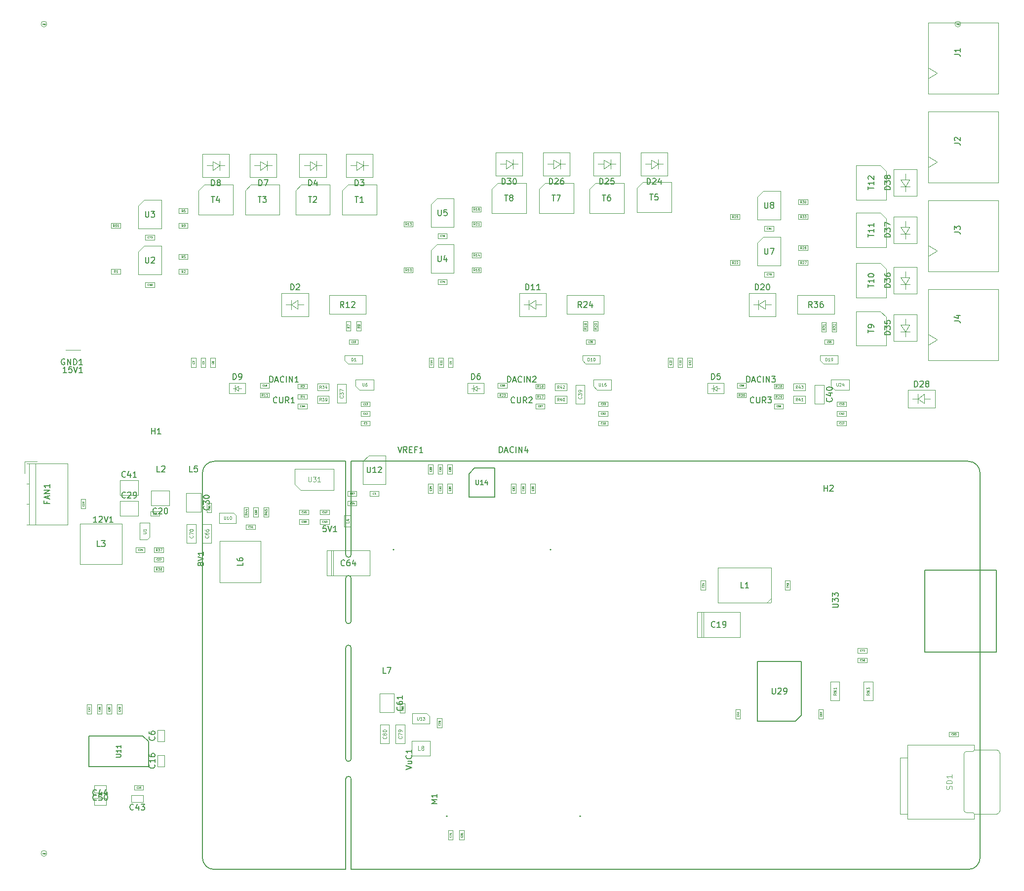
<source format=gbr>
%TF.GenerationSoftware,KiCad,Pcbnew,(5.1.12)-1*%
%TF.CreationDate,2023-01-04T10:21:47+01:00*%
%TF.ProjectId,current3Av2,63757272-656e-4743-9341-76322e6b6963,1.0*%
%TF.SameCoordinates,Original*%
%TF.FileFunction,AssemblyDrawing,Top*%
%FSLAX46Y46*%
G04 Gerber Fmt 4.6, Leading zero omitted, Abs format (unit mm)*
G04 Created by KiCad (PCBNEW (5.1.12)-1) date 2023-01-04 10:21:47*
%MOMM*%
%LPD*%
G01*
G04 APERTURE LIST*
%ADD10C,0.100000*%
%ADD11C,0.127000*%
%ADD12C,0.200000*%
%ADD13C,0.150000*%
%ADD14C,0.120000*%
%ADD15C,0.075000*%
%ADD16C,0.090000*%
%ADD17C,0.105000*%
%ADD18C,0.040000*%
G04 APERTURE END LIST*
D10*
X148244000Y-37166000D02*
X147244000Y-36166000D01*
X148244000Y-42066000D02*
X143094000Y-42066000D01*
X143094000Y-42066000D02*
X143094000Y-36166000D01*
X143094000Y-36166000D02*
X147244000Y-36166000D01*
X148244000Y-37166000D02*
X148244000Y-42066000D01*
X153511000Y-53580000D02*
X153511000Y-58180000D01*
X153511000Y-58180000D02*
X149511000Y-58180000D01*
X149511000Y-53580000D02*
X153511000Y-53580000D01*
X149511000Y-53580000D02*
X149511000Y-58180000D01*
X151512020Y-56529440D02*
X151512020Y-57431140D01*
X151512020Y-55378820D02*
X151512020Y-54380600D01*
X150711920Y-56529440D02*
X152312120Y-56529440D01*
X152261320Y-55378820D02*
X150711920Y-55378820D01*
X151512020Y-56529440D02*
X152261320Y-55378820D01*
X151512020Y-56529440D02*
X150711920Y-55378820D01*
X153511000Y-45452000D02*
X153511000Y-50052000D01*
X153511000Y-50052000D02*
X149511000Y-50052000D01*
X149511000Y-45452000D02*
X153511000Y-45452000D01*
X149511000Y-45452000D02*
X149511000Y-50052000D01*
X151512020Y-48401440D02*
X151512020Y-49303140D01*
X151512020Y-47250820D02*
X151512020Y-46252600D01*
X150711920Y-48401440D02*
X152312120Y-48401440D01*
X152261320Y-47250820D02*
X150711920Y-47250820D01*
X151512020Y-48401440D02*
X152261320Y-47250820D01*
X151512020Y-48401440D02*
X150711920Y-47250820D01*
X153511000Y-28688000D02*
X153511000Y-33288000D01*
X153511000Y-33288000D02*
X149511000Y-33288000D01*
X149511000Y-28688000D02*
X153511000Y-28688000D01*
X149511000Y-28688000D02*
X149511000Y-33288000D01*
X151512020Y-31637440D02*
X151512020Y-32539140D01*
X151512020Y-30486820D02*
X151512020Y-29488600D01*
X150711920Y-31637440D02*
X152312120Y-31637440D01*
X152261320Y-30486820D02*
X150711920Y-30486820D01*
X151512020Y-31637440D02*
X152261320Y-30486820D01*
X151512020Y-31637440D02*
X150711920Y-30486820D01*
X139230000Y-58693000D02*
X137630000Y-58693000D01*
X137630000Y-58693000D02*
X137630000Y-57893000D01*
X137630000Y-57893000D02*
X139230000Y-57893000D01*
X139230000Y-57893000D02*
X139230000Y-58693000D01*
X139950000Y-62041000D02*
X139950000Y-60641000D01*
X136910000Y-60641000D02*
X139950000Y-60641000D01*
X137480000Y-62041000D02*
X136910000Y-61491000D01*
X136910000Y-61491000D02*
X136910000Y-60641000D01*
X137480000Y-62041000D02*
X139930000Y-62041000D01*
X130594000Y-65513000D02*
X130594000Y-66313000D01*
X128994000Y-65513000D02*
X130594000Y-65513000D01*
X128994000Y-66313000D02*
X128994000Y-65513000D01*
X130594000Y-66313000D02*
X128994000Y-66313000D01*
X137579000Y-65710000D02*
X137579000Y-68910000D01*
X137579000Y-68910000D02*
X135979000Y-68910000D01*
X135979000Y-68910000D02*
X135979000Y-65710000D01*
X135979000Y-65710000D02*
X137579000Y-65710000D01*
X148244000Y-45802000D02*
X147244000Y-44802000D01*
X148244000Y-50702000D02*
X143094000Y-50702000D01*
X143094000Y-50702000D02*
X143094000Y-44802000D01*
X143094000Y-44802000D02*
X147244000Y-44802000D01*
X148244000Y-45802000D02*
X148244000Y-50702000D01*
X138785000Y-64759000D02*
X141885000Y-64759000D01*
X141885000Y-64759000D02*
X141885000Y-66559000D01*
X139435000Y-66559000D02*
X141885000Y-66559000D01*
X138785000Y-64759000D02*
X138785000Y-65909000D01*
X139435000Y-66559000D02*
X138785000Y-65909000D01*
X128943000Y-47136000D02*
X127343000Y-47136000D01*
X127343000Y-47136000D02*
X127343000Y-46336000D01*
X127343000Y-46336000D02*
X128943000Y-46336000D01*
X128943000Y-46336000D02*
X128943000Y-47136000D01*
X128943000Y-39262000D02*
X127343000Y-39262000D01*
X127343000Y-39262000D02*
X127343000Y-38462000D01*
X127343000Y-38462000D02*
X128943000Y-38462000D01*
X128943000Y-38462000D02*
X128943000Y-39262000D01*
X134785000Y-33890000D02*
X134785000Y-34690000D01*
X133185000Y-33890000D02*
X134785000Y-33890000D01*
X133185000Y-34690000D02*
X133185000Y-33890000D01*
X134785000Y-34690000D02*
X133185000Y-34690000D01*
X134785000Y-36430000D02*
X134785000Y-37230000D01*
X133185000Y-36430000D02*
X134785000Y-36430000D01*
X133185000Y-37230000D02*
X133185000Y-36430000D01*
X134785000Y-37230000D02*
X133185000Y-37230000D01*
X126193000Y-33475000D02*
X127193000Y-32475000D01*
X126193000Y-37375000D02*
X126193000Y-33475000D01*
X130093000Y-37375000D02*
X126193000Y-37375000D01*
X130093000Y-32475000D02*
X130093000Y-37375000D01*
X127193000Y-32475000D02*
X130093000Y-32475000D01*
X32366000Y-62649000D02*
X32366000Y-61049000D01*
X32366000Y-61049000D02*
X33166000Y-61049000D01*
X33166000Y-61049000D02*
X33166000Y-62649000D01*
X33166000Y-62649000D02*
X32366000Y-62649000D01*
X23256000Y-126857000D02*
X23256000Y-124857000D01*
X23256000Y-124857000D02*
X24496000Y-124857000D01*
X24496000Y-124857000D02*
X24496000Y-126857000D01*
X24496000Y-126857000D02*
X23256000Y-126857000D01*
X59728000Y-71012000D02*
X58128000Y-71012000D01*
X58128000Y-71012000D02*
X58128000Y-70212000D01*
X58128000Y-70212000D02*
X59728000Y-70212000D01*
X59728000Y-70212000D02*
X59728000Y-71012000D01*
X57696000Y-57893000D02*
X57696000Y-58693000D01*
X56096000Y-57893000D02*
X57696000Y-57893000D01*
X56096000Y-58693000D02*
X56096000Y-57893000D01*
X57696000Y-58693000D02*
X56096000Y-58693000D01*
X24496000Y-131175000D02*
X23256000Y-131175000D01*
X24496000Y-129175000D02*
X24496000Y-131175000D01*
X23256000Y-129175000D02*
X24496000Y-129175000D01*
X23256000Y-131175000D02*
X23256000Y-129175000D01*
X23660000Y-87357000D02*
X23660000Y-88157000D01*
X22060000Y-87357000D02*
X23660000Y-87357000D01*
X22060000Y-88157000D02*
X22060000Y-87357000D01*
X23660000Y-88157000D02*
X22060000Y-88157000D01*
X100495000Y-70212000D02*
X100495000Y-71012000D01*
X98895000Y-70212000D02*
X100495000Y-70212000D01*
X98895000Y-71012000D02*
X98895000Y-70212000D01*
X100495000Y-71012000D02*
X98895000Y-71012000D01*
X100495000Y-69361000D02*
X98895000Y-69361000D01*
X98895000Y-69361000D02*
X98895000Y-68561000D01*
X98895000Y-68561000D02*
X100495000Y-68561000D01*
X100495000Y-68561000D02*
X100495000Y-69361000D01*
X55664000Y-65583000D02*
X55664000Y-68783000D01*
X55664000Y-68783000D02*
X54064000Y-68783000D01*
X54064000Y-68783000D02*
X54064000Y-65583000D01*
X54064000Y-65583000D02*
X55664000Y-65583000D01*
X16815000Y-82062000D02*
X20015000Y-82062000D01*
X20015000Y-82062000D02*
X20015000Y-84562000D01*
X20015000Y-84562000D02*
X16815000Y-84562000D01*
X16815000Y-84562000D02*
X16815000Y-82062000D01*
X12462000Y-136540000D02*
X14462000Y-136540000D01*
X14462000Y-136540000D02*
X14462000Y-137780000D01*
X14462000Y-137780000D02*
X12462000Y-137780000D01*
X12462000Y-137780000D02*
X12462000Y-136540000D01*
X38443000Y-90443000D02*
X38443000Y-89643000D01*
X40043000Y-90443000D02*
X38443000Y-90443000D01*
X40043000Y-89643000D02*
X40043000Y-90443000D01*
X38443000Y-89643000D02*
X40043000Y-89643000D01*
X141389000Y-71012000D02*
X139789000Y-71012000D01*
X139789000Y-71012000D02*
X139789000Y-70212000D01*
X139789000Y-70212000D02*
X141389000Y-70212000D01*
X141389000Y-70212000D02*
X141389000Y-71012000D01*
X141389000Y-69361000D02*
X139789000Y-69361000D01*
X139789000Y-69361000D02*
X139789000Y-68561000D01*
X139789000Y-68561000D02*
X141389000Y-68561000D01*
X141389000Y-68561000D02*
X141389000Y-69361000D01*
X40532000Y-88303000D02*
X39732000Y-88303000D01*
X40532000Y-86703000D02*
X40532000Y-88303000D01*
X39732000Y-86703000D02*
X40532000Y-86703000D01*
X39732000Y-88303000D02*
X39732000Y-86703000D01*
X47587000Y-87903000D02*
X47587000Y-87103000D01*
X49187000Y-87903000D02*
X47587000Y-87903000D01*
X49187000Y-87103000D02*
X49187000Y-87903000D01*
X47587000Y-87103000D02*
X49187000Y-87103000D01*
X22771000Y-48114000D02*
X22771000Y-48914000D01*
X21171000Y-48114000D02*
X22771000Y-48114000D01*
X21171000Y-48914000D02*
X21171000Y-48114000D01*
X22771000Y-48914000D02*
X21171000Y-48914000D01*
X29883000Y-92786000D02*
X28283000Y-92786000D01*
X29883000Y-89586000D02*
X29883000Y-92786000D01*
X28283000Y-89586000D02*
X29883000Y-89586000D01*
X28283000Y-92786000D02*
X28283000Y-89586000D01*
X72936000Y-47606000D02*
X72936000Y-48406000D01*
X71336000Y-47606000D02*
X72936000Y-47606000D01*
X71336000Y-48406000D02*
X71336000Y-47606000D01*
X72936000Y-48406000D02*
X71336000Y-48406000D01*
X65697000Y-127203000D02*
X64097000Y-127203000D01*
X65697000Y-124003000D02*
X65697000Y-127203000D01*
X64097000Y-124003000D02*
X65697000Y-124003000D01*
X64097000Y-127203000D02*
X64097000Y-124003000D01*
X63030000Y-127203000D02*
X61430000Y-127203000D01*
X63030000Y-124003000D02*
X63030000Y-127203000D01*
X61430000Y-124003000D02*
X63030000Y-124003000D01*
X61430000Y-127203000D02*
X61430000Y-124003000D01*
X84728000Y-82639000D02*
X84728000Y-84239000D01*
X84728000Y-84239000D02*
X83928000Y-84239000D01*
X83928000Y-84239000D02*
X83928000Y-82639000D01*
X83928000Y-82639000D02*
X84728000Y-82639000D01*
X72155000Y-80937000D02*
X71355000Y-80937000D01*
X72155000Y-79337000D02*
X72155000Y-80937000D01*
X71355000Y-79337000D02*
X72155000Y-79337000D01*
X71355000Y-80937000D02*
X71355000Y-79337000D01*
X75038000Y-142075000D02*
X75838000Y-142075000D01*
X75038000Y-143675000D02*
X75038000Y-142075000D01*
X75838000Y-143675000D02*
X75038000Y-143675000D01*
X75838000Y-142075000D02*
X75838000Y-143675000D01*
X71355000Y-82639000D02*
X72155000Y-82639000D01*
X71355000Y-84239000D02*
X71355000Y-82639000D01*
X72155000Y-84239000D02*
X71355000Y-84239000D01*
X72155000Y-82639000D02*
X72155000Y-84239000D01*
X160604000Y-125203000D02*
X160604000Y-126003000D01*
X159004000Y-125203000D02*
X160604000Y-125203000D01*
X159004000Y-126003000D02*
X159004000Y-125203000D01*
X160604000Y-126003000D02*
X159004000Y-126003000D01*
X15386000Y-120485000D02*
X15386000Y-122085000D01*
X15386000Y-122085000D02*
X14586000Y-122085000D01*
X14586000Y-122085000D02*
X14586000Y-120485000D01*
X14586000Y-120485000D02*
X15386000Y-120485000D01*
X55946000Y-62041000D02*
X58396000Y-62041000D01*
X55376000Y-61491000D02*
X55376000Y-60641000D01*
X55946000Y-62041000D02*
X55376000Y-61491000D01*
X55376000Y-60641000D02*
X58416000Y-60641000D01*
X58416000Y-62041000D02*
X58416000Y-60641000D01*
X47611000Y-26067000D02*
X52211000Y-26067000D01*
X52211000Y-26067000D02*
X52211000Y-30067000D01*
X47611000Y-30067000D02*
X47611000Y-26067000D01*
X47611000Y-30067000D02*
X52211000Y-30067000D01*
X50560440Y-28065980D02*
X51462140Y-28065980D01*
X49409820Y-28065980D02*
X48411600Y-28065980D01*
X50560440Y-28866080D02*
X50560440Y-27265880D01*
X49409820Y-27316680D02*
X49409820Y-28866080D01*
X50560440Y-28065980D02*
X49409820Y-27316680D01*
X50560440Y-28065980D02*
X49409820Y-28866080D01*
X76451000Y-65394000D02*
X79251000Y-65394000D01*
X79251000Y-65394000D02*
X79251000Y-67194000D01*
X79251000Y-67194000D02*
X76451000Y-67194000D01*
X76451000Y-67194000D02*
X76451000Y-65394000D01*
X77101000Y-66294000D02*
X77501000Y-66294000D01*
X77501000Y-66294000D02*
X77501000Y-65744000D01*
X77501000Y-66294000D02*
X77501000Y-66844000D01*
X77501000Y-66294000D02*
X78101000Y-65894000D01*
X78101000Y-65894000D02*
X78101000Y-66694000D01*
X78101000Y-66694000D02*
X77501000Y-66294000D01*
X78101000Y-66294000D02*
X78601000Y-66294000D01*
X42051440Y-28065980D02*
X40900820Y-28866080D01*
X42051440Y-28065980D02*
X40900820Y-27316680D01*
X40900820Y-27316680D02*
X40900820Y-28866080D01*
X42051440Y-28866080D02*
X42051440Y-27265880D01*
X40900820Y-28065980D02*
X39902600Y-28065980D01*
X42051440Y-28065980D02*
X42953140Y-28065980D01*
X39102000Y-30067000D02*
X43702000Y-30067000D01*
X39102000Y-30067000D02*
X39102000Y-26067000D01*
X43702000Y-26067000D02*
X43702000Y-30067000D01*
X39102000Y-26067000D02*
X43702000Y-26067000D01*
X37207000Y-66294000D02*
X37707000Y-66294000D01*
X37207000Y-66694000D02*
X36607000Y-66294000D01*
X37207000Y-65894000D02*
X37207000Y-66694000D01*
X36607000Y-66294000D02*
X37207000Y-65894000D01*
X36607000Y-66294000D02*
X36607000Y-66844000D01*
X36607000Y-66294000D02*
X36607000Y-65744000D01*
X36207000Y-66294000D02*
X36607000Y-66294000D01*
X35557000Y-67194000D02*
X35557000Y-65394000D01*
X38357000Y-67194000D02*
X35557000Y-67194000D01*
X38357000Y-65394000D02*
X38357000Y-67194000D01*
X35557000Y-65394000D02*
X38357000Y-65394000D01*
X86980560Y-51944020D02*
X88131180Y-51143920D01*
X86980560Y-51944020D02*
X88131180Y-52693320D01*
X88131180Y-52693320D02*
X88131180Y-51143920D01*
X86980560Y-51143920D02*
X86980560Y-52744120D01*
X88131180Y-51944020D02*
X89129400Y-51944020D01*
X86980560Y-51944020D02*
X86078860Y-51944020D01*
X89930000Y-49943000D02*
X85330000Y-49943000D01*
X89930000Y-49943000D02*
X89930000Y-53943000D01*
X85330000Y-53943000D02*
X85330000Y-49943000D01*
X89930000Y-53943000D02*
X85330000Y-53943000D01*
X129300000Y-53943000D02*
X124700000Y-53943000D01*
X124700000Y-53943000D02*
X124700000Y-49943000D01*
X129300000Y-49943000D02*
X129300000Y-53943000D01*
X129300000Y-49943000D02*
X124700000Y-49943000D01*
X126350560Y-51944020D02*
X125448860Y-51944020D01*
X127501180Y-51944020D02*
X128499400Y-51944020D01*
X126350560Y-51143920D02*
X126350560Y-52744120D01*
X127501180Y-52693320D02*
X127501180Y-51143920D01*
X126350560Y-51944020D02*
X127501180Y-52693320D01*
X126350560Y-51944020D02*
X127501180Y-51143920D01*
X92343440Y-27811980D02*
X91192820Y-28612080D01*
X92343440Y-27811980D02*
X91192820Y-27062680D01*
X91192820Y-27062680D02*
X91192820Y-28612080D01*
X92343440Y-28612080D02*
X92343440Y-27011880D01*
X91192820Y-27811980D02*
X90194600Y-27811980D01*
X92343440Y-27811980D02*
X93245140Y-27811980D01*
X89394000Y-29813000D02*
X93994000Y-29813000D01*
X89394000Y-29813000D02*
X89394000Y-25813000D01*
X93994000Y-25813000D02*
X93994000Y-29813000D01*
X89394000Y-25813000D02*
X93994000Y-25813000D01*
X84215440Y-27811980D02*
X83064820Y-28612080D01*
X84215440Y-27811980D02*
X83064820Y-27062680D01*
X83064820Y-27062680D02*
X83064820Y-28612080D01*
X84215440Y-28612080D02*
X84215440Y-27011880D01*
X83064820Y-27811980D02*
X82066600Y-27811980D01*
X84215440Y-27811980D02*
X85117140Y-27811980D01*
X81266000Y-29813000D02*
X85866000Y-29813000D01*
X81266000Y-29813000D02*
X81266000Y-25813000D01*
X85866000Y-25813000D02*
X85866000Y-29813000D01*
X81266000Y-25813000D02*
X85866000Y-25813000D01*
X153511000Y-36816000D02*
X153511000Y-41416000D01*
X153511000Y-41416000D02*
X149511000Y-41416000D01*
X149511000Y-36816000D02*
X153511000Y-36816000D01*
X149511000Y-36816000D02*
X149511000Y-41416000D01*
X151512020Y-39765440D02*
X151512020Y-40667140D01*
X151512020Y-38614820D02*
X151512020Y-37616600D01*
X150711920Y-39765440D02*
X152312120Y-39765440D01*
X152261320Y-38614820D02*
X150711920Y-38614820D01*
X151512020Y-39765440D02*
X152261320Y-38614820D01*
X151512020Y-39765440D02*
X150711920Y-38614820D01*
X505000Y-78809000D02*
X505000Y-80899000D01*
X2595000Y-78809000D02*
X505000Y-78809000D01*
X1245000Y-86149000D02*
X845000Y-86149000D01*
X1245000Y-82649000D02*
X845000Y-82649000D01*
X7845000Y-89649000D02*
X845000Y-89649000D01*
X7845000Y-79149000D02*
X7845000Y-89649000D01*
X845000Y-79149000D02*
X7845000Y-79149000D01*
X1245000Y-79149000D02*
X1245000Y-89649000D01*
X2345000Y-79149000D02*
X2345000Y-89649000D01*
X167190000Y-128303000D02*
X163340000Y-128303000D01*
X167690000Y-138803000D02*
X167690000Y-128803000D01*
X163340000Y-139303000D02*
X167190000Y-139303000D01*
X163340000Y-128303000D02*
X163340000Y-127403000D01*
X163090000Y-128553000D02*
X162040000Y-128553000D01*
X163090000Y-139053000D02*
X162040000Y-139053000D01*
X163340000Y-140153000D02*
X163340000Y-139303000D01*
X161540000Y-138553000D02*
X161540000Y-129053000D01*
X151890000Y-139303000D02*
X150640000Y-139303000D01*
X151890000Y-129603000D02*
X150640000Y-129603000D01*
X150640000Y-139303000D02*
X150640000Y-129603000D01*
X151890000Y-140153000D02*
X151890000Y-127403000D01*
X163340000Y-140153000D02*
X151890000Y-140153000D01*
X163340000Y-127403000D02*
X151890000Y-127403000D01*
X167690000Y-128803000D02*
G75*
G03*
X167190000Y-128303000I-500000J0D01*
G01*
X167190000Y-139303000D02*
G75*
G03*
X167690000Y-138803000I0J500000D01*
G01*
X161540000Y-138553000D02*
G75*
G03*
X162040000Y-139053000I500000J0D01*
G01*
X163340000Y-139303000D02*
G75*
G03*
X163090000Y-139053000I-250000J0D01*
G01*
X162040000Y-128553000D02*
G75*
G03*
X161540000Y-129053000I0J-500000D01*
G01*
X163090000Y-128553000D02*
G75*
G03*
X163340000Y-128303000I0J250000D01*
G01*
X128552000Y-102276000D02*
X127752000Y-103076000D01*
X128552000Y-102076000D02*
X128552000Y-102976000D01*
X128552000Y-102976000D02*
X128452000Y-103076000D01*
X128452000Y-103076000D02*
X127552000Y-103076000D01*
X128552000Y-102076000D02*
X128552000Y-97076000D01*
X127552000Y-103076000D02*
X119352000Y-103076000D01*
X119352000Y-103076000D02*
X119352000Y-97076000D01*
X119352000Y-97076000D02*
X128552000Y-97076000D01*
X33965000Y-99587000D02*
X40965000Y-99587000D01*
X40965000Y-99587000D02*
X40965000Y-92437000D01*
X40965000Y-92437000D02*
X33965000Y-92437000D01*
X33965000Y-92437000D02*
X33965000Y-99587000D01*
X66853000Y-126766000D02*
X66853000Y-129266000D01*
X66853000Y-129266000D02*
X70053000Y-129266000D01*
X70053000Y-129266000D02*
X70053000Y-126766000D01*
X70053000Y-126766000D02*
X66853000Y-126766000D01*
D11*
X55553000Y-94792800D02*
X55553000Y-78792000D01*
X55553000Y-106172000D02*
X55553000Y-98856800D01*
X55553000Y-129794000D02*
X55553000Y-110794800D01*
X55553000Y-148792000D02*
X55553000Y-133299200D01*
X56493000Y-94792800D02*
X56493000Y-78792000D01*
X56493000Y-106172000D02*
X56493000Y-98856800D01*
X56493000Y-129794000D02*
X56493000Y-110794800D01*
X56493000Y-148792000D02*
X56493000Y-133299200D01*
D12*
X90773000Y-93952000D02*
G75*
G03*
X90773000Y-93952000I-100000J0D01*
G01*
X63849000Y-93952000D02*
G75*
G03*
X63849000Y-93952000I-100000J0D01*
G01*
X95853000Y-139672000D02*
G75*
G03*
X95853000Y-139672000I-100000J0D01*
G01*
X72993000Y-139672000D02*
G75*
G03*
X72993000Y-139672000I-100000J0D01*
G01*
D11*
X32993000Y-148792000D02*
X55553000Y-148792000D01*
X30993000Y-80792000D02*
X30993000Y-146792000D01*
X55553000Y-78792000D02*
X32993000Y-78792000D01*
X162333000Y-78792000D02*
X56493000Y-78792000D01*
X164333000Y-146792000D02*
X164333000Y-80792000D01*
X56493000Y-148792000D02*
X162333000Y-148792000D01*
D13*
X164325300Y-111480600D02*
X154838400Y-111480600D01*
X154838400Y-111480600D02*
X154838400Y-97472500D01*
X154838400Y-97472500D02*
X164325300Y-97472500D01*
X164333000Y-111480600D02*
X167170100Y-111480600D01*
X167170100Y-111480600D02*
X167170100Y-97472500D01*
X167170100Y-97472500D02*
X164333000Y-97472500D01*
D11*
X55553000Y-133299199D02*
G75*
G02*
X56493000Y-133299200I470000J-7462D01*
G01*
X56493000Y-129794001D02*
G75*
G02*
X55553000Y-129794000I-470000J7462D01*
G01*
X55553000Y-110794799D02*
G75*
G02*
X56493000Y-110794800I470000J-7462D01*
G01*
X56493000Y-106172001D02*
G75*
G02*
X55553000Y-106172000I-470000J7462D01*
G01*
X55553000Y-98856799D02*
G75*
G02*
X56493000Y-98856800I470000J-7462D01*
G01*
X56493000Y-94792801D02*
G75*
G02*
X55553000Y-94792800I-470000J7462D01*
G01*
X30993000Y-146792000D02*
G75*
G03*
X32993000Y-148792000I2000000J0D01*
G01*
X32993000Y-78792000D02*
G75*
G03*
X30993000Y-80792000I0J-2000000D01*
G01*
X164333000Y-80792000D02*
G75*
G03*
X162333000Y-78792000I-2000000J0D01*
G01*
X162333000Y-148792000D02*
G75*
G03*
X164333000Y-146792000I0J2000000D01*
G01*
D10*
X28486000Y-35414000D02*
X28486000Y-36214000D01*
X26886000Y-35414000D02*
X28486000Y-35414000D01*
X26886000Y-36214000D02*
X26886000Y-35414000D01*
X28486000Y-36214000D02*
X26886000Y-36214000D01*
X56407000Y-56426000D02*
X55607000Y-56426000D01*
X56407000Y-54826000D02*
X56407000Y-56426000D01*
X55607000Y-54826000D02*
X56407000Y-54826000D01*
X55607000Y-56426000D02*
X55607000Y-54826000D01*
X67094000Y-45574000D02*
X67094000Y-46374000D01*
X65494000Y-45574000D02*
X67094000Y-45574000D01*
X65494000Y-46374000D02*
X65494000Y-45574000D01*
X67094000Y-46374000D02*
X65494000Y-46374000D01*
X42456000Y-67037000D02*
X42456000Y-67837000D01*
X40856000Y-67037000D02*
X42456000Y-67037000D01*
X40856000Y-67837000D02*
X40856000Y-67037000D01*
X42456000Y-67837000D02*
X40856000Y-67837000D01*
X67094000Y-37700000D02*
X67094000Y-38500000D01*
X65494000Y-37700000D02*
X67094000Y-37700000D01*
X65494000Y-38500000D02*
X65494000Y-37700000D01*
X67094000Y-38500000D02*
X65494000Y-38500000D01*
X78778000Y-43034000D02*
X78778000Y-43834000D01*
X77178000Y-43034000D02*
X78778000Y-43034000D01*
X77178000Y-43834000D02*
X77178000Y-43034000D01*
X78778000Y-43834000D02*
X77178000Y-43834000D01*
X88100000Y-67291000D02*
X89700000Y-67291000D01*
X89700000Y-67291000D02*
X89700000Y-68091000D01*
X89700000Y-68091000D02*
X88100000Y-68091000D01*
X88100000Y-68091000D02*
X88100000Y-67291000D01*
X96247000Y-56426000D02*
X96247000Y-54826000D01*
X96247000Y-54826000D02*
X97047000Y-54826000D01*
X97047000Y-54826000D02*
X97047000Y-56426000D01*
X97047000Y-56426000D02*
X96247000Y-56426000D01*
X78778000Y-37700000D02*
X78778000Y-38500000D01*
X77178000Y-37700000D02*
X78778000Y-37700000D01*
X77178000Y-38500000D02*
X77178000Y-37700000D01*
X78778000Y-38500000D02*
X77178000Y-38500000D01*
X123101000Y-45104000D02*
X121501000Y-45104000D01*
X121501000Y-45104000D02*
X121501000Y-44304000D01*
X121501000Y-44304000D02*
X123101000Y-44304000D01*
X123101000Y-44304000D02*
X123101000Y-45104000D01*
X83223000Y-67837000D02*
X81623000Y-67837000D01*
X81623000Y-67837000D02*
X81623000Y-67037000D01*
X81623000Y-67037000D02*
X83223000Y-67037000D01*
X83223000Y-67037000D02*
X83223000Y-67837000D01*
X134785000Y-42564000D02*
X133185000Y-42564000D01*
X133185000Y-42564000D02*
X133185000Y-41764000D01*
X133185000Y-41764000D02*
X134785000Y-41764000D01*
X134785000Y-41764000D02*
X134785000Y-42564000D01*
X134785000Y-44304000D02*
X134785000Y-45104000D01*
X133185000Y-44304000D02*
X134785000Y-44304000D01*
X133185000Y-45104000D02*
X133185000Y-44304000D01*
X134785000Y-45104000D02*
X133185000Y-45104000D01*
X124244000Y-67037000D02*
X124244000Y-67837000D01*
X122644000Y-67037000D02*
X124244000Y-67037000D01*
X122644000Y-67837000D02*
X122644000Y-67037000D01*
X124244000Y-67837000D02*
X122644000Y-67837000D01*
X93456000Y-67579000D02*
X93456000Y-68819000D01*
X91456000Y-67579000D02*
X93456000Y-67579000D01*
X91456000Y-68819000D02*
X91456000Y-67579000D01*
X93456000Y-68819000D02*
X91456000Y-68819000D01*
X134350000Y-68819000D02*
X132350000Y-68819000D01*
X132350000Y-68819000D02*
X132350000Y-67579000D01*
X132350000Y-67579000D02*
X134350000Y-67579000D01*
X134350000Y-67579000D02*
X134350000Y-68819000D01*
X93456000Y-65420000D02*
X93456000Y-66660000D01*
X91456000Y-65420000D02*
X93456000Y-65420000D01*
X91456000Y-66660000D02*
X91456000Y-65420000D01*
X93456000Y-66660000D02*
X91456000Y-66660000D01*
X38081000Y-88303000D02*
X38081000Y-86703000D01*
X38081000Y-86703000D02*
X38881000Y-86703000D01*
X38881000Y-86703000D02*
X38881000Y-88303000D01*
X38881000Y-88303000D02*
X38081000Y-88303000D01*
X41510000Y-86703000D02*
X42310000Y-86703000D01*
X41510000Y-88303000D02*
X41510000Y-86703000D01*
X42310000Y-88303000D02*
X41510000Y-88303000D01*
X42310000Y-86703000D02*
X42310000Y-88303000D01*
X140246000Y-116637000D02*
X140246000Y-119837000D01*
X138646000Y-116637000D02*
X140246000Y-116637000D01*
X138646000Y-119837000D02*
X138646000Y-116637000D01*
X140246000Y-119837000D02*
X138646000Y-119837000D01*
X145961000Y-116637000D02*
X145961000Y-119837000D01*
X144361000Y-116637000D02*
X145961000Y-116637000D01*
X144361000Y-119837000D02*
X144361000Y-116637000D01*
X145961000Y-119837000D02*
X144361000Y-119837000D01*
X55962000Y-31334000D02*
X60862000Y-31334000D01*
X54962000Y-36484000D02*
X54962000Y-32334000D01*
X60862000Y-36484000D02*
X54962000Y-36484000D01*
X60862000Y-31334000D02*
X60862000Y-36484000D01*
X55962000Y-31334000D02*
X54962000Y-32334000D01*
X47961000Y-31334000D02*
X46961000Y-32334000D01*
X52861000Y-31334000D02*
X52861000Y-36484000D01*
X52861000Y-36484000D02*
X46961000Y-36484000D01*
X46961000Y-36484000D02*
X46961000Y-32334000D01*
X47961000Y-31334000D02*
X52861000Y-31334000D01*
X39325000Y-31334000D02*
X44225000Y-31334000D01*
X38325000Y-36484000D02*
X38325000Y-32334000D01*
X44225000Y-36484000D02*
X38325000Y-36484000D01*
X44225000Y-31334000D02*
X44225000Y-36484000D01*
X39325000Y-31334000D02*
X38325000Y-32334000D01*
X31324000Y-31334000D02*
X30324000Y-32334000D01*
X36224000Y-31334000D02*
X36224000Y-36484000D01*
X36224000Y-36484000D02*
X30324000Y-36484000D01*
X30324000Y-36484000D02*
X30324000Y-32334000D01*
X31324000Y-31334000D02*
X36224000Y-31334000D01*
X106508000Y-30953000D02*
X111408000Y-30953000D01*
X105508000Y-36103000D02*
X105508000Y-31953000D01*
X111408000Y-36103000D02*
X105508000Y-36103000D01*
X111408000Y-30953000D02*
X111408000Y-36103000D01*
X106508000Y-30953000D02*
X105508000Y-31953000D01*
X98380000Y-31080000D02*
X97380000Y-32080000D01*
X103280000Y-31080000D02*
X103280000Y-36230000D01*
X103280000Y-36230000D02*
X97380000Y-36230000D01*
X97380000Y-36230000D02*
X97380000Y-32080000D01*
X98380000Y-31080000D02*
X103280000Y-31080000D01*
X89744000Y-31080000D02*
X94644000Y-31080000D01*
X88744000Y-36230000D02*
X88744000Y-32080000D01*
X94644000Y-36230000D02*
X88744000Y-36230000D01*
X94644000Y-31080000D02*
X94644000Y-36230000D01*
X89744000Y-31080000D02*
X88744000Y-32080000D01*
X81616000Y-31080000D02*
X80616000Y-32080000D01*
X86516000Y-31080000D02*
X86516000Y-36230000D01*
X86516000Y-36230000D02*
X80616000Y-36230000D01*
X80616000Y-36230000D02*
X80616000Y-32080000D01*
X81616000Y-31080000D02*
X86516000Y-31080000D01*
X20021000Y-42873000D02*
X21021000Y-41873000D01*
X20021000Y-46773000D02*
X20021000Y-42873000D01*
X23921000Y-46773000D02*
X20021000Y-46773000D01*
X23921000Y-41873000D02*
X23921000Y-46773000D01*
X21021000Y-41873000D02*
X23921000Y-41873000D01*
X70163501Y-42619000D02*
X71163501Y-41619000D01*
X70163501Y-46519000D02*
X70163501Y-42619000D01*
X74063501Y-46519000D02*
X70163501Y-46519000D01*
X74063501Y-41619000D02*
X74063501Y-46519000D01*
X71163501Y-41619000D02*
X74063501Y-41619000D01*
X57251000Y-64759000D02*
X60351000Y-64759000D01*
X60351000Y-64759000D02*
X60351000Y-66559000D01*
X57901000Y-66559000D02*
X60351000Y-66559000D01*
X57251000Y-64759000D02*
X57251000Y-65909000D01*
X57901000Y-66559000D02*
X57251000Y-65909000D01*
X36756000Y-89399000D02*
X33856000Y-89399000D01*
X33856000Y-89399000D02*
X33856000Y-87639000D01*
X36306000Y-87639000D02*
X33856000Y-87639000D01*
X36756000Y-89399000D02*
X36756000Y-88089000D01*
X36306000Y-87639000D02*
X36756000Y-88089000D01*
D13*
X77667000Y-79923000D02*
X81067000Y-79923000D01*
X81067000Y-79923000D02*
X81067000Y-84923000D01*
X81067000Y-84923000D02*
X76667000Y-84923000D01*
X76667000Y-84923000D02*
X76667000Y-80923000D01*
X76667000Y-80923000D02*
X77667000Y-79923000D01*
D10*
X98668000Y-66559000D02*
X98018000Y-65909000D01*
X98018000Y-64759000D02*
X98018000Y-65909000D01*
X98668000Y-66559000D02*
X101118000Y-66559000D01*
X101118000Y-64759000D02*
X101118000Y-66559000D01*
X98018000Y-64759000D02*
X101118000Y-64759000D01*
D13*
X132671000Y-123387000D02*
X126171000Y-123387000D01*
X126171000Y-123387000D02*
X126171000Y-113087000D01*
X126171000Y-113087000D02*
X133671000Y-113087000D01*
X133671000Y-113087000D02*
X133671000Y-122387000D01*
X133671000Y-122387000D02*
X132671000Y-123387000D01*
D10*
X59652000Y-83928000D02*
X61252000Y-83928000D01*
X61252000Y-83928000D02*
X61252000Y-84728000D01*
X61252000Y-84728000D02*
X59652000Y-84728000D01*
X59652000Y-84728000D02*
X59652000Y-83928000D01*
X73133000Y-62649000D02*
X73133000Y-61049000D01*
X73133000Y-61049000D02*
X73933000Y-61049000D01*
X73933000Y-61049000D02*
X73933000Y-62649000D01*
X73933000Y-62649000D02*
X73133000Y-62649000D01*
X59728000Y-68561000D02*
X59728000Y-69361000D01*
X58128000Y-68561000D02*
X59728000Y-68561000D01*
X58128000Y-69361000D02*
X58128000Y-68561000D01*
X59728000Y-69361000D02*
X58128000Y-69361000D01*
X42456000Y-66186000D02*
X40856000Y-66186000D01*
X40856000Y-66186000D02*
X40856000Y-65386000D01*
X40856000Y-65386000D02*
X42456000Y-65386000D01*
X42456000Y-65386000D02*
X42456000Y-66186000D01*
X25349000Y-83840000D02*
X25349000Y-86340000D01*
X22149000Y-83840000D02*
X25349000Y-83840000D01*
X22149000Y-86340000D02*
X22149000Y-83840000D01*
X25349000Y-86340000D02*
X22149000Y-86340000D01*
X19520000Y-94380000D02*
X19520000Y-93580000D01*
X21120000Y-94380000D02*
X19520000Y-94380000D01*
X21120000Y-93580000D02*
X21120000Y-94380000D01*
X19520000Y-93580000D02*
X21120000Y-93580000D01*
X20866000Y-135147000D02*
X19266000Y-135147000D01*
X19266000Y-135147000D02*
X19266000Y-134347000D01*
X19266000Y-134347000D02*
X20866000Y-134347000D01*
X20866000Y-134347000D02*
X20866000Y-135147000D01*
X24295000Y-96031000D02*
X22695000Y-96031000D01*
X22695000Y-96031000D02*
X22695000Y-95231000D01*
X22695000Y-95231000D02*
X24295000Y-95231000D01*
X24295000Y-95231000D02*
X24295000Y-96031000D01*
X16815000Y-85618000D02*
X20015000Y-85618000D01*
X20015000Y-85618000D02*
X20015000Y-88118000D01*
X20015000Y-88118000D02*
X16815000Y-88118000D01*
X16815000Y-88118000D02*
X16815000Y-85618000D01*
X30714000Y-84252000D02*
X30714000Y-87452000D01*
X30714000Y-87452000D02*
X28214000Y-87452000D01*
X28214000Y-87452000D02*
X28214000Y-84252000D01*
X28214000Y-84252000D02*
X30714000Y-84252000D01*
X32531000Y-85941000D02*
X32531000Y-87541000D01*
X32531000Y-87541000D02*
X31731000Y-87541000D01*
X31731000Y-87541000D02*
X31731000Y-85941000D01*
X31731000Y-85941000D02*
X32531000Y-85941000D01*
X98336000Y-58693000D02*
X96736000Y-58693000D01*
X96736000Y-58693000D02*
X96736000Y-57893000D01*
X96736000Y-57893000D02*
X98336000Y-57893000D01*
X98336000Y-57893000D02*
X98336000Y-58693000D01*
X83223000Y-66186000D02*
X81623000Y-66186000D01*
X81623000Y-66186000D02*
X81623000Y-65386000D01*
X81623000Y-65386000D02*
X83223000Y-65386000D01*
X83223000Y-65386000D02*
X83223000Y-66186000D01*
X94958000Y-65710000D02*
X96558000Y-65710000D01*
X94958000Y-68910000D02*
X94958000Y-65710000D01*
X96558000Y-68910000D02*
X94958000Y-68910000D01*
X96558000Y-65710000D02*
X96558000Y-68910000D01*
X114154000Y-62649000D02*
X114154000Y-61049000D01*
X114154000Y-61049000D02*
X114954000Y-61049000D01*
X114954000Y-61049000D02*
X114954000Y-62649000D01*
X114954000Y-62649000D02*
X114154000Y-62649000D01*
X20812000Y-136032000D02*
X20812000Y-137272000D01*
X18812000Y-136032000D02*
X20812000Y-136032000D01*
X18812000Y-137272000D02*
X18812000Y-136032000D01*
X20812000Y-137272000D02*
X18812000Y-137272000D01*
X123209000Y-122974000D02*
X122409000Y-122974000D01*
X123209000Y-121374000D02*
X123209000Y-122974000D01*
X122409000Y-121374000D02*
X123209000Y-121374000D01*
X122409000Y-122974000D02*
X122409000Y-121374000D01*
X11157000Y-122085000D02*
X11157000Y-120485000D01*
X11157000Y-120485000D02*
X11957000Y-120485000D01*
X11957000Y-120485000D02*
X11957000Y-122085000D01*
X11957000Y-122085000D02*
X11157000Y-122085000D01*
X16364000Y-122085000D02*
X16364000Y-120485000D01*
X16364000Y-120485000D02*
X17164000Y-120485000D01*
X17164000Y-120485000D02*
X17164000Y-122085000D01*
X17164000Y-122085000D02*
X16364000Y-122085000D01*
X14462000Y-135621000D02*
X12462000Y-135621000D01*
X12462000Y-135621000D02*
X12462000Y-134381000D01*
X12462000Y-134381000D02*
X14462000Y-134381000D01*
X14462000Y-134381000D02*
X14462000Y-135621000D01*
X55842000Y-84728000D02*
X55842000Y-83928000D01*
X57442000Y-84728000D02*
X55842000Y-84728000D01*
X57442000Y-83928000D02*
X57442000Y-84728000D01*
X55842000Y-83928000D02*
X57442000Y-83928000D01*
X124244000Y-65386000D02*
X124244000Y-66186000D01*
X122644000Y-65386000D02*
X124244000Y-65386000D01*
X122644000Y-66186000D02*
X122644000Y-65386000D01*
X124244000Y-66186000D02*
X122644000Y-66186000D01*
X70504000Y-80937000D02*
X69704000Y-80937000D01*
X70504000Y-79337000D02*
X70504000Y-80937000D01*
X69704000Y-79337000D02*
X70504000Y-79337000D01*
X69704000Y-80937000D02*
X69704000Y-79337000D01*
X61361000Y-118669000D02*
X63861000Y-118669000D01*
X61361000Y-121869000D02*
X61361000Y-118669000D01*
X63861000Y-121869000D02*
X61361000Y-121869000D01*
X63861000Y-118669000D02*
X63861000Y-121869000D01*
X64878000Y-120358000D02*
X65678000Y-120358000D01*
X64878000Y-121958000D02*
X64878000Y-120358000D01*
X65678000Y-121958000D02*
X64878000Y-121958000D01*
X65678000Y-120358000D02*
X65678000Y-121958000D01*
X30950000Y-92786000D02*
X30950000Y-89586000D01*
X30950000Y-89586000D02*
X32550000Y-89586000D01*
X32550000Y-89586000D02*
X32550000Y-92786000D01*
X32550000Y-92786000D02*
X30950000Y-92786000D01*
X52755000Y-87103000D02*
X52755000Y-87903000D01*
X51155000Y-87103000D02*
X52755000Y-87103000D01*
X51155000Y-87903000D02*
X51155000Y-87103000D01*
X52755000Y-87903000D02*
X51155000Y-87903000D01*
X136633000Y-122974000D02*
X136633000Y-121374000D01*
X136633000Y-121374000D02*
X137433000Y-121374000D01*
X137433000Y-121374000D02*
X137433000Y-122974000D01*
X137433000Y-122974000D02*
X136633000Y-122974000D01*
X144945000Y-110852000D02*
X144945000Y-111652000D01*
X143345000Y-110852000D02*
X144945000Y-110852000D01*
X143345000Y-111652000D02*
X143345000Y-110852000D01*
X144945000Y-111652000D02*
X143345000Y-111652000D01*
X22771000Y-39986000D02*
X22771000Y-40786000D01*
X21171000Y-39986000D02*
X22771000Y-39986000D01*
X21171000Y-40786000D02*
X21171000Y-39986000D01*
X22771000Y-40786000D02*
X21171000Y-40786000D01*
X72028000Y-124498000D02*
X71228000Y-124498000D01*
X72028000Y-122898000D02*
X72028000Y-124498000D01*
X71228000Y-122898000D02*
X72028000Y-122898000D01*
X71228000Y-124498000D02*
X71228000Y-122898000D01*
X72936000Y-39732000D02*
X72936000Y-40532000D01*
X71336000Y-39732000D02*
X72936000Y-39732000D01*
X71336000Y-40532000D02*
X71336000Y-39732000D01*
X72936000Y-40532000D02*
X71336000Y-40532000D01*
X48933000Y-69742000D02*
X47333000Y-69742000D01*
X47333000Y-69742000D02*
X47333000Y-68942000D01*
X47333000Y-68942000D02*
X48933000Y-68942000D01*
X48933000Y-68942000D02*
X48933000Y-69742000D01*
X85579000Y-82639000D02*
X86379000Y-82639000D01*
X85579000Y-84239000D02*
X85579000Y-82639000D01*
X86379000Y-84239000D02*
X85579000Y-84239000D01*
X86379000Y-82639000D02*
X86379000Y-84239000D01*
X73006000Y-82639000D02*
X73806000Y-82639000D01*
X73006000Y-84239000D02*
X73006000Y-82639000D01*
X73806000Y-84239000D02*
X73006000Y-84239000D01*
X73806000Y-82639000D02*
X73806000Y-84239000D01*
X89700000Y-68942000D02*
X89700000Y-69742000D01*
X88100000Y-68942000D02*
X89700000Y-68942000D01*
X88100000Y-69742000D02*
X88100000Y-68942000D01*
X89700000Y-69742000D02*
X88100000Y-69742000D01*
X130594000Y-68942000D02*
X130594000Y-69742000D01*
X128994000Y-68942000D02*
X130594000Y-68942000D01*
X128994000Y-69742000D02*
X128994000Y-68942000D01*
X130594000Y-69742000D02*
X128994000Y-69742000D01*
X73006000Y-80937000D02*
X73006000Y-79337000D01*
X73006000Y-79337000D02*
X73806000Y-79337000D01*
X73806000Y-79337000D02*
X73806000Y-80937000D01*
X73806000Y-80937000D02*
X73006000Y-80937000D01*
X88030000Y-82639000D02*
X88030000Y-84239000D01*
X88030000Y-84239000D02*
X87230000Y-84239000D01*
X87230000Y-84239000D02*
X87230000Y-82639000D01*
X87230000Y-82639000D02*
X88030000Y-82639000D01*
X70504000Y-82639000D02*
X70504000Y-84239000D01*
X70504000Y-84239000D02*
X69704000Y-84239000D01*
X69704000Y-84239000D02*
X69704000Y-82639000D01*
X69704000Y-82639000D02*
X70504000Y-82639000D01*
X13735000Y-122085000D02*
X12935000Y-122085000D01*
X13735000Y-120485000D02*
X13735000Y-122085000D01*
X12935000Y-120485000D02*
X13735000Y-120485000D01*
X12935000Y-122085000D02*
X12935000Y-120485000D01*
X46213560Y-51944020D02*
X47364180Y-51143920D01*
X46213560Y-51944020D02*
X47364180Y-52693320D01*
X47364180Y-52693320D02*
X47364180Y-51143920D01*
X46213560Y-51143920D02*
X46213560Y-52744120D01*
X47364180Y-51944020D02*
X48362400Y-51944020D01*
X46213560Y-51944020D02*
X45311860Y-51944020D01*
X49163000Y-49943000D02*
X44563000Y-49943000D01*
X49163000Y-49943000D02*
X49163000Y-53943000D01*
X44563000Y-53943000D02*
X44563000Y-49943000D01*
X49163000Y-53943000D02*
X44563000Y-53943000D01*
X58561440Y-28065980D02*
X57410820Y-28866080D01*
X58561440Y-28065980D02*
X57410820Y-27316680D01*
X57410820Y-27316680D02*
X57410820Y-28866080D01*
X58561440Y-28866080D02*
X58561440Y-27265880D01*
X57410820Y-28065980D02*
X56412600Y-28065980D01*
X58561440Y-28065980D02*
X59463140Y-28065980D01*
X55612000Y-30067000D02*
X60212000Y-30067000D01*
X55612000Y-30067000D02*
X55612000Y-26067000D01*
X60212000Y-26067000D02*
X60212000Y-30067000D01*
X55612000Y-26067000D02*
X60212000Y-26067000D01*
X117599000Y-65394000D02*
X120399000Y-65394000D01*
X120399000Y-65394000D02*
X120399000Y-67194000D01*
X120399000Y-67194000D02*
X117599000Y-67194000D01*
X117599000Y-67194000D02*
X117599000Y-65394000D01*
X118249000Y-66294000D02*
X118649000Y-66294000D01*
X118649000Y-66294000D02*
X118649000Y-65744000D01*
X118649000Y-66294000D02*
X118649000Y-66844000D01*
X118649000Y-66294000D02*
X119249000Y-65894000D01*
X119249000Y-65894000D02*
X119249000Y-66694000D01*
X119249000Y-66694000D02*
X118649000Y-66294000D01*
X119249000Y-66294000D02*
X119749000Y-66294000D01*
X30974000Y-26067000D02*
X35574000Y-26067000D01*
X35574000Y-26067000D02*
X35574000Y-30067000D01*
X30974000Y-30067000D02*
X30974000Y-26067000D01*
X30974000Y-30067000D02*
X35574000Y-30067000D01*
X33923440Y-28065980D02*
X34825140Y-28065980D01*
X32772820Y-28065980D02*
X31774600Y-28065980D01*
X33923440Y-28866080D02*
X33923440Y-27265880D01*
X32772820Y-27316680D02*
X32772820Y-28866080D01*
X33923440Y-28065980D02*
X32772820Y-27316680D01*
X33923440Y-28065980D02*
X32772820Y-28866080D01*
X96713000Y-62041000D02*
X99163000Y-62041000D01*
X96143000Y-61491000D02*
X96143000Y-60641000D01*
X96713000Y-62041000D02*
X96143000Y-61491000D01*
X96143000Y-60641000D02*
X99183000Y-60641000D01*
X99183000Y-62041000D02*
X99183000Y-60641000D01*
X106158000Y-25813000D02*
X110758000Y-25813000D01*
X110758000Y-25813000D02*
X110758000Y-29813000D01*
X106158000Y-29813000D02*
X106158000Y-25813000D01*
X106158000Y-29813000D02*
X110758000Y-29813000D01*
X109107440Y-27811980D02*
X110009140Y-27811980D01*
X107956820Y-27811980D02*
X106958600Y-27811980D01*
X109107440Y-28612080D02*
X109107440Y-27011880D01*
X107956820Y-27062680D02*
X107956820Y-28612080D01*
X109107440Y-27811980D02*
X107956820Y-27062680D01*
X109107440Y-27811980D02*
X107956820Y-28612080D01*
X100979440Y-27811980D02*
X99828820Y-28612080D01*
X100979440Y-27811980D02*
X99828820Y-27062680D01*
X99828820Y-27062680D02*
X99828820Y-28612080D01*
X100979440Y-28612080D02*
X100979440Y-27011880D01*
X99828820Y-27811980D02*
X98830600Y-27811980D01*
X100979440Y-27811980D02*
X101881140Y-27811980D01*
X98030000Y-29813000D02*
X102630000Y-29813000D01*
X98030000Y-29813000D02*
X98030000Y-25813000D01*
X102630000Y-25813000D02*
X102630000Y-29813000D01*
X98030000Y-25813000D02*
X102630000Y-25813000D01*
X156605000Y-69572000D02*
X152005000Y-69572000D01*
X152005000Y-69572000D02*
X152005000Y-66572000D01*
X156605000Y-66572000D02*
X156605000Y-69572000D01*
X156605000Y-66572000D02*
X152005000Y-66572000D01*
X153655560Y-68073020D02*
X152753860Y-68073020D01*
X154806180Y-68073020D02*
X155804400Y-68073020D01*
X153655560Y-67272920D02*
X153655560Y-68873120D01*
X154806180Y-68822320D02*
X154806180Y-67272920D01*
X153655560Y-68073020D02*
X154806180Y-68822320D01*
X153655560Y-68073020D02*
X154806180Y-67272920D01*
X4310000Y-3810000D02*
G75*
G03*
X4310000Y-3810000I-500000J0D01*
G01*
X4310000Y-146050000D02*
G75*
G03*
X4310000Y-146050000I-500000J0D01*
G01*
X161028000Y-3810000D02*
G75*
G03*
X161028000Y-3810000I-500000J0D01*
G01*
D14*
X10033000Y-59690000D02*
X7493000Y-59690000D01*
D10*
X10014000Y-89464000D02*
X10014000Y-96464000D01*
X10014000Y-96464000D02*
X17164000Y-96464000D01*
X17164000Y-96464000D02*
X17164000Y-89464000D01*
X17164000Y-89464000D02*
X10014000Y-89464000D01*
X55260000Y-90027000D02*
X55260000Y-88027000D01*
X55260000Y-88027000D02*
X56500000Y-88027000D01*
X56500000Y-88027000D02*
X56500000Y-90027000D01*
X56500000Y-90027000D02*
X55260000Y-90027000D01*
X16929000Y-46628000D02*
X15329000Y-46628000D01*
X15329000Y-46628000D02*
X15329000Y-45828000D01*
X15329000Y-45828000D02*
X16929000Y-45828000D01*
X16929000Y-45828000D02*
X16929000Y-46628000D01*
X28486000Y-46628000D02*
X26886000Y-46628000D01*
X26886000Y-46628000D02*
X26886000Y-45828000D01*
X26886000Y-45828000D02*
X28486000Y-45828000D01*
X28486000Y-45828000D02*
X28486000Y-46628000D01*
X47333000Y-66313000D02*
X47333000Y-65513000D01*
X48933000Y-66313000D02*
X47333000Y-66313000D01*
X48933000Y-65513000D02*
X48933000Y-66313000D01*
X47333000Y-65513000D02*
X48933000Y-65513000D01*
X48933000Y-68091000D02*
X47333000Y-68091000D01*
X47333000Y-68091000D02*
X47333000Y-67291000D01*
X47333000Y-67291000D02*
X48933000Y-67291000D01*
X48933000Y-67291000D02*
X48933000Y-68091000D01*
X28486000Y-43288000D02*
X28486000Y-44088000D01*
X26886000Y-43288000D02*
X28486000Y-43288000D01*
X26886000Y-44088000D02*
X26886000Y-43288000D01*
X28486000Y-44088000D02*
X26886000Y-44088000D01*
X57385000Y-56426000D02*
X57385000Y-54826000D01*
X57385000Y-54826000D02*
X58185000Y-54826000D01*
X58185000Y-54826000D02*
X58185000Y-56426000D01*
X58185000Y-56426000D02*
X57385000Y-56426000D01*
X28486000Y-38754000D02*
X26886000Y-38754000D01*
X26886000Y-38754000D02*
X26886000Y-37954000D01*
X26886000Y-37954000D02*
X28486000Y-37954000D01*
X28486000Y-37954000D02*
X28486000Y-38754000D01*
X78778000Y-45574000D02*
X78778000Y-46374000D01*
X77178000Y-45574000D02*
X78778000Y-45574000D01*
X77178000Y-46374000D02*
X77178000Y-45574000D01*
X78778000Y-46374000D02*
X77178000Y-46374000D01*
X89700000Y-65513000D02*
X89700000Y-66313000D01*
X88100000Y-65513000D02*
X89700000Y-65513000D01*
X88100000Y-66313000D02*
X88100000Y-65513000D01*
X89700000Y-66313000D02*
X88100000Y-66313000D01*
X78778000Y-35960000D02*
X77178000Y-35960000D01*
X77178000Y-35960000D02*
X77178000Y-35160000D01*
X77178000Y-35160000D02*
X78778000Y-35160000D01*
X78778000Y-35160000D02*
X78778000Y-35960000D01*
X98825000Y-56426000D02*
X98025000Y-56426000D01*
X98825000Y-54826000D02*
X98825000Y-56426000D01*
X98025000Y-54826000D02*
X98825000Y-54826000D01*
X98025000Y-56426000D02*
X98025000Y-54826000D01*
X123101000Y-36430000D02*
X123101000Y-37230000D01*
X121501000Y-36430000D02*
X123101000Y-36430000D01*
X121501000Y-37230000D02*
X121501000Y-36430000D01*
X123101000Y-37230000D02*
X121501000Y-37230000D01*
X128994000Y-67291000D02*
X130594000Y-67291000D01*
X130594000Y-67291000D02*
X130594000Y-68091000D01*
X130594000Y-68091000D02*
X128994000Y-68091000D01*
X128994000Y-68091000D02*
X128994000Y-67291000D01*
X137141000Y-56553000D02*
X137141000Y-54953000D01*
X137141000Y-54953000D02*
X137941000Y-54953000D01*
X137941000Y-54953000D02*
X137941000Y-56553000D01*
X137941000Y-56553000D02*
X137141000Y-56553000D01*
X138919000Y-56553000D02*
X138919000Y-54953000D01*
X138919000Y-54953000D02*
X139719000Y-54953000D01*
X139719000Y-54953000D02*
X139719000Y-56553000D01*
X139719000Y-56553000D02*
X138919000Y-56553000D01*
X52689000Y-65420000D02*
X52689000Y-66660000D01*
X50689000Y-65420000D02*
X52689000Y-65420000D01*
X50689000Y-66660000D02*
X50689000Y-65420000D01*
X52689000Y-66660000D02*
X50689000Y-66660000D01*
X24295000Y-93580000D02*
X24295000Y-94380000D01*
X22695000Y-93580000D02*
X24295000Y-93580000D01*
X22695000Y-94380000D02*
X22695000Y-93580000D01*
X24295000Y-94380000D02*
X22695000Y-94380000D01*
X22695000Y-97682000D02*
X22695000Y-96882000D01*
X24295000Y-97682000D02*
X22695000Y-97682000D01*
X24295000Y-96882000D02*
X24295000Y-97682000D01*
X22695000Y-96882000D02*
X24295000Y-96882000D01*
X52689000Y-68819000D02*
X50689000Y-68819000D01*
X50689000Y-68819000D02*
X50689000Y-67579000D01*
X50689000Y-67579000D02*
X52689000Y-67579000D01*
X52689000Y-67579000D02*
X52689000Y-68819000D01*
X134350000Y-65420000D02*
X134350000Y-66660000D01*
X132350000Y-65420000D02*
X134350000Y-65420000D01*
X132350000Y-66660000D02*
X132350000Y-65420000D01*
X134350000Y-66660000D02*
X132350000Y-66660000D01*
X16929000Y-37954000D02*
X16929000Y-38754000D01*
X15329000Y-37954000D02*
X16929000Y-37954000D01*
X15329000Y-38754000D02*
X15329000Y-37954000D01*
X16929000Y-38754000D02*
X15329000Y-38754000D01*
X148244000Y-54057000D02*
X148244000Y-58957000D01*
X143094000Y-53057000D02*
X147244000Y-53057000D01*
X143094000Y-58957000D02*
X143094000Y-53057000D01*
X148244000Y-58957000D02*
X143094000Y-58957000D01*
X148244000Y-54057000D02*
X147244000Y-53057000D01*
X148244000Y-29038000D02*
X148244000Y-33938000D01*
X143094000Y-28038000D02*
X147244000Y-28038000D01*
X143094000Y-33938000D02*
X143094000Y-28038000D01*
X148244000Y-33938000D02*
X143094000Y-33938000D01*
X148244000Y-29038000D02*
X147244000Y-28038000D01*
X20202000Y-92255000D02*
X20202000Y-89355000D01*
X20202000Y-89355000D02*
X21962000Y-89355000D01*
X21962000Y-91805000D02*
X21962000Y-89355000D01*
X20202000Y-92255000D02*
X21512000Y-92255000D01*
X21962000Y-91805000D02*
X21512000Y-92255000D01*
X21021000Y-33999000D02*
X23921000Y-33999000D01*
X23921000Y-33999000D02*
X23921000Y-38899000D01*
X23921000Y-38899000D02*
X20021000Y-38899000D01*
X20021000Y-38899000D02*
X20021000Y-34999000D01*
X20021000Y-34999000D02*
X21021000Y-33999000D01*
X71186000Y-33745000D02*
X74086000Y-33745000D01*
X74086000Y-33745000D02*
X74086000Y-38645000D01*
X74086000Y-38645000D02*
X70186000Y-38645000D01*
X70186000Y-38645000D02*
X70186000Y-34745000D01*
X70186000Y-34745000D02*
X71186000Y-33745000D01*
X126193000Y-41349000D02*
X127193000Y-40349000D01*
X126193000Y-45249000D02*
X126193000Y-41349000D01*
X130093000Y-45249000D02*
X126193000Y-45249000D01*
X130093000Y-40349000D02*
X130093000Y-45249000D01*
X127193000Y-40349000D02*
X130093000Y-40349000D01*
D13*
X20737000Y-125874000D02*
X21737000Y-126874000D01*
X11537000Y-125874000D02*
X20737000Y-125874000D01*
X11537000Y-131174000D02*
X11537000Y-125874000D01*
X21737000Y-131174000D02*
X11537000Y-131174000D01*
X21737000Y-126874000D02*
X21737000Y-131174000D01*
D10*
X59477000Y-77814000D02*
X62402000Y-77814000D01*
X62402000Y-77814000D02*
X62402000Y-82714000D01*
X62402000Y-82714000D02*
X58502000Y-82714000D01*
X58502000Y-82714000D02*
X58502000Y-78789000D01*
X58502000Y-78789000D02*
X59477000Y-77814000D01*
X69453000Y-122056000D02*
X69903000Y-122506000D01*
X69903000Y-123816000D02*
X69903000Y-122506000D01*
X69453000Y-122056000D02*
X67003000Y-122056000D01*
X67003000Y-123816000D02*
X67003000Y-122056000D01*
X69903000Y-123816000D02*
X67003000Y-123816000D01*
X46815000Y-80065000D02*
X53515000Y-80065000D01*
X53515000Y-83765000D02*
X53515000Y-80065000D01*
X46815000Y-82765000D02*
X46815000Y-80065000D01*
X47815000Y-83765000D02*
X53515000Y-83765000D01*
X47815000Y-83765000D02*
X46815000Y-82765000D01*
X156980000Y-12192000D02*
X155480000Y-13142000D01*
X155480000Y-11242000D02*
X156980000Y-12192000D01*
X155480000Y-3572000D02*
X155480000Y-15732000D01*
X167480000Y-3572000D02*
X155480000Y-3572000D01*
X167480000Y-15732000D02*
X167480000Y-3572000D01*
X155480000Y-15732000D02*
X167480000Y-15732000D01*
X155480000Y-30972000D02*
X167480000Y-30972000D01*
X167480000Y-30972000D02*
X167480000Y-18812000D01*
X167480000Y-18812000D02*
X155480000Y-18812000D01*
X155480000Y-18812000D02*
X155480000Y-30972000D01*
X155480000Y-26482000D02*
X156980000Y-27432000D01*
X156980000Y-27432000D02*
X155480000Y-28382000D01*
X156980000Y-42672000D02*
X155480000Y-43622000D01*
X155480000Y-41722000D02*
X156980000Y-42672000D01*
X155480000Y-34052000D02*
X155480000Y-46212000D01*
X167480000Y-34052000D02*
X155480000Y-34052000D01*
X167480000Y-46212000D02*
X167480000Y-34052000D01*
X155480000Y-46212000D02*
X167480000Y-46212000D01*
X155480000Y-61452000D02*
X167480000Y-61452000D01*
X167480000Y-61452000D02*
X167480000Y-49292000D01*
X167480000Y-49292000D02*
X155480000Y-49292000D01*
X155480000Y-49292000D02*
X155480000Y-61452000D01*
X155480000Y-56962000D02*
X156980000Y-57912000D01*
X156980000Y-57912000D02*
X155480000Y-58862000D01*
X52730000Y-53543000D02*
X52730000Y-50343000D01*
X59030000Y-53543000D02*
X52730000Y-53543000D01*
X59030000Y-50343000D02*
X59030000Y-53543000D01*
X52730000Y-50343000D02*
X59030000Y-50343000D01*
X93497000Y-50343000D02*
X99797000Y-50343000D01*
X99797000Y-50343000D02*
X99797000Y-53543000D01*
X99797000Y-53543000D02*
X93497000Y-53543000D01*
X93497000Y-53543000D02*
X93497000Y-50343000D01*
X133046000Y-53543000D02*
X133046000Y-50343000D01*
X139346000Y-53543000D02*
X133046000Y-53543000D01*
X139346000Y-50343000D02*
X139346000Y-53543000D01*
X133046000Y-50343000D02*
X139346000Y-50343000D01*
X115857000Y-104657000D02*
X115857000Y-108957000D01*
X115857000Y-108957000D02*
X123157000Y-108957000D01*
X123157000Y-108957000D02*
X123157000Y-104657000D01*
X123157000Y-104657000D02*
X115857000Y-104657000D01*
X116587000Y-104657000D02*
X116587000Y-108957000D01*
X116952000Y-104657000D02*
X116952000Y-108957000D01*
X52357000Y-94116000D02*
X52357000Y-98416000D01*
X52357000Y-98416000D02*
X59657000Y-98416000D01*
X59657000Y-98416000D02*
X59657000Y-94116000D01*
X59657000Y-94116000D02*
X52357000Y-94116000D01*
X53087000Y-94116000D02*
X53087000Y-98416000D01*
X53452000Y-94116000D02*
X53452000Y-98416000D01*
X59728000Y-72663000D02*
X58128000Y-72663000D01*
X58128000Y-72663000D02*
X58128000Y-71863000D01*
X58128000Y-71863000D02*
X59728000Y-71863000D01*
X59728000Y-71863000D02*
X59728000Y-72663000D01*
X30715000Y-62649000D02*
X30715000Y-61049000D01*
X30715000Y-61049000D02*
X31515000Y-61049000D01*
X31515000Y-61049000D02*
X31515000Y-62649000D01*
X31515000Y-62649000D02*
X30715000Y-62649000D01*
X29864000Y-62649000D02*
X29064000Y-62649000D01*
X29864000Y-61049000D02*
X29864000Y-62649000D01*
X29064000Y-61049000D02*
X29864000Y-61049000D01*
X29064000Y-62649000D02*
X29064000Y-61049000D01*
X100495000Y-71863000D02*
X100495000Y-72663000D01*
X98895000Y-71863000D02*
X100495000Y-71863000D01*
X98895000Y-72663000D02*
X98895000Y-71863000D01*
X100495000Y-72663000D02*
X98895000Y-72663000D01*
X72282000Y-62649000D02*
X71482000Y-62649000D01*
X72282000Y-61049000D02*
X72282000Y-62649000D01*
X71482000Y-61049000D02*
X72282000Y-61049000D01*
X71482000Y-62649000D02*
X71482000Y-61049000D01*
X69831000Y-62649000D02*
X69831000Y-61049000D01*
X69831000Y-61049000D02*
X70631000Y-61049000D01*
X70631000Y-61049000D02*
X70631000Y-62649000D01*
X70631000Y-62649000D02*
X69831000Y-62649000D01*
X141389000Y-72663000D02*
X139789000Y-72663000D01*
X139789000Y-72663000D02*
X139789000Y-71863000D01*
X139789000Y-71863000D02*
X141389000Y-71863000D01*
X141389000Y-71863000D02*
X141389000Y-72663000D01*
X113303000Y-62649000D02*
X112503000Y-62649000D01*
X113303000Y-61049000D02*
X113303000Y-62649000D01*
X112503000Y-61049000D02*
X113303000Y-61049000D01*
X112503000Y-62649000D02*
X112503000Y-61049000D01*
X111652000Y-62649000D02*
X110852000Y-62649000D01*
X111652000Y-61049000D02*
X111652000Y-62649000D01*
X110852000Y-61049000D02*
X111652000Y-61049000D01*
X110852000Y-62649000D02*
X110852000Y-61049000D01*
X10941000Y-86906000D02*
X10141000Y-86906000D01*
X10941000Y-85306000D02*
X10941000Y-86906000D01*
X10141000Y-85306000D02*
X10941000Y-85306000D01*
X10141000Y-86906000D02*
X10141000Y-85306000D01*
X116440000Y-100876000D02*
X116440000Y-99276000D01*
X116440000Y-99276000D02*
X117240000Y-99276000D01*
X117240000Y-99276000D02*
X117240000Y-100876000D01*
X117240000Y-100876000D02*
X116440000Y-100876000D01*
X47587000Y-88754000D02*
X49187000Y-88754000D01*
X49187000Y-88754000D02*
X49187000Y-89554000D01*
X49187000Y-89554000D02*
X47587000Y-89554000D01*
X47587000Y-89554000D02*
X47587000Y-88754000D01*
X131718000Y-100876000D02*
X130918000Y-100876000D01*
X131718000Y-99276000D02*
X131718000Y-100876000D01*
X130918000Y-99276000D02*
X131718000Y-99276000D01*
X130918000Y-100876000D02*
X130918000Y-99276000D01*
X55842000Y-86379000D02*
X55842000Y-85579000D01*
X57442000Y-86379000D02*
X55842000Y-86379000D01*
X57442000Y-85579000D02*
X57442000Y-86379000D01*
X55842000Y-85579000D02*
X57442000Y-85579000D01*
X144945000Y-113303000D02*
X143345000Y-113303000D01*
X143345000Y-113303000D02*
X143345000Y-112503000D01*
X143345000Y-112503000D02*
X144945000Y-112503000D01*
X144945000Y-112503000D02*
X144945000Y-113303000D01*
X52743000Y-89554000D02*
X51143000Y-89554000D01*
X51143000Y-89554000D02*
X51143000Y-88754000D01*
X51143000Y-88754000D02*
X52743000Y-88754000D01*
X52743000Y-88754000D02*
X52743000Y-89554000D01*
X73133000Y-142075000D02*
X73933000Y-142075000D01*
X73133000Y-143675000D02*
X73133000Y-142075000D01*
X73933000Y-143675000D02*
X73133000Y-143675000D01*
X73933000Y-142075000D02*
X73933000Y-143675000D01*
D13*
X30613952Y-96504000D02*
X30566333Y-96599238D01*
X30518714Y-96646857D01*
X30423476Y-96694476D01*
X30375857Y-96694476D01*
X30280619Y-96646857D01*
X30233000Y-96599238D01*
X30185380Y-96504000D01*
X30185380Y-96313523D01*
X30233000Y-96218285D01*
X30280619Y-96170666D01*
X30375857Y-96123047D01*
X30423476Y-96123047D01*
X30518714Y-96170666D01*
X30566333Y-96218285D01*
X30613952Y-96313523D01*
X30613952Y-96504000D01*
X30661571Y-96599238D01*
X30709190Y-96646857D01*
X30804428Y-96694476D01*
X30994904Y-96694476D01*
X31090142Y-96646857D01*
X31137761Y-96599238D01*
X31185380Y-96504000D01*
X31185380Y-96313523D01*
X31137761Y-96218285D01*
X31090142Y-96170666D01*
X30994904Y-96123047D01*
X30804428Y-96123047D01*
X30709190Y-96170666D01*
X30661571Y-96218285D01*
X30613952Y-96313523D01*
X30185380Y-95837333D02*
X31185380Y-95504000D01*
X30185380Y-95170666D01*
X31185380Y-94313523D02*
X31185380Y-94884952D01*
X31185380Y-94599238D02*
X30185380Y-94599238D01*
X30328238Y-94694476D01*
X30423476Y-94789714D01*
X30471095Y-94884952D01*
X145121380Y-40354095D02*
X145121380Y-39782666D01*
X146121380Y-40068380D02*
X145121380Y-40068380D01*
X146121380Y-38925523D02*
X146121380Y-39496952D01*
X146121380Y-39211238D02*
X145121380Y-39211238D01*
X145264238Y-39306476D01*
X145359476Y-39401714D01*
X145407095Y-39496952D01*
X146121380Y-37973142D02*
X146121380Y-38544571D01*
X146121380Y-38258857D02*
X145121380Y-38258857D01*
X145264238Y-38354095D01*
X145359476Y-38449333D01*
X145407095Y-38544571D01*
X148963380Y-57094285D02*
X147963380Y-57094285D01*
X147963380Y-56856190D01*
X148011000Y-56713333D01*
X148106238Y-56618095D01*
X148201476Y-56570476D01*
X148391952Y-56522857D01*
X148534809Y-56522857D01*
X148725285Y-56570476D01*
X148820523Y-56618095D01*
X148915761Y-56713333D01*
X148963380Y-56856190D01*
X148963380Y-57094285D01*
X147963380Y-56189523D02*
X147963380Y-55570476D01*
X148344333Y-55903809D01*
X148344333Y-55760952D01*
X148391952Y-55665714D01*
X148439571Y-55618095D01*
X148534809Y-55570476D01*
X148772904Y-55570476D01*
X148868142Y-55618095D01*
X148915761Y-55665714D01*
X148963380Y-55760952D01*
X148963380Y-56046666D01*
X148915761Y-56141904D01*
X148868142Y-56189523D01*
X147963380Y-54665714D02*
X147963380Y-55141904D01*
X148439571Y-55189523D01*
X148391952Y-55141904D01*
X148344333Y-55046666D01*
X148344333Y-54808571D01*
X148391952Y-54713333D01*
X148439571Y-54665714D01*
X148534809Y-54618095D01*
X148772904Y-54618095D01*
X148868142Y-54665714D01*
X148915761Y-54713333D01*
X148963380Y-54808571D01*
X148963380Y-55046666D01*
X148915761Y-55141904D01*
X148868142Y-55189523D01*
X148963380Y-48966285D02*
X147963380Y-48966285D01*
X147963380Y-48728190D01*
X148011000Y-48585333D01*
X148106238Y-48490095D01*
X148201476Y-48442476D01*
X148391952Y-48394857D01*
X148534809Y-48394857D01*
X148725285Y-48442476D01*
X148820523Y-48490095D01*
X148915761Y-48585333D01*
X148963380Y-48728190D01*
X148963380Y-48966285D01*
X147963380Y-48061523D02*
X147963380Y-47442476D01*
X148344333Y-47775809D01*
X148344333Y-47632952D01*
X148391952Y-47537714D01*
X148439571Y-47490095D01*
X148534809Y-47442476D01*
X148772904Y-47442476D01*
X148868142Y-47490095D01*
X148915761Y-47537714D01*
X148963380Y-47632952D01*
X148963380Y-47918666D01*
X148915761Y-48013904D01*
X148868142Y-48061523D01*
X147963380Y-46585333D02*
X147963380Y-46775809D01*
X148011000Y-46871047D01*
X148058619Y-46918666D01*
X148201476Y-47013904D01*
X148391952Y-47061523D01*
X148772904Y-47061523D01*
X148868142Y-47013904D01*
X148915761Y-46966285D01*
X148963380Y-46871047D01*
X148963380Y-46680571D01*
X148915761Y-46585333D01*
X148868142Y-46537714D01*
X148772904Y-46490095D01*
X148534809Y-46490095D01*
X148439571Y-46537714D01*
X148391952Y-46585333D01*
X148344333Y-46680571D01*
X148344333Y-46871047D01*
X148391952Y-46966285D01*
X148439571Y-47013904D01*
X148534809Y-47061523D01*
X148963380Y-32202285D02*
X147963380Y-32202285D01*
X147963380Y-31964190D01*
X148011000Y-31821333D01*
X148106238Y-31726095D01*
X148201476Y-31678476D01*
X148391952Y-31630857D01*
X148534809Y-31630857D01*
X148725285Y-31678476D01*
X148820523Y-31726095D01*
X148915761Y-31821333D01*
X148963380Y-31964190D01*
X148963380Y-32202285D01*
X147963380Y-31297523D02*
X147963380Y-30678476D01*
X148344333Y-31011809D01*
X148344333Y-30868952D01*
X148391952Y-30773714D01*
X148439571Y-30726095D01*
X148534809Y-30678476D01*
X148772904Y-30678476D01*
X148868142Y-30726095D01*
X148915761Y-30773714D01*
X148963380Y-30868952D01*
X148963380Y-31154666D01*
X148915761Y-31249904D01*
X148868142Y-31297523D01*
X148391952Y-30107047D02*
X148344333Y-30202285D01*
X148296714Y-30249904D01*
X148201476Y-30297523D01*
X148153857Y-30297523D01*
X148058619Y-30249904D01*
X148011000Y-30202285D01*
X147963380Y-30107047D01*
X147963380Y-29916571D01*
X148011000Y-29821333D01*
X148058619Y-29773714D01*
X148153857Y-29726095D01*
X148201476Y-29726095D01*
X148296714Y-29773714D01*
X148344333Y-29821333D01*
X148391952Y-29916571D01*
X148391952Y-30107047D01*
X148439571Y-30202285D01*
X148487190Y-30249904D01*
X148582428Y-30297523D01*
X148772904Y-30297523D01*
X148868142Y-30249904D01*
X148915761Y-30202285D01*
X148963380Y-30107047D01*
X148963380Y-29916571D01*
X148915761Y-29821333D01*
X148868142Y-29773714D01*
X148772904Y-29726095D01*
X148582428Y-29726095D01*
X148487190Y-29773714D01*
X148439571Y-29821333D01*
X148391952Y-29916571D01*
D15*
X138237142Y-58400142D02*
X138222857Y-58414428D01*
X138180000Y-58428714D01*
X138151428Y-58428714D01*
X138108571Y-58414428D01*
X138080000Y-58385857D01*
X138065714Y-58357285D01*
X138051428Y-58300142D01*
X138051428Y-58257285D01*
X138065714Y-58200142D01*
X138080000Y-58171571D01*
X138108571Y-58143000D01*
X138151428Y-58128714D01*
X138180000Y-58128714D01*
X138222857Y-58143000D01*
X138237142Y-58157285D01*
X138508571Y-58128714D02*
X138365714Y-58128714D01*
X138351428Y-58271571D01*
X138365714Y-58257285D01*
X138394285Y-58243000D01*
X138465714Y-58243000D01*
X138494285Y-58257285D01*
X138508571Y-58271571D01*
X138522857Y-58300142D01*
X138522857Y-58371571D01*
X138508571Y-58400142D01*
X138494285Y-58414428D01*
X138465714Y-58428714D01*
X138394285Y-58428714D01*
X138365714Y-58414428D01*
X138351428Y-58400142D01*
X138794285Y-58128714D02*
X138651428Y-58128714D01*
X138637142Y-58271571D01*
X138651428Y-58257285D01*
X138680000Y-58243000D01*
X138751428Y-58243000D01*
X138780000Y-58257285D01*
X138794285Y-58271571D01*
X138808571Y-58300142D01*
X138808571Y-58371571D01*
X138794285Y-58400142D01*
X138780000Y-58414428D01*
X138751428Y-58428714D01*
X138680000Y-58428714D01*
X138651428Y-58414428D01*
X138637142Y-58400142D01*
X137822857Y-61567190D02*
X137822857Y-61067190D01*
X137941904Y-61067190D01*
X138013333Y-61091000D01*
X138060952Y-61138619D01*
X138084761Y-61186238D01*
X138108571Y-61281476D01*
X138108571Y-61352904D01*
X138084761Y-61448142D01*
X138060952Y-61495761D01*
X138013333Y-61543380D01*
X137941904Y-61567190D01*
X137822857Y-61567190D01*
X138584761Y-61567190D02*
X138299047Y-61567190D01*
X138441904Y-61567190D02*
X138441904Y-61067190D01*
X138394285Y-61138619D01*
X138346666Y-61186238D01*
X138299047Y-61210047D01*
X138822857Y-61567190D02*
X138918095Y-61567190D01*
X138965714Y-61543380D01*
X138989523Y-61519571D01*
X139037142Y-61448142D01*
X139060952Y-61352904D01*
X139060952Y-61162428D01*
X139037142Y-61114809D01*
X139013333Y-61091000D01*
X138965714Y-61067190D01*
X138870476Y-61067190D01*
X138822857Y-61091000D01*
X138799047Y-61114809D01*
X138775238Y-61162428D01*
X138775238Y-61281476D01*
X138799047Y-61329095D01*
X138822857Y-61352904D01*
X138870476Y-61376714D01*
X138965714Y-61376714D01*
X139013333Y-61352904D01*
X139037142Y-61329095D01*
X139060952Y-61281476D01*
X129536857Y-66093952D02*
X129403523Y-65903476D01*
X129308285Y-66093952D02*
X129308285Y-65693952D01*
X129460666Y-65693952D01*
X129498761Y-65713000D01*
X129517809Y-65732047D01*
X129536857Y-65770142D01*
X129536857Y-65827285D01*
X129517809Y-65865380D01*
X129498761Y-65884428D01*
X129460666Y-65903476D01*
X129308285Y-65903476D01*
X129689238Y-65732047D02*
X129708285Y-65713000D01*
X129746380Y-65693952D01*
X129841619Y-65693952D01*
X129879714Y-65713000D01*
X129898761Y-65732047D01*
X129917809Y-65770142D01*
X129917809Y-65808238D01*
X129898761Y-65865380D01*
X129670190Y-66093952D01*
X129917809Y-66093952D01*
X130146380Y-65865380D02*
X130108285Y-65846333D01*
X130089238Y-65827285D01*
X130070190Y-65789190D01*
X130070190Y-65770142D01*
X130089238Y-65732047D01*
X130108285Y-65713000D01*
X130146380Y-65693952D01*
X130222571Y-65693952D01*
X130260666Y-65713000D01*
X130279714Y-65732047D01*
X130298761Y-65770142D01*
X130298761Y-65789190D01*
X130279714Y-65827285D01*
X130260666Y-65846333D01*
X130222571Y-65865380D01*
X130146380Y-65865380D01*
X130108285Y-65884428D01*
X130089238Y-65903476D01*
X130070190Y-65941571D01*
X130070190Y-66017761D01*
X130089238Y-66055857D01*
X130108285Y-66074904D01*
X130146380Y-66093952D01*
X130222571Y-66093952D01*
X130260666Y-66074904D01*
X130279714Y-66055857D01*
X130298761Y-66017761D01*
X130298761Y-65941571D01*
X130279714Y-65903476D01*
X130260666Y-65884428D01*
X130222571Y-65865380D01*
D13*
X138886142Y-67952857D02*
X138933761Y-68000476D01*
X138981380Y-68143333D01*
X138981380Y-68238571D01*
X138933761Y-68381428D01*
X138838523Y-68476666D01*
X138743285Y-68524285D01*
X138552809Y-68571904D01*
X138409952Y-68571904D01*
X138219476Y-68524285D01*
X138124238Y-68476666D01*
X138029000Y-68381428D01*
X137981380Y-68238571D01*
X137981380Y-68143333D01*
X138029000Y-68000476D01*
X138076619Y-67952857D01*
X138314714Y-67095714D02*
X138981380Y-67095714D01*
X137933761Y-67333809D02*
X138648047Y-67571904D01*
X138648047Y-66952857D01*
X137981380Y-66381428D02*
X137981380Y-66286190D01*
X138029000Y-66190952D01*
X138076619Y-66143333D01*
X138171857Y-66095714D01*
X138362333Y-66048095D01*
X138600428Y-66048095D01*
X138790904Y-66095714D01*
X138886142Y-66143333D01*
X138933761Y-66190952D01*
X138981380Y-66286190D01*
X138981380Y-66381428D01*
X138933761Y-66476666D01*
X138886142Y-66524285D01*
X138790904Y-66571904D01*
X138600428Y-66619523D01*
X138362333Y-66619523D01*
X138171857Y-66571904D01*
X138076619Y-66524285D01*
X138029000Y-66476666D01*
X137981380Y-66381428D01*
X145121380Y-48990095D02*
X145121380Y-48418666D01*
X146121380Y-48704380D02*
X145121380Y-48704380D01*
X146121380Y-47561523D02*
X146121380Y-48132952D01*
X146121380Y-47847238D02*
X145121380Y-47847238D01*
X145264238Y-47942476D01*
X145359476Y-48037714D01*
X145407095Y-48132952D01*
X145121380Y-46942476D02*
X145121380Y-46847238D01*
X145169000Y-46752000D01*
X145216619Y-46704380D01*
X145311857Y-46656761D01*
X145502333Y-46609142D01*
X145740428Y-46609142D01*
X145930904Y-46656761D01*
X146026142Y-46704380D01*
X146073761Y-46752000D01*
X146121380Y-46847238D01*
X146121380Y-46942476D01*
X146073761Y-47037714D01*
X146026142Y-47085333D01*
X145930904Y-47132952D01*
X145740428Y-47180571D01*
X145502333Y-47180571D01*
X145311857Y-47132952D01*
X145216619Y-47085333D01*
X145169000Y-47037714D01*
X145121380Y-46942476D01*
D15*
X139715952Y-65385190D02*
X139715952Y-65789952D01*
X139739761Y-65837571D01*
X139763571Y-65861380D01*
X139811190Y-65885190D01*
X139906428Y-65885190D01*
X139954047Y-65861380D01*
X139977857Y-65837571D01*
X140001666Y-65789952D01*
X140001666Y-65385190D01*
X140215952Y-65432809D02*
X140239761Y-65409000D01*
X140287380Y-65385190D01*
X140406428Y-65385190D01*
X140454047Y-65409000D01*
X140477857Y-65432809D01*
X140501666Y-65480428D01*
X140501666Y-65528047D01*
X140477857Y-65599476D01*
X140192142Y-65885190D01*
X140501666Y-65885190D01*
X140930238Y-65551857D02*
X140930238Y-65885190D01*
X140811190Y-65361380D02*
X140692142Y-65718523D01*
X141001666Y-65718523D01*
X127950142Y-46843142D02*
X127935857Y-46857428D01*
X127893000Y-46871714D01*
X127864428Y-46871714D01*
X127821571Y-46857428D01*
X127793000Y-46828857D01*
X127778714Y-46800285D01*
X127764428Y-46743142D01*
X127764428Y-46700285D01*
X127778714Y-46643142D01*
X127793000Y-46614571D01*
X127821571Y-46586000D01*
X127864428Y-46571714D01*
X127893000Y-46571714D01*
X127935857Y-46586000D01*
X127950142Y-46600285D01*
X128050142Y-46571714D02*
X128250142Y-46571714D01*
X128121571Y-46871714D01*
X128407285Y-46700285D02*
X128378714Y-46686000D01*
X128364428Y-46671714D01*
X128350142Y-46643142D01*
X128350142Y-46628857D01*
X128364428Y-46600285D01*
X128378714Y-46586000D01*
X128407285Y-46571714D01*
X128464428Y-46571714D01*
X128493000Y-46586000D01*
X128507285Y-46600285D01*
X128521571Y-46628857D01*
X128521571Y-46643142D01*
X128507285Y-46671714D01*
X128493000Y-46686000D01*
X128464428Y-46700285D01*
X128407285Y-46700285D01*
X128378714Y-46714571D01*
X128364428Y-46728857D01*
X128350142Y-46757428D01*
X128350142Y-46814571D01*
X128364428Y-46843142D01*
X128378714Y-46857428D01*
X128407285Y-46871714D01*
X128464428Y-46871714D01*
X128493000Y-46857428D01*
X128507285Y-46843142D01*
X128521571Y-46814571D01*
X128521571Y-46757428D01*
X128507285Y-46728857D01*
X128493000Y-46714571D01*
X128464428Y-46700285D01*
X127950142Y-38969142D02*
X127935857Y-38983428D01*
X127893000Y-38997714D01*
X127864428Y-38997714D01*
X127821571Y-38983428D01*
X127793000Y-38954857D01*
X127778714Y-38926285D01*
X127764428Y-38869142D01*
X127764428Y-38826285D01*
X127778714Y-38769142D01*
X127793000Y-38740571D01*
X127821571Y-38712000D01*
X127864428Y-38697714D01*
X127893000Y-38697714D01*
X127935857Y-38712000D01*
X127950142Y-38726285D01*
X128121571Y-38826285D02*
X128093000Y-38812000D01*
X128078714Y-38797714D01*
X128064428Y-38769142D01*
X128064428Y-38754857D01*
X128078714Y-38726285D01*
X128093000Y-38712000D01*
X128121571Y-38697714D01*
X128178714Y-38697714D01*
X128207285Y-38712000D01*
X128221571Y-38726285D01*
X128235857Y-38754857D01*
X128235857Y-38769142D01*
X128221571Y-38797714D01*
X128207285Y-38812000D01*
X128178714Y-38826285D01*
X128121571Y-38826285D01*
X128093000Y-38840571D01*
X128078714Y-38854857D01*
X128064428Y-38883428D01*
X128064428Y-38940571D01*
X128078714Y-38969142D01*
X128093000Y-38983428D01*
X128121571Y-38997714D01*
X128178714Y-38997714D01*
X128207285Y-38983428D01*
X128221571Y-38969142D01*
X128235857Y-38940571D01*
X128235857Y-38883428D01*
X128221571Y-38854857D01*
X128207285Y-38840571D01*
X128178714Y-38826285D01*
X128521571Y-38997714D02*
X128350142Y-38997714D01*
X128435857Y-38997714D02*
X128435857Y-38697714D01*
X128407285Y-38740571D01*
X128378714Y-38769142D01*
X128350142Y-38783428D01*
X133727857Y-34470952D02*
X133594523Y-34280476D01*
X133499285Y-34470952D02*
X133499285Y-34070952D01*
X133651666Y-34070952D01*
X133689761Y-34090000D01*
X133708809Y-34109047D01*
X133727857Y-34147142D01*
X133727857Y-34204285D01*
X133708809Y-34242380D01*
X133689761Y-34261428D01*
X133651666Y-34280476D01*
X133499285Y-34280476D01*
X133861190Y-34070952D02*
X134108809Y-34070952D01*
X133975476Y-34223333D01*
X134032619Y-34223333D01*
X134070714Y-34242380D01*
X134089761Y-34261428D01*
X134108809Y-34299523D01*
X134108809Y-34394761D01*
X134089761Y-34432857D01*
X134070714Y-34451904D01*
X134032619Y-34470952D01*
X133918333Y-34470952D01*
X133880238Y-34451904D01*
X133861190Y-34432857D01*
X134356428Y-34070952D02*
X134394523Y-34070952D01*
X134432619Y-34090000D01*
X134451666Y-34109047D01*
X134470714Y-34147142D01*
X134489761Y-34223333D01*
X134489761Y-34318571D01*
X134470714Y-34394761D01*
X134451666Y-34432857D01*
X134432619Y-34451904D01*
X134394523Y-34470952D01*
X134356428Y-34470952D01*
X134318333Y-34451904D01*
X134299285Y-34432857D01*
X134280238Y-34394761D01*
X134261190Y-34318571D01*
X134261190Y-34223333D01*
X134280238Y-34147142D01*
X134299285Y-34109047D01*
X134318333Y-34090000D01*
X134356428Y-34070952D01*
X133727857Y-37010952D02*
X133594523Y-36820476D01*
X133499285Y-37010952D02*
X133499285Y-36610952D01*
X133651666Y-36610952D01*
X133689761Y-36630000D01*
X133708809Y-36649047D01*
X133727857Y-36687142D01*
X133727857Y-36744285D01*
X133708809Y-36782380D01*
X133689761Y-36801428D01*
X133651666Y-36820476D01*
X133499285Y-36820476D01*
X133861190Y-36610952D02*
X134108809Y-36610952D01*
X133975476Y-36763333D01*
X134032619Y-36763333D01*
X134070714Y-36782380D01*
X134089761Y-36801428D01*
X134108809Y-36839523D01*
X134108809Y-36934761D01*
X134089761Y-36972857D01*
X134070714Y-36991904D01*
X134032619Y-37010952D01*
X133918333Y-37010952D01*
X133880238Y-36991904D01*
X133861190Y-36972857D01*
X134242142Y-36610952D02*
X134489761Y-36610952D01*
X134356428Y-36763333D01*
X134413571Y-36763333D01*
X134451666Y-36782380D01*
X134470714Y-36801428D01*
X134489761Y-36839523D01*
X134489761Y-36934761D01*
X134470714Y-36972857D01*
X134451666Y-36991904D01*
X134413571Y-37010952D01*
X134299285Y-37010952D01*
X134261190Y-36991904D01*
X134242142Y-36972857D01*
D13*
X127381095Y-34377380D02*
X127381095Y-35186904D01*
X127428714Y-35282142D01*
X127476333Y-35329761D01*
X127571571Y-35377380D01*
X127762047Y-35377380D01*
X127857285Y-35329761D01*
X127904904Y-35282142D01*
X127952523Y-35186904D01*
X127952523Y-34377380D01*
X128571571Y-34805952D02*
X128476333Y-34758333D01*
X128428714Y-34710714D01*
X128381095Y-34615476D01*
X128381095Y-34567857D01*
X128428714Y-34472619D01*
X128476333Y-34425000D01*
X128571571Y-34377380D01*
X128762047Y-34377380D01*
X128857285Y-34425000D01*
X128904904Y-34472619D01*
X128952523Y-34567857D01*
X128952523Y-34615476D01*
X128904904Y-34710714D01*
X128857285Y-34758333D01*
X128762047Y-34805952D01*
X128571571Y-34805952D01*
X128476333Y-34853571D01*
X128428714Y-34901190D01*
X128381095Y-34996428D01*
X128381095Y-35186904D01*
X128428714Y-35282142D01*
X128476333Y-35329761D01*
X128571571Y-35377380D01*
X128762047Y-35377380D01*
X128857285Y-35329761D01*
X128904904Y-35282142D01*
X128952523Y-35186904D01*
X128952523Y-34996428D01*
X128904904Y-34901190D01*
X128857285Y-34853571D01*
X128762047Y-34805952D01*
D15*
X32873142Y-61899000D02*
X32887428Y-61913285D01*
X32901714Y-61956142D01*
X32901714Y-61984714D01*
X32887428Y-62027571D01*
X32858857Y-62056142D01*
X32830285Y-62070428D01*
X32773142Y-62084714D01*
X32730285Y-62084714D01*
X32673142Y-62070428D01*
X32644571Y-62056142D01*
X32616000Y-62027571D01*
X32601714Y-61984714D01*
X32601714Y-61956142D01*
X32616000Y-61913285D01*
X32630285Y-61899000D01*
X32601714Y-61627571D02*
X32601714Y-61770428D01*
X32744571Y-61784714D01*
X32730285Y-61770428D01*
X32716000Y-61741857D01*
X32716000Y-61670428D01*
X32730285Y-61641857D01*
X32744571Y-61627571D01*
X32773142Y-61613285D01*
X32844571Y-61613285D01*
X32873142Y-61627571D01*
X32887428Y-61641857D01*
X32901714Y-61670428D01*
X32901714Y-61741857D01*
X32887428Y-61770428D01*
X32873142Y-61784714D01*
D13*
X22733142Y-126023666D02*
X22780761Y-126071285D01*
X22828380Y-126214142D01*
X22828380Y-126309380D01*
X22780761Y-126452238D01*
X22685523Y-126547476D01*
X22590285Y-126595095D01*
X22399809Y-126642714D01*
X22256952Y-126642714D01*
X22066476Y-126595095D01*
X21971238Y-126547476D01*
X21876000Y-126452238D01*
X21828380Y-126309380D01*
X21828380Y-126214142D01*
X21876000Y-126071285D01*
X21923619Y-126023666D01*
X21828380Y-125166523D02*
X21828380Y-125357000D01*
X21876000Y-125452238D01*
X21923619Y-125499857D01*
X22066476Y-125595095D01*
X22256952Y-125642714D01*
X22637904Y-125642714D01*
X22733142Y-125595095D01*
X22780761Y-125547476D01*
X22828380Y-125452238D01*
X22828380Y-125261761D01*
X22780761Y-125166523D01*
X22733142Y-125118904D01*
X22637904Y-125071285D01*
X22399809Y-125071285D01*
X22304571Y-125118904D01*
X22256952Y-125166523D01*
X22209333Y-125261761D01*
X22209333Y-125452238D01*
X22256952Y-125547476D01*
X22304571Y-125595095D01*
X22399809Y-125642714D01*
D15*
X58735142Y-70719142D02*
X58720857Y-70733428D01*
X58678000Y-70747714D01*
X58649428Y-70747714D01*
X58606571Y-70733428D01*
X58578000Y-70704857D01*
X58563714Y-70676285D01*
X58549428Y-70619142D01*
X58549428Y-70576285D01*
X58563714Y-70519142D01*
X58578000Y-70490571D01*
X58606571Y-70462000D01*
X58649428Y-70447714D01*
X58678000Y-70447714D01*
X58720857Y-70462000D01*
X58735142Y-70476285D01*
X59020857Y-70747714D02*
X58849428Y-70747714D01*
X58935142Y-70747714D02*
X58935142Y-70447714D01*
X58906571Y-70490571D01*
X58878000Y-70519142D01*
X58849428Y-70533428D01*
X59135142Y-70476285D02*
X59149428Y-70462000D01*
X59178000Y-70447714D01*
X59249428Y-70447714D01*
X59278000Y-70462000D01*
X59292285Y-70476285D01*
X59306571Y-70504857D01*
X59306571Y-70533428D01*
X59292285Y-70576285D01*
X59120857Y-70747714D01*
X59306571Y-70747714D01*
X56703142Y-58400142D02*
X56688857Y-58414428D01*
X56646000Y-58428714D01*
X56617428Y-58428714D01*
X56574571Y-58414428D01*
X56546000Y-58385857D01*
X56531714Y-58357285D01*
X56517428Y-58300142D01*
X56517428Y-58257285D01*
X56531714Y-58200142D01*
X56546000Y-58171571D01*
X56574571Y-58143000D01*
X56617428Y-58128714D01*
X56646000Y-58128714D01*
X56688857Y-58143000D01*
X56703142Y-58157285D01*
X56988857Y-58428714D02*
X56817428Y-58428714D01*
X56903142Y-58428714D02*
X56903142Y-58128714D01*
X56874571Y-58171571D01*
X56846000Y-58200142D01*
X56817428Y-58214428D01*
X57260285Y-58128714D02*
X57117428Y-58128714D01*
X57103142Y-58271571D01*
X57117428Y-58257285D01*
X57146000Y-58243000D01*
X57217428Y-58243000D01*
X57246000Y-58257285D01*
X57260285Y-58271571D01*
X57274571Y-58300142D01*
X57274571Y-58371571D01*
X57260285Y-58400142D01*
X57246000Y-58414428D01*
X57217428Y-58428714D01*
X57146000Y-58428714D01*
X57117428Y-58414428D01*
X57103142Y-58400142D01*
D13*
X22733142Y-130817857D02*
X22780761Y-130865476D01*
X22828380Y-131008333D01*
X22828380Y-131103571D01*
X22780761Y-131246428D01*
X22685523Y-131341666D01*
X22590285Y-131389285D01*
X22399809Y-131436904D01*
X22256952Y-131436904D01*
X22066476Y-131389285D01*
X21971238Y-131341666D01*
X21876000Y-131246428D01*
X21828380Y-131103571D01*
X21828380Y-131008333D01*
X21876000Y-130865476D01*
X21923619Y-130817857D01*
X22828380Y-129865476D02*
X22828380Y-130436904D01*
X22828380Y-130151190D02*
X21828380Y-130151190D01*
X21971238Y-130246428D01*
X22066476Y-130341666D01*
X22114095Y-130436904D01*
X21828380Y-129008333D02*
X21828380Y-129198809D01*
X21876000Y-129294047D01*
X21923619Y-129341666D01*
X22066476Y-129436904D01*
X22256952Y-129484523D01*
X22637904Y-129484523D01*
X22733142Y-129436904D01*
X22780761Y-129389285D01*
X22828380Y-129294047D01*
X22828380Y-129103571D01*
X22780761Y-129008333D01*
X22733142Y-128960714D01*
X22637904Y-128913095D01*
X22399809Y-128913095D01*
X22304571Y-128960714D01*
X22256952Y-129008333D01*
X22209333Y-129103571D01*
X22209333Y-129294047D01*
X22256952Y-129389285D01*
X22304571Y-129436904D01*
X22399809Y-129484523D01*
D15*
X22667142Y-87864142D02*
X22652857Y-87878428D01*
X22610000Y-87892714D01*
X22581428Y-87892714D01*
X22538571Y-87878428D01*
X22510000Y-87849857D01*
X22495714Y-87821285D01*
X22481428Y-87764142D01*
X22481428Y-87721285D01*
X22495714Y-87664142D01*
X22510000Y-87635571D01*
X22538571Y-87607000D01*
X22581428Y-87592714D01*
X22610000Y-87592714D01*
X22652857Y-87607000D01*
X22667142Y-87621285D01*
X22781428Y-87621285D02*
X22795714Y-87607000D01*
X22824285Y-87592714D01*
X22895714Y-87592714D01*
X22924285Y-87607000D01*
X22938571Y-87621285D01*
X22952857Y-87649857D01*
X22952857Y-87678428D01*
X22938571Y-87721285D01*
X22767142Y-87892714D01*
X22952857Y-87892714D01*
X23238571Y-87892714D02*
X23067142Y-87892714D01*
X23152857Y-87892714D02*
X23152857Y-87592714D01*
X23124285Y-87635571D01*
X23095714Y-87664142D01*
X23067142Y-87678428D01*
X99502142Y-70719142D02*
X99487857Y-70733428D01*
X99445000Y-70747714D01*
X99416428Y-70747714D01*
X99373571Y-70733428D01*
X99345000Y-70704857D01*
X99330714Y-70676285D01*
X99316428Y-70619142D01*
X99316428Y-70576285D01*
X99330714Y-70519142D01*
X99345000Y-70490571D01*
X99373571Y-70462000D01*
X99416428Y-70447714D01*
X99445000Y-70447714D01*
X99487857Y-70462000D01*
X99502142Y-70476285D01*
X99602142Y-70447714D02*
X99787857Y-70447714D01*
X99687857Y-70562000D01*
X99730714Y-70562000D01*
X99759285Y-70576285D01*
X99773571Y-70590571D01*
X99787857Y-70619142D01*
X99787857Y-70690571D01*
X99773571Y-70719142D01*
X99759285Y-70733428D01*
X99730714Y-70747714D01*
X99645000Y-70747714D01*
X99616428Y-70733428D01*
X99602142Y-70719142D01*
X99902142Y-70476285D02*
X99916428Y-70462000D01*
X99945000Y-70447714D01*
X100016428Y-70447714D01*
X100045000Y-70462000D01*
X100059285Y-70476285D01*
X100073571Y-70504857D01*
X100073571Y-70533428D01*
X100059285Y-70576285D01*
X99887857Y-70747714D01*
X100073571Y-70747714D01*
X99502142Y-69068142D02*
X99487857Y-69082428D01*
X99445000Y-69096714D01*
X99416428Y-69096714D01*
X99373571Y-69082428D01*
X99345000Y-69053857D01*
X99330714Y-69025285D01*
X99316428Y-68968142D01*
X99316428Y-68925285D01*
X99330714Y-68868142D01*
X99345000Y-68839571D01*
X99373571Y-68811000D01*
X99416428Y-68796714D01*
X99445000Y-68796714D01*
X99487857Y-68811000D01*
X99502142Y-68825285D01*
X99602142Y-68796714D02*
X99787857Y-68796714D01*
X99687857Y-68911000D01*
X99730714Y-68911000D01*
X99759285Y-68925285D01*
X99773571Y-68939571D01*
X99787857Y-68968142D01*
X99787857Y-69039571D01*
X99773571Y-69068142D01*
X99759285Y-69082428D01*
X99730714Y-69096714D01*
X99645000Y-69096714D01*
X99616428Y-69082428D01*
X99602142Y-69068142D01*
X99887857Y-68796714D02*
X100073571Y-68796714D01*
X99973571Y-68911000D01*
X100016428Y-68911000D01*
X100045000Y-68925285D01*
X100059285Y-68939571D01*
X100073571Y-68968142D01*
X100073571Y-69039571D01*
X100059285Y-69068142D01*
X100045000Y-69082428D01*
X100016428Y-69096714D01*
X99930714Y-69096714D01*
X99902142Y-69082428D01*
X99887857Y-69068142D01*
D16*
X55052885Y-67568714D02*
X55081457Y-67597285D01*
X55110028Y-67683000D01*
X55110028Y-67740142D01*
X55081457Y-67825857D01*
X55024314Y-67883000D01*
X54967171Y-67911571D01*
X54852885Y-67940142D01*
X54767171Y-67940142D01*
X54652885Y-67911571D01*
X54595742Y-67883000D01*
X54538600Y-67825857D01*
X54510028Y-67740142D01*
X54510028Y-67683000D01*
X54538600Y-67597285D01*
X54567171Y-67568714D01*
X54510028Y-67368714D02*
X54510028Y-66997285D01*
X54738600Y-67197285D01*
X54738600Y-67111571D01*
X54767171Y-67054428D01*
X54795742Y-67025857D01*
X54852885Y-66997285D01*
X54995742Y-66997285D01*
X55052885Y-67025857D01*
X55081457Y-67054428D01*
X55110028Y-67111571D01*
X55110028Y-67283000D01*
X55081457Y-67340142D01*
X55052885Y-67368714D01*
X54510028Y-66797285D02*
X54510028Y-66397285D01*
X55110028Y-66654428D01*
D13*
X17772142Y-81419142D02*
X17724523Y-81466761D01*
X17581666Y-81514380D01*
X17486428Y-81514380D01*
X17343571Y-81466761D01*
X17248333Y-81371523D01*
X17200714Y-81276285D01*
X17153095Y-81085809D01*
X17153095Y-80942952D01*
X17200714Y-80752476D01*
X17248333Y-80657238D01*
X17343571Y-80562000D01*
X17486428Y-80514380D01*
X17581666Y-80514380D01*
X17724523Y-80562000D01*
X17772142Y-80609619D01*
X18629285Y-80847714D02*
X18629285Y-81514380D01*
X18391190Y-80466761D02*
X18153095Y-81181047D01*
X18772142Y-81181047D01*
X19676904Y-81514380D02*
X19105476Y-81514380D01*
X19391190Y-81514380D02*
X19391190Y-80514380D01*
X19295952Y-80657238D01*
X19200714Y-80752476D01*
X19105476Y-80800095D01*
X12819142Y-136017142D02*
X12771523Y-136064761D01*
X12628666Y-136112380D01*
X12533428Y-136112380D01*
X12390571Y-136064761D01*
X12295333Y-135969523D01*
X12247714Y-135874285D01*
X12200095Y-135683809D01*
X12200095Y-135540952D01*
X12247714Y-135350476D01*
X12295333Y-135255238D01*
X12390571Y-135160000D01*
X12533428Y-135112380D01*
X12628666Y-135112380D01*
X12771523Y-135160000D01*
X12819142Y-135207619D01*
X13676285Y-135445714D02*
X13676285Y-136112380D01*
X13438190Y-135064761D02*
X13200095Y-135779047D01*
X13819142Y-135779047D01*
X14628666Y-135445714D02*
X14628666Y-136112380D01*
X14390571Y-135064761D02*
X14152476Y-135779047D01*
X14771523Y-135779047D01*
D15*
X39050142Y-90150142D02*
X39035857Y-90164428D01*
X38993000Y-90178714D01*
X38964428Y-90178714D01*
X38921571Y-90164428D01*
X38893000Y-90135857D01*
X38878714Y-90107285D01*
X38864428Y-90050142D01*
X38864428Y-90007285D01*
X38878714Y-89950142D01*
X38893000Y-89921571D01*
X38921571Y-89893000D01*
X38964428Y-89878714D01*
X38993000Y-89878714D01*
X39035857Y-89893000D01*
X39050142Y-89907285D01*
X39321571Y-89878714D02*
X39178714Y-89878714D01*
X39164428Y-90021571D01*
X39178714Y-90007285D01*
X39207285Y-89993000D01*
X39278714Y-89993000D01*
X39307285Y-90007285D01*
X39321571Y-90021571D01*
X39335857Y-90050142D01*
X39335857Y-90121571D01*
X39321571Y-90150142D01*
X39307285Y-90164428D01*
X39278714Y-90178714D01*
X39207285Y-90178714D01*
X39178714Y-90164428D01*
X39164428Y-90150142D01*
X39621571Y-90178714D02*
X39450142Y-90178714D01*
X39535857Y-90178714D02*
X39535857Y-89878714D01*
X39507285Y-89921571D01*
X39478714Y-89950142D01*
X39450142Y-89964428D01*
X140396142Y-70719142D02*
X140381857Y-70733428D01*
X140339000Y-70747714D01*
X140310428Y-70747714D01*
X140267571Y-70733428D01*
X140239000Y-70704857D01*
X140224714Y-70676285D01*
X140210428Y-70619142D01*
X140210428Y-70576285D01*
X140224714Y-70519142D01*
X140239000Y-70490571D01*
X140267571Y-70462000D01*
X140310428Y-70447714D01*
X140339000Y-70447714D01*
X140381857Y-70462000D01*
X140396142Y-70476285D01*
X140667571Y-70447714D02*
X140524714Y-70447714D01*
X140510428Y-70590571D01*
X140524714Y-70576285D01*
X140553285Y-70562000D01*
X140624714Y-70562000D01*
X140653285Y-70576285D01*
X140667571Y-70590571D01*
X140681857Y-70619142D01*
X140681857Y-70690571D01*
X140667571Y-70719142D01*
X140653285Y-70733428D01*
X140624714Y-70747714D01*
X140553285Y-70747714D01*
X140524714Y-70733428D01*
X140510428Y-70719142D01*
X140796142Y-70476285D02*
X140810428Y-70462000D01*
X140839000Y-70447714D01*
X140910428Y-70447714D01*
X140939000Y-70462000D01*
X140953285Y-70476285D01*
X140967571Y-70504857D01*
X140967571Y-70533428D01*
X140953285Y-70576285D01*
X140781857Y-70747714D01*
X140967571Y-70747714D01*
X140396142Y-69068142D02*
X140381857Y-69082428D01*
X140339000Y-69096714D01*
X140310428Y-69096714D01*
X140267571Y-69082428D01*
X140239000Y-69053857D01*
X140224714Y-69025285D01*
X140210428Y-68968142D01*
X140210428Y-68925285D01*
X140224714Y-68868142D01*
X140239000Y-68839571D01*
X140267571Y-68811000D01*
X140310428Y-68796714D01*
X140339000Y-68796714D01*
X140381857Y-68811000D01*
X140396142Y-68825285D01*
X140667571Y-68796714D02*
X140524714Y-68796714D01*
X140510428Y-68939571D01*
X140524714Y-68925285D01*
X140553285Y-68911000D01*
X140624714Y-68911000D01*
X140653285Y-68925285D01*
X140667571Y-68939571D01*
X140681857Y-68968142D01*
X140681857Y-69039571D01*
X140667571Y-69068142D01*
X140653285Y-69082428D01*
X140624714Y-69096714D01*
X140553285Y-69096714D01*
X140524714Y-69082428D01*
X140510428Y-69068142D01*
X140781857Y-68796714D02*
X140967571Y-68796714D01*
X140867571Y-68911000D01*
X140910428Y-68911000D01*
X140939000Y-68925285D01*
X140953285Y-68939571D01*
X140967571Y-68968142D01*
X140967571Y-69039571D01*
X140953285Y-69068142D01*
X140939000Y-69082428D01*
X140910428Y-69096714D01*
X140824714Y-69096714D01*
X140796142Y-69082428D01*
X140781857Y-69068142D01*
X40239142Y-87695857D02*
X40253428Y-87710142D01*
X40267714Y-87753000D01*
X40267714Y-87781571D01*
X40253428Y-87824428D01*
X40224857Y-87853000D01*
X40196285Y-87867285D01*
X40139142Y-87881571D01*
X40096285Y-87881571D01*
X40039142Y-87867285D01*
X40010571Y-87853000D01*
X39982000Y-87824428D01*
X39967714Y-87781571D01*
X39967714Y-87753000D01*
X39982000Y-87710142D01*
X39996285Y-87695857D01*
X39967714Y-87438714D02*
X39967714Y-87495857D01*
X39982000Y-87524428D01*
X39996285Y-87538714D01*
X40039142Y-87567285D01*
X40096285Y-87581571D01*
X40210571Y-87581571D01*
X40239142Y-87567285D01*
X40253428Y-87553000D01*
X40267714Y-87524428D01*
X40267714Y-87467285D01*
X40253428Y-87438714D01*
X40239142Y-87424428D01*
X40210571Y-87410142D01*
X40139142Y-87410142D01*
X40110571Y-87424428D01*
X40096285Y-87438714D01*
X40082000Y-87467285D01*
X40082000Y-87524428D01*
X40096285Y-87553000D01*
X40110571Y-87567285D01*
X40139142Y-87581571D01*
X39967714Y-87224428D02*
X39967714Y-87195857D01*
X39982000Y-87167285D01*
X39996285Y-87153000D01*
X40024857Y-87138714D01*
X40082000Y-87124428D01*
X40153428Y-87124428D01*
X40210571Y-87138714D01*
X40239142Y-87153000D01*
X40253428Y-87167285D01*
X40267714Y-87195857D01*
X40267714Y-87224428D01*
X40253428Y-87253000D01*
X40239142Y-87267285D01*
X40210571Y-87281571D01*
X40153428Y-87295857D01*
X40082000Y-87295857D01*
X40024857Y-87281571D01*
X39996285Y-87267285D01*
X39982000Y-87253000D01*
X39967714Y-87224428D01*
X48194142Y-87610142D02*
X48179857Y-87624428D01*
X48137000Y-87638714D01*
X48108428Y-87638714D01*
X48065571Y-87624428D01*
X48037000Y-87595857D01*
X48022714Y-87567285D01*
X48008428Y-87510142D01*
X48008428Y-87467285D01*
X48022714Y-87410142D01*
X48037000Y-87381571D01*
X48065571Y-87353000D01*
X48108428Y-87338714D01*
X48137000Y-87338714D01*
X48179857Y-87353000D01*
X48194142Y-87367285D01*
X48451285Y-87338714D02*
X48394142Y-87338714D01*
X48365571Y-87353000D01*
X48351285Y-87367285D01*
X48322714Y-87410142D01*
X48308428Y-87467285D01*
X48308428Y-87581571D01*
X48322714Y-87610142D01*
X48337000Y-87624428D01*
X48365571Y-87638714D01*
X48422714Y-87638714D01*
X48451285Y-87624428D01*
X48465571Y-87610142D01*
X48479857Y-87581571D01*
X48479857Y-87510142D01*
X48465571Y-87481571D01*
X48451285Y-87467285D01*
X48422714Y-87453000D01*
X48365571Y-87453000D01*
X48337000Y-87467285D01*
X48322714Y-87481571D01*
X48308428Y-87510142D01*
X48751285Y-87338714D02*
X48608428Y-87338714D01*
X48594142Y-87481571D01*
X48608428Y-87467285D01*
X48637000Y-87453000D01*
X48708428Y-87453000D01*
X48737000Y-87467285D01*
X48751285Y-87481571D01*
X48765571Y-87510142D01*
X48765571Y-87581571D01*
X48751285Y-87610142D01*
X48737000Y-87624428D01*
X48708428Y-87638714D01*
X48637000Y-87638714D01*
X48608428Y-87624428D01*
X48594142Y-87610142D01*
X21778142Y-48621142D02*
X21763857Y-48635428D01*
X21721000Y-48649714D01*
X21692428Y-48649714D01*
X21649571Y-48635428D01*
X21621000Y-48606857D01*
X21606714Y-48578285D01*
X21592428Y-48521142D01*
X21592428Y-48478285D01*
X21606714Y-48421142D01*
X21621000Y-48392571D01*
X21649571Y-48364000D01*
X21692428Y-48349714D01*
X21721000Y-48349714D01*
X21763857Y-48364000D01*
X21778142Y-48378285D01*
X22035285Y-48349714D02*
X21978142Y-48349714D01*
X21949571Y-48364000D01*
X21935285Y-48378285D01*
X21906714Y-48421142D01*
X21892428Y-48478285D01*
X21892428Y-48592571D01*
X21906714Y-48621142D01*
X21921000Y-48635428D01*
X21949571Y-48649714D01*
X22006714Y-48649714D01*
X22035285Y-48635428D01*
X22049571Y-48621142D01*
X22063857Y-48592571D01*
X22063857Y-48521142D01*
X22049571Y-48492571D01*
X22035285Y-48478285D01*
X22006714Y-48464000D01*
X21949571Y-48464000D01*
X21921000Y-48478285D01*
X21906714Y-48492571D01*
X21892428Y-48521142D01*
X22206714Y-48649714D02*
X22263857Y-48649714D01*
X22292428Y-48635428D01*
X22306714Y-48621142D01*
X22335285Y-48578285D01*
X22349571Y-48521142D01*
X22349571Y-48406857D01*
X22335285Y-48378285D01*
X22321000Y-48364000D01*
X22292428Y-48349714D01*
X22235285Y-48349714D01*
X22206714Y-48364000D01*
X22192428Y-48378285D01*
X22178142Y-48406857D01*
X22178142Y-48478285D01*
X22192428Y-48506857D01*
X22206714Y-48521142D01*
X22235285Y-48535428D01*
X22292428Y-48535428D01*
X22321000Y-48521142D01*
X22335285Y-48506857D01*
X22349571Y-48478285D01*
D16*
X29322685Y-91571714D02*
X29351257Y-91600285D01*
X29379828Y-91686000D01*
X29379828Y-91743142D01*
X29351257Y-91828857D01*
X29294114Y-91886000D01*
X29236971Y-91914571D01*
X29122685Y-91943142D01*
X29036971Y-91943142D01*
X28922685Y-91914571D01*
X28865542Y-91886000D01*
X28808400Y-91828857D01*
X28779828Y-91743142D01*
X28779828Y-91686000D01*
X28808400Y-91600285D01*
X28836971Y-91571714D01*
X28779828Y-91371714D02*
X28779828Y-90971714D01*
X29379828Y-91228857D01*
X28779828Y-90628857D02*
X28779828Y-90571714D01*
X28808400Y-90514571D01*
X28836971Y-90486000D01*
X28894114Y-90457428D01*
X29008400Y-90428857D01*
X29151257Y-90428857D01*
X29265542Y-90457428D01*
X29322685Y-90486000D01*
X29351257Y-90514571D01*
X29379828Y-90571714D01*
X29379828Y-90628857D01*
X29351257Y-90686000D01*
X29322685Y-90714571D01*
X29265542Y-90743142D01*
X29151257Y-90771714D01*
X29008400Y-90771714D01*
X28894114Y-90743142D01*
X28836971Y-90714571D01*
X28808400Y-90686000D01*
X28779828Y-90628857D01*
D15*
X71943142Y-48113142D02*
X71928857Y-48127428D01*
X71886000Y-48141714D01*
X71857428Y-48141714D01*
X71814571Y-48127428D01*
X71786000Y-48098857D01*
X71771714Y-48070285D01*
X71757428Y-48013142D01*
X71757428Y-47970285D01*
X71771714Y-47913142D01*
X71786000Y-47884571D01*
X71814571Y-47856000D01*
X71857428Y-47841714D01*
X71886000Y-47841714D01*
X71928857Y-47856000D01*
X71943142Y-47870285D01*
X72043142Y-47841714D02*
X72243142Y-47841714D01*
X72114571Y-48141714D01*
X72486000Y-47941714D02*
X72486000Y-48141714D01*
X72414571Y-47827428D02*
X72343142Y-48041714D01*
X72528857Y-48041714D01*
D16*
X65136685Y-125988714D02*
X65165257Y-126017285D01*
X65193828Y-126103000D01*
X65193828Y-126160142D01*
X65165257Y-126245857D01*
X65108114Y-126303000D01*
X65050971Y-126331571D01*
X64936685Y-126360142D01*
X64850971Y-126360142D01*
X64736685Y-126331571D01*
X64679542Y-126303000D01*
X64622400Y-126245857D01*
X64593828Y-126160142D01*
X64593828Y-126103000D01*
X64622400Y-126017285D01*
X64650971Y-125988714D01*
X64593828Y-125788714D02*
X64593828Y-125388714D01*
X65193828Y-125645857D01*
X65193828Y-125131571D02*
X65193828Y-125017285D01*
X65165257Y-124960142D01*
X65136685Y-124931571D01*
X65050971Y-124874428D01*
X64936685Y-124845857D01*
X64708114Y-124845857D01*
X64650971Y-124874428D01*
X64622400Y-124903000D01*
X64593828Y-124960142D01*
X64593828Y-125074428D01*
X64622400Y-125131571D01*
X64650971Y-125160142D01*
X64708114Y-125188714D01*
X64850971Y-125188714D01*
X64908114Y-125160142D01*
X64936685Y-125131571D01*
X64965257Y-125074428D01*
X64965257Y-124960142D01*
X64936685Y-124903000D01*
X64908114Y-124874428D01*
X64850971Y-124845857D01*
X62469685Y-125988714D02*
X62498257Y-126017285D01*
X62526828Y-126103000D01*
X62526828Y-126160142D01*
X62498257Y-126245857D01*
X62441114Y-126303000D01*
X62383971Y-126331571D01*
X62269685Y-126360142D01*
X62183971Y-126360142D01*
X62069685Y-126331571D01*
X62012542Y-126303000D01*
X61955400Y-126245857D01*
X61926828Y-126160142D01*
X61926828Y-126103000D01*
X61955400Y-126017285D01*
X61983971Y-125988714D01*
X62183971Y-125645857D02*
X62155400Y-125703000D01*
X62126828Y-125731571D01*
X62069685Y-125760142D01*
X62041114Y-125760142D01*
X61983971Y-125731571D01*
X61955400Y-125703000D01*
X61926828Y-125645857D01*
X61926828Y-125531571D01*
X61955400Y-125474428D01*
X61983971Y-125445857D01*
X62041114Y-125417285D01*
X62069685Y-125417285D01*
X62126828Y-125445857D01*
X62155400Y-125474428D01*
X62183971Y-125531571D01*
X62183971Y-125645857D01*
X62212542Y-125703000D01*
X62241114Y-125731571D01*
X62298257Y-125760142D01*
X62412542Y-125760142D01*
X62469685Y-125731571D01*
X62498257Y-125703000D01*
X62526828Y-125645857D01*
X62526828Y-125531571D01*
X62498257Y-125474428D01*
X62469685Y-125445857D01*
X62412542Y-125417285D01*
X62298257Y-125417285D01*
X62241114Y-125445857D01*
X62212542Y-125474428D01*
X62183971Y-125531571D01*
X61926828Y-125045857D02*
X61926828Y-124988714D01*
X61955400Y-124931571D01*
X61983971Y-124903000D01*
X62041114Y-124874428D01*
X62155400Y-124845857D01*
X62298257Y-124845857D01*
X62412542Y-124874428D01*
X62469685Y-124903000D01*
X62498257Y-124931571D01*
X62526828Y-124988714D01*
X62526828Y-125045857D01*
X62498257Y-125103000D01*
X62469685Y-125131571D01*
X62412542Y-125160142D01*
X62298257Y-125188714D01*
X62155400Y-125188714D01*
X62041114Y-125160142D01*
X61983971Y-125131571D01*
X61955400Y-125103000D01*
X61926828Y-125045857D01*
D15*
X84435142Y-83631857D02*
X84449428Y-83646142D01*
X84463714Y-83689000D01*
X84463714Y-83717571D01*
X84449428Y-83760428D01*
X84420857Y-83789000D01*
X84392285Y-83803285D01*
X84335142Y-83817571D01*
X84292285Y-83817571D01*
X84235142Y-83803285D01*
X84206571Y-83789000D01*
X84178000Y-83760428D01*
X84163714Y-83717571D01*
X84163714Y-83689000D01*
X84178000Y-83646142D01*
X84192285Y-83631857D01*
X84292285Y-83460428D02*
X84278000Y-83489000D01*
X84263714Y-83503285D01*
X84235142Y-83517571D01*
X84220857Y-83517571D01*
X84192285Y-83503285D01*
X84178000Y-83489000D01*
X84163714Y-83460428D01*
X84163714Y-83403285D01*
X84178000Y-83374714D01*
X84192285Y-83360428D01*
X84220857Y-83346142D01*
X84235142Y-83346142D01*
X84263714Y-83360428D01*
X84278000Y-83374714D01*
X84292285Y-83403285D01*
X84292285Y-83460428D01*
X84306571Y-83489000D01*
X84320857Y-83503285D01*
X84349428Y-83517571D01*
X84406571Y-83517571D01*
X84435142Y-83503285D01*
X84449428Y-83489000D01*
X84463714Y-83460428D01*
X84463714Y-83403285D01*
X84449428Y-83374714D01*
X84435142Y-83360428D01*
X84406571Y-83346142D01*
X84349428Y-83346142D01*
X84320857Y-83360428D01*
X84306571Y-83374714D01*
X84292285Y-83403285D01*
X84192285Y-83231857D02*
X84178000Y-83217571D01*
X84163714Y-83189000D01*
X84163714Y-83117571D01*
X84178000Y-83089000D01*
X84192285Y-83074714D01*
X84220857Y-83060428D01*
X84249428Y-83060428D01*
X84292285Y-83074714D01*
X84463714Y-83246142D01*
X84463714Y-83060428D01*
X71862142Y-80329857D02*
X71876428Y-80344142D01*
X71890714Y-80387000D01*
X71890714Y-80415571D01*
X71876428Y-80458428D01*
X71847857Y-80487000D01*
X71819285Y-80501285D01*
X71762142Y-80515571D01*
X71719285Y-80515571D01*
X71662142Y-80501285D01*
X71633571Y-80487000D01*
X71605000Y-80458428D01*
X71590714Y-80415571D01*
X71590714Y-80387000D01*
X71605000Y-80344142D01*
X71619285Y-80329857D01*
X71719285Y-80158428D02*
X71705000Y-80187000D01*
X71690714Y-80201285D01*
X71662142Y-80215571D01*
X71647857Y-80215571D01*
X71619285Y-80201285D01*
X71605000Y-80187000D01*
X71590714Y-80158428D01*
X71590714Y-80101285D01*
X71605000Y-80072714D01*
X71619285Y-80058428D01*
X71647857Y-80044142D01*
X71662142Y-80044142D01*
X71690714Y-80058428D01*
X71705000Y-80072714D01*
X71719285Y-80101285D01*
X71719285Y-80158428D01*
X71733571Y-80187000D01*
X71747857Y-80201285D01*
X71776428Y-80215571D01*
X71833571Y-80215571D01*
X71862142Y-80201285D01*
X71876428Y-80187000D01*
X71890714Y-80158428D01*
X71890714Y-80101285D01*
X71876428Y-80072714D01*
X71862142Y-80058428D01*
X71833571Y-80044142D01*
X71776428Y-80044142D01*
X71747857Y-80058428D01*
X71733571Y-80072714D01*
X71719285Y-80101285D01*
X71590714Y-79944142D02*
X71590714Y-79758428D01*
X71705000Y-79858428D01*
X71705000Y-79815571D01*
X71719285Y-79787000D01*
X71733571Y-79772714D01*
X71762142Y-79758428D01*
X71833571Y-79758428D01*
X71862142Y-79772714D01*
X71876428Y-79787000D01*
X71890714Y-79815571D01*
X71890714Y-79901285D01*
X71876428Y-79929857D01*
X71862142Y-79944142D01*
X75545142Y-143067857D02*
X75559428Y-143082142D01*
X75573714Y-143125000D01*
X75573714Y-143153571D01*
X75559428Y-143196428D01*
X75530857Y-143225000D01*
X75502285Y-143239285D01*
X75445142Y-143253571D01*
X75402285Y-143253571D01*
X75345142Y-143239285D01*
X75316571Y-143225000D01*
X75288000Y-143196428D01*
X75273714Y-143153571D01*
X75273714Y-143125000D01*
X75288000Y-143082142D01*
X75302285Y-143067857D01*
X75573714Y-142925000D02*
X75573714Y-142867857D01*
X75559428Y-142839285D01*
X75545142Y-142825000D01*
X75502285Y-142796428D01*
X75445142Y-142782142D01*
X75330857Y-142782142D01*
X75302285Y-142796428D01*
X75288000Y-142810714D01*
X75273714Y-142839285D01*
X75273714Y-142896428D01*
X75288000Y-142925000D01*
X75302285Y-142939285D01*
X75330857Y-142953571D01*
X75402285Y-142953571D01*
X75430857Y-142939285D01*
X75445142Y-142925000D01*
X75459428Y-142896428D01*
X75459428Y-142839285D01*
X75445142Y-142810714D01*
X75430857Y-142796428D01*
X75402285Y-142782142D01*
X75573714Y-142496428D02*
X75573714Y-142667857D01*
X75573714Y-142582142D02*
X75273714Y-142582142D01*
X75316571Y-142610714D01*
X75345142Y-142639285D01*
X75359428Y-142667857D01*
X71862142Y-83631857D02*
X71876428Y-83646142D01*
X71890714Y-83689000D01*
X71890714Y-83717571D01*
X71876428Y-83760428D01*
X71847857Y-83789000D01*
X71819285Y-83803285D01*
X71762142Y-83817571D01*
X71719285Y-83817571D01*
X71662142Y-83803285D01*
X71633571Y-83789000D01*
X71605000Y-83760428D01*
X71590714Y-83717571D01*
X71590714Y-83689000D01*
X71605000Y-83646142D01*
X71619285Y-83631857D01*
X71890714Y-83489000D02*
X71890714Y-83431857D01*
X71876428Y-83403285D01*
X71862142Y-83389000D01*
X71819285Y-83360428D01*
X71762142Y-83346142D01*
X71647857Y-83346142D01*
X71619285Y-83360428D01*
X71605000Y-83374714D01*
X71590714Y-83403285D01*
X71590714Y-83460428D01*
X71605000Y-83489000D01*
X71619285Y-83503285D01*
X71647857Y-83517571D01*
X71719285Y-83517571D01*
X71747857Y-83503285D01*
X71762142Y-83489000D01*
X71776428Y-83460428D01*
X71776428Y-83403285D01*
X71762142Y-83374714D01*
X71747857Y-83360428D01*
X71719285Y-83346142D01*
X71619285Y-83231857D02*
X71605000Y-83217571D01*
X71590714Y-83189000D01*
X71590714Y-83117571D01*
X71605000Y-83089000D01*
X71619285Y-83074714D01*
X71647857Y-83060428D01*
X71676428Y-83060428D01*
X71719285Y-83074714D01*
X71890714Y-83246142D01*
X71890714Y-83060428D01*
X159611142Y-125710142D02*
X159596857Y-125724428D01*
X159554000Y-125738714D01*
X159525428Y-125738714D01*
X159482571Y-125724428D01*
X159454000Y-125695857D01*
X159439714Y-125667285D01*
X159425428Y-125610142D01*
X159425428Y-125567285D01*
X159439714Y-125510142D01*
X159454000Y-125481571D01*
X159482571Y-125453000D01*
X159525428Y-125438714D01*
X159554000Y-125438714D01*
X159596857Y-125453000D01*
X159611142Y-125467285D01*
X159754000Y-125738714D02*
X159811142Y-125738714D01*
X159839714Y-125724428D01*
X159854000Y-125710142D01*
X159882571Y-125667285D01*
X159896857Y-125610142D01*
X159896857Y-125495857D01*
X159882571Y-125467285D01*
X159868285Y-125453000D01*
X159839714Y-125438714D01*
X159782571Y-125438714D01*
X159754000Y-125453000D01*
X159739714Y-125467285D01*
X159725428Y-125495857D01*
X159725428Y-125567285D01*
X159739714Y-125595857D01*
X159754000Y-125610142D01*
X159782571Y-125624428D01*
X159839714Y-125624428D01*
X159868285Y-125610142D01*
X159882571Y-125595857D01*
X159896857Y-125567285D01*
X159996857Y-125438714D02*
X160182571Y-125438714D01*
X160082571Y-125553000D01*
X160125428Y-125553000D01*
X160154000Y-125567285D01*
X160168285Y-125581571D01*
X160182571Y-125610142D01*
X160182571Y-125681571D01*
X160168285Y-125710142D01*
X160154000Y-125724428D01*
X160125428Y-125738714D01*
X160039714Y-125738714D01*
X160011142Y-125724428D01*
X159996857Y-125710142D01*
X15093142Y-121477857D02*
X15107428Y-121492142D01*
X15121714Y-121535000D01*
X15121714Y-121563571D01*
X15107428Y-121606428D01*
X15078857Y-121635000D01*
X15050285Y-121649285D01*
X14993142Y-121663571D01*
X14950285Y-121663571D01*
X14893142Y-121649285D01*
X14864571Y-121635000D01*
X14836000Y-121606428D01*
X14821714Y-121563571D01*
X14821714Y-121535000D01*
X14836000Y-121492142D01*
X14850285Y-121477857D01*
X15121714Y-121335000D02*
X15121714Y-121277857D01*
X15107428Y-121249285D01*
X15093142Y-121235000D01*
X15050285Y-121206428D01*
X14993142Y-121192142D01*
X14878857Y-121192142D01*
X14850285Y-121206428D01*
X14836000Y-121220714D01*
X14821714Y-121249285D01*
X14821714Y-121306428D01*
X14836000Y-121335000D01*
X14850285Y-121349285D01*
X14878857Y-121363571D01*
X14950285Y-121363571D01*
X14978857Y-121349285D01*
X14993142Y-121335000D01*
X15007428Y-121306428D01*
X15007428Y-121249285D01*
X14993142Y-121220714D01*
X14978857Y-121206428D01*
X14950285Y-121192142D01*
X14821714Y-120920714D02*
X14821714Y-121063571D01*
X14964571Y-121077857D01*
X14950285Y-121063571D01*
X14936000Y-121035000D01*
X14936000Y-120963571D01*
X14950285Y-120935000D01*
X14964571Y-120920714D01*
X14993142Y-120906428D01*
X15064571Y-120906428D01*
X15093142Y-120920714D01*
X15107428Y-120935000D01*
X15121714Y-120963571D01*
X15121714Y-121035000D01*
X15107428Y-121063571D01*
X15093142Y-121077857D01*
X56526952Y-61567190D02*
X56526952Y-61067190D01*
X56646000Y-61067190D01*
X56717428Y-61091000D01*
X56765047Y-61138619D01*
X56788857Y-61186238D01*
X56812666Y-61281476D01*
X56812666Y-61352904D01*
X56788857Y-61448142D01*
X56765047Y-61495761D01*
X56717428Y-61543380D01*
X56646000Y-61567190D01*
X56526952Y-61567190D01*
X57288857Y-61567190D02*
X57003142Y-61567190D01*
X57146000Y-61567190D02*
X57146000Y-61067190D01*
X57098380Y-61138619D01*
X57050761Y-61186238D01*
X57003142Y-61210047D01*
D13*
X49172904Y-31519380D02*
X49172904Y-30519380D01*
X49411000Y-30519380D01*
X49553857Y-30567000D01*
X49649095Y-30662238D01*
X49696714Y-30757476D01*
X49744333Y-30947952D01*
X49744333Y-31090809D01*
X49696714Y-31281285D01*
X49649095Y-31376523D01*
X49553857Y-31471761D01*
X49411000Y-31519380D01*
X49172904Y-31519380D01*
X50601476Y-30852714D02*
X50601476Y-31519380D01*
X50363380Y-30471761D02*
X50125285Y-31186047D01*
X50744333Y-31186047D01*
X77112904Y-64746380D02*
X77112904Y-63746380D01*
X77351000Y-63746380D01*
X77493857Y-63794000D01*
X77589095Y-63889238D01*
X77636714Y-63984476D01*
X77684333Y-64174952D01*
X77684333Y-64317809D01*
X77636714Y-64508285D01*
X77589095Y-64603523D01*
X77493857Y-64698761D01*
X77351000Y-64746380D01*
X77112904Y-64746380D01*
X78541476Y-63746380D02*
X78351000Y-63746380D01*
X78255761Y-63794000D01*
X78208142Y-63841619D01*
X78112904Y-63984476D01*
X78065285Y-64174952D01*
X78065285Y-64555904D01*
X78112904Y-64651142D01*
X78160523Y-64698761D01*
X78255761Y-64746380D01*
X78446238Y-64746380D01*
X78541476Y-64698761D01*
X78589095Y-64651142D01*
X78636714Y-64555904D01*
X78636714Y-64317809D01*
X78589095Y-64222571D01*
X78541476Y-64174952D01*
X78446238Y-64127333D01*
X78255761Y-64127333D01*
X78160523Y-64174952D01*
X78112904Y-64222571D01*
X78065285Y-64317809D01*
X40663904Y-31519380D02*
X40663904Y-30519380D01*
X40902000Y-30519380D01*
X41044857Y-30567000D01*
X41140095Y-30662238D01*
X41187714Y-30757476D01*
X41235333Y-30947952D01*
X41235333Y-31090809D01*
X41187714Y-31281285D01*
X41140095Y-31376523D01*
X41044857Y-31471761D01*
X40902000Y-31519380D01*
X40663904Y-31519380D01*
X41568666Y-30519380D02*
X42235333Y-30519380D01*
X41806761Y-31519380D01*
X36218904Y-64746380D02*
X36218904Y-63746380D01*
X36457000Y-63746380D01*
X36599857Y-63794000D01*
X36695095Y-63889238D01*
X36742714Y-63984476D01*
X36790333Y-64174952D01*
X36790333Y-64317809D01*
X36742714Y-64508285D01*
X36695095Y-64603523D01*
X36599857Y-64698761D01*
X36457000Y-64746380D01*
X36218904Y-64746380D01*
X37266523Y-64746380D02*
X37457000Y-64746380D01*
X37552238Y-64698761D01*
X37599857Y-64651142D01*
X37695095Y-64508285D01*
X37742714Y-64317809D01*
X37742714Y-63936857D01*
X37695095Y-63841619D01*
X37647476Y-63794000D01*
X37552238Y-63746380D01*
X37361761Y-63746380D01*
X37266523Y-63794000D01*
X37218904Y-63841619D01*
X37171285Y-63936857D01*
X37171285Y-64174952D01*
X37218904Y-64270190D01*
X37266523Y-64317809D01*
X37361761Y-64365428D01*
X37552238Y-64365428D01*
X37647476Y-64317809D01*
X37695095Y-64270190D01*
X37742714Y-64174952D01*
X86415714Y-49395380D02*
X86415714Y-48395380D01*
X86653809Y-48395380D01*
X86796666Y-48443000D01*
X86891904Y-48538238D01*
X86939523Y-48633476D01*
X86987142Y-48823952D01*
X86987142Y-48966809D01*
X86939523Y-49157285D01*
X86891904Y-49252523D01*
X86796666Y-49347761D01*
X86653809Y-49395380D01*
X86415714Y-49395380D01*
X87939523Y-49395380D02*
X87368095Y-49395380D01*
X87653809Y-49395380D02*
X87653809Y-48395380D01*
X87558571Y-48538238D01*
X87463333Y-48633476D01*
X87368095Y-48681095D01*
X88891904Y-49395380D02*
X88320476Y-49395380D01*
X88606190Y-49395380D02*
X88606190Y-48395380D01*
X88510952Y-48538238D01*
X88415714Y-48633476D01*
X88320476Y-48681095D01*
X125785714Y-49395380D02*
X125785714Y-48395380D01*
X126023809Y-48395380D01*
X126166666Y-48443000D01*
X126261904Y-48538238D01*
X126309523Y-48633476D01*
X126357142Y-48823952D01*
X126357142Y-48966809D01*
X126309523Y-49157285D01*
X126261904Y-49252523D01*
X126166666Y-49347761D01*
X126023809Y-49395380D01*
X125785714Y-49395380D01*
X126738095Y-48490619D02*
X126785714Y-48443000D01*
X126880952Y-48395380D01*
X127119047Y-48395380D01*
X127214285Y-48443000D01*
X127261904Y-48490619D01*
X127309523Y-48585857D01*
X127309523Y-48681095D01*
X127261904Y-48823952D01*
X126690476Y-49395380D01*
X127309523Y-49395380D01*
X127928571Y-48395380D02*
X128023809Y-48395380D01*
X128119047Y-48443000D01*
X128166666Y-48490619D01*
X128214285Y-48585857D01*
X128261904Y-48776333D01*
X128261904Y-49014428D01*
X128214285Y-49204904D01*
X128166666Y-49300142D01*
X128119047Y-49347761D01*
X128023809Y-49395380D01*
X127928571Y-49395380D01*
X127833333Y-49347761D01*
X127785714Y-49300142D01*
X127738095Y-49204904D01*
X127690476Y-49014428D01*
X127690476Y-48776333D01*
X127738095Y-48585857D01*
X127785714Y-48490619D01*
X127833333Y-48443000D01*
X127928571Y-48395380D01*
X90479714Y-31265380D02*
X90479714Y-30265380D01*
X90717809Y-30265380D01*
X90860666Y-30313000D01*
X90955904Y-30408238D01*
X91003523Y-30503476D01*
X91051142Y-30693952D01*
X91051142Y-30836809D01*
X91003523Y-31027285D01*
X90955904Y-31122523D01*
X90860666Y-31217761D01*
X90717809Y-31265380D01*
X90479714Y-31265380D01*
X91432095Y-30360619D02*
X91479714Y-30313000D01*
X91574952Y-30265380D01*
X91813047Y-30265380D01*
X91908285Y-30313000D01*
X91955904Y-30360619D01*
X92003523Y-30455857D01*
X92003523Y-30551095D01*
X91955904Y-30693952D01*
X91384476Y-31265380D01*
X92003523Y-31265380D01*
X92860666Y-30265380D02*
X92670190Y-30265380D01*
X92574952Y-30313000D01*
X92527333Y-30360619D01*
X92432095Y-30503476D01*
X92384476Y-30693952D01*
X92384476Y-31074904D01*
X92432095Y-31170142D01*
X92479714Y-31217761D01*
X92574952Y-31265380D01*
X92765428Y-31265380D01*
X92860666Y-31217761D01*
X92908285Y-31170142D01*
X92955904Y-31074904D01*
X92955904Y-30836809D01*
X92908285Y-30741571D01*
X92860666Y-30693952D01*
X92765428Y-30646333D01*
X92574952Y-30646333D01*
X92479714Y-30693952D01*
X92432095Y-30741571D01*
X92384476Y-30836809D01*
X82351714Y-31265380D02*
X82351714Y-30265380D01*
X82589809Y-30265380D01*
X82732666Y-30313000D01*
X82827904Y-30408238D01*
X82875523Y-30503476D01*
X82923142Y-30693952D01*
X82923142Y-30836809D01*
X82875523Y-31027285D01*
X82827904Y-31122523D01*
X82732666Y-31217761D01*
X82589809Y-31265380D01*
X82351714Y-31265380D01*
X83256476Y-30265380D02*
X83875523Y-30265380D01*
X83542190Y-30646333D01*
X83685047Y-30646333D01*
X83780285Y-30693952D01*
X83827904Y-30741571D01*
X83875523Y-30836809D01*
X83875523Y-31074904D01*
X83827904Y-31170142D01*
X83780285Y-31217761D01*
X83685047Y-31265380D01*
X83399333Y-31265380D01*
X83304095Y-31217761D01*
X83256476Y-31170142D01*
X84494571Y-30265380D02*
X84589809Y-30265380D01*
X84685047Y-30313000D01*
X84732666Y-30360619D01*
X84780285Y-30455857D01*
X84827904Y-30646333D01*
X84827904Y-30884428D01*
X84780285Y-31074904D01*
X84732666Y-31170142D01*
X84685047Y-31217761D01*
X84589809Y-31265380D01*
X84494571Y-31265380D01*
X84399333Y-31217761D01*
X84351714Y-31170142D01*
X84304095Y-31074904D01*
X84256476Y-30884428D01*
X84256476Y-30646333D01*
X84304095Y-30455857D01*
X84351714Y-30360619D01*
X84399333Y-30313000D01*
X84494571Y-30265380D01*
X148963380Y-40330285D02*
X147963380Y-40330285D01*
X147963380Y-40092190D01*
X148011000Y-39949333D01*
X148106238Y-39854095D01*
X148201476Y-39806476D01*
X148391952Y-39758857D01*
X148534809Y-39758857D01*
X148725285Y-39806476D01*
X148820523Y-39854095D01*
X148915761Y-39949333D01*
X148963380Y-40092190D01*
X148963380Y-40330285D01*
X147963380Y-39425523D02*
X147963380Y-38806476D01*
X148344333Y-39139809D01*
X148344333Y-38996952D01*
X148391952Y-38901714D01*
X148439571Y-38854095D01*
X148534809Y-38806476D01*
X148772904Y-38806476D01*
X148868142Y-38854095D01*
X148915761Y-38901714D01*
X148963380Y-38996952D01*
X148963380Y-39282666D01*
X148915761Y-39377904D01*
X148868142Y-39425523D01*
X147963380Y-38473142D02*
X147963380Y-37806476D01*
X148963380Y-38235047D01*
X42529428Y-65223380D02*
X42529428Y-64223380D01*
X42767523Y-64223380D01*
X42910380Y-64271000D01*
X43005619Y-64366238D01*
X43053238Y-64461476D01*
X43100857Y-64651952D01*
X43100857Y-64794809D01*
X43053238Y-64985285D01*
X43005619Y-65080523D01*
X42910380Y-65175761D01*
X42767523Y-65223380D01*
X42529428Y-65223380D01*
X43481809Y-64937666D02*
X43958000Y-64937666D01*
X43386571Y-65223380D02*
X43719904Y-64223380D01*
X44053238Y-65223380D01*
X44958000Y-65128142D02*
X44910380Y-65175761D01*
X44767523Y-65223380D01*
X44672285Y-65223380D01*
X44529428Y-65175761D01*
X44434190Y-65080523D01*
X44386571Y-64985285D01*
X44338952Y-64794809D01*
X44338952Y-64651952D01*
X44386571Y-64461476D01*
X44434190Y-64366238D01*
X44529428Y-64271000D01*
X44672285Y-64223380D01*
X44767523Y-64223380D01*
X44910380Y-64271000D01*
X44958000Y-64318619D01*
X45386571Y-65223380D02*
X45386571Y-64223380D01*
X45862761Y-65223380D02*
X45862761Y-64223380D01*
X46434190Y-65223380D01*
X46434190Y-64223380D01*
X47434190Y-65223380D02*
X46862761Y-65223380D01*
X47148476Y-65223380D02*
X47148476Y-64223380D01*
X47053238Y-64366238D01*
X46958000Y-64461476D01*
X46862761Y-64509095D01*
X124317428Y-65223380D02*
X124317428Y-64223380D01*
X124555523Y-64223380D01*
X124698380Y-64271000D01*
X124793619Y-64366238D01*
X124841238Y-64461476D01*
X124888857Y-64651952D01*
X124888857Y-64794809D01*
X124841238Y-64985285D01*
X124793619Y-65080523D01*
X124698380Y-65175761D01*
X124555523Y-65223380D01*
X124317428Y-65223380D01*
X125269809Y-64937666D02*
X125746000Y-64937666D01*
X125174571Y-65223380D02*
X125507904Y-64223380D01*
X125841238Y-65223380D01*
X126746000Y-65128142D02*
X126698380Y-65175761D01*
X126555523Y-65223380D01*
X126460285Y-65223380D01*
X126317428Y-65175761D01*
X126222190Y-65080523D01*
X126174571Y-64985285D01*
X126126952Y-64794809D01*
X126126952Y-64651952D01*
X126174571Y-64461476D01*
X126222190Y-64366238D01*
X126317428Y-64271000D01*
X126460285Y-64223380D01*
X126555523Y-64223380D01*
X126698380Y-64271000D01*
X126746000Y-64318619D01*
X127174571Y-65223380D02*
X127174571Y-64223380D01*
X127650761Y-65223380D02*
X127650761Y-64223380D01*
X128222190Y-65223380D01*
X128222190Y-64223380D01*
X128603142Y-64223380D02*
X129222190Y-64223380D01*
X128888857Y-64604333D01*
X129031714Y-64604333D01*
X129126952Y-64651952D01*
X129174571Y-64699571D01*
X129222190Y-64794809D01*
X129222190Y-65032904D01*
X129174571Y-65128142D01*
X129126952Y-65175761D01*
X129031714Y-65223380D01*
X128746000Y-65223380D01*
X128650761Y-65175761D01*
X128603142Y-65128142D01*
X4273571Y-85684714D02*
X4273571Y-86018047D01*
X4797380Y-86018047D02*
X3797380Y-86018047D01*
X3797380Y-85541857D01*
X4511666Y-85208523D02*
X4511666Y-84732333D01*
X4797380Y-85303761D02*
X3797380Y-84970428D01*
X4797380Y-84637095D01*
X4797380Y-84303761D02*
X3797380Y-84303761D01*
X4797380Y-83732333D01*
X3797380Y-83732333D01*
X4797380Y-82732333D02*
X4797380Y-83303761D01*
X4797380Y-83018047D02*
X3797380Y-83018047D01*
X3940238Y-83113285D01*
X4035476Y-83208523D01*
X4083095Y-83303761D01*
D10*
X159494761Y-135064904D02*
X159542380Y-134922047D01*
X159542380Y-134683952D01*
X159494761Y-134588714D01*
X159447142Y-134541095D01*
X159351904Y-134493476D01*
X159256666Y-134493476D01*
X159161428Y-134541095D01*
X159113809Y-134588714D01*
X159066190Y-134683952D01*
X159018571Y-134874428D01*
X158970952Y-134969666D01*
X158923333Y-135017285D01*
X158828095Y-135064904D01*
X158732857Y-135064904D01*
X158637619Y-135017285D01*
X158590000Y-134969666D01*
X158542380Y-134874428D01*
X158542380Y-134636333D01*
X158590000Y-134493476D01*
X159542380Y-134064904D02*
X158542380Y-134064904D01*
X158542380Y-133826809D01*
X158590000Y-133683952D01*
X158685238Y-133588714D01*
X158780476Y-133541095D01*
X158970952Y-133493476D01*
X159113809Y-133493476D01*
X159304285Y-133541095D01*
X159399523Y-133588714D01*
X159494761Y-133683952D01*
X159542380Y-133826809D01*
X159542380Y-134064904D01*
X159542380Y-132541095D02*
X159542380Y-133112523D01*
X159542380Y-132826809D02*
X158542380Y-132826809D01*
X158685238Y-132922047D01*
X158780476Y-133017285D01*
X158828095Y-133112523D01*
D13*
X123805333Y-100528380D02*
X123329142Y-100528380D01*
X123329142Y-99528380D01*
X124662476Y-100528380D02*
X124091047Y-100528380D01*
X124376761Y-100528380D02*
X124376761Y-99528380D01*
X124281523Y-99671238D01*
X124186285Y-99766476D01*
X124091047Y-99814095D01*
X23709333Y-80589380D02*
X23233142Y-80589380D01*
X23233142Y-79589380D01*
X23995047Y-79684619D02*
X24042666Y-79637000D01*
X24137904Y-79589380D01*
X24376000Y-79589380D01*
X24471238Y-79637000D01*
X24518857Y-79684619D01*
X24566476Y-79779857D01*
X24566476Y-79875095D01*
X24518857Y-80017952D01*
X23947428Y-80589380D01*
X24566476Y-80589380D01*
X37917380Y-96178666D02*
X37917380Y-96654857D01*
X36917380Y-96654857D01*
X36917380Y-95416761D02*
X36917380Y-95607238D01*
X36965000Y-95702476D01*
X37012619Y-95750095D01*
X37155476Y-95845333D01*
X37345952Y-95892952D01*
X37726904Y-95892952D01*
X37822142Y-95845333D01*
X37869761Y-95797714D01*
X37917380Y-95702476D01*
X37917380Y-95512000D01*
X37869761Y-95416761D01*
X37822142Y-95369142D01*
X37726904Y-95321523D01*
X37488809Y-95321523D01*
X37393571Y-95369142D01*
X37345952Y-95416761D01*
X37298333Y-95512000D01*
X37298333Y-95702476D01*
X37345952Y-95797714D01*
X37393571Y-95845333D01*
X37488809Y-95892952D01*
D17*
X68336333Y-128332666D02*
X68003000Y-128332666D01*
X68003000Y-127632666D01*
X68669666Y-127932666D02*
X68603000Y-127899333D01*
X68569666Y-127866000D01*
X68536333Y-127799333D01*
X68536333Y-127766000D01*
X68569666Y-127699333D01*
X68603000Y-127666000D01*
X68669666Y-127632666D01*
X68803000Y-127632666D01*
X68869666Y-127666000D01*
X68903000Y-127699333D01*
X68936333Y-127766000D01*
X68936333Y-127799333D01*
X68903000Y-127866000D01*
X68869666Y-127899333D01*
X68803000Y-127932666D01*
X68669666Y-127932666D01*
X68603000Y-127966000D01*
X68569666Y-127999333D01*
X68536333Y-128066000D01*
X68536333Y-128199333D01*
X68569666Y-128266000D01*
X68603000Y-128299333D01*
X68669666Y-128332666D01*
X68803000Y-128332666D01*
X68869666Y-128299333D01*
X68903000Y-128266000D01*
X68936333Y-128199333D01*
X68936333Y-128066000D01*
X68903000Y-127999333D01*
X68869666Y-127966000D01*
X68803000Y-127932666D01*
D13*
X71242180Y-137537723D02*
X70242180Y-137537723D01*
X70956466Y-137204390D01*
X70242180Y-136871057D01*
X71242180Y-136871057D01*
X71242180Y-135871057D02*
X71242180Y-136442485D01*
X71242180Y-136156771D02*
X70242180Y-136156771D01*
X70385038Y-136252009D01*
X70480276Y-136347247D01*
X70527895Y-136442485D01*
D15*
X27619333Y-35994952D02*
X27486000Y-35804476D01*
X27390761Y-35994952D02*
X27390761Y-35594952D01*
X27543142Y-35594952D01*
X27581238Y-35614000D01*
X27600285Y-35633047D01*
X27619333Y-35671142D01*
X27619333Y-35728285D01*
X27600285Y-35766380D01*
X27581238Y-35785428D01*
X27543142Y-35804476D01*
X27390761Y-35804476D01*
X27962190Y-35594952D02*
X27886000Y-35594952D01*
X27847904Y-35614000D01*
X27828857Y-35633047D01*
X27790761Y-35690190D01*
X27771714Y-35766380D01*
X27771714Y-35918761D01*
X27790761Y-35956857D01*
X27809809Y-35975904D01*
X27847904Y-35994952D01*
X27924095Y-35994952D01*
X27962190Y-35975904D01*
X27981238Y-35956857D01*
X28000285Y-35918761D01*
X28000285Y-35823523D01*
X27981238Y-35785428D01*
X27962190Y-35766380D01*
X27924095Y-35747333D01*
X27847904Y-35747333D01*
X27809809Y-35766380D01*
X27790761Y-35785428D01*
X27771714Y-35823523D01*
X56187952Y-55692666D02*
X55997476Y-55826000D01*
X56187952Y-55921238D02*
X55787952Y-55921238D01*
X55787952Y-55768857D01*
X55807000Y-55730761D01*
X55826047Y-55711714D01*
X55864142Y-55692666D01*
X55921285Y-55692666D01*
X55959380Y-55711714D01*
X55978428Y-55730761D01*
X55997476Y-55768857D01*
X55997476Y-55921238D01*
X55787952Y-55559333D02*
X55787952Y-55292666D01*
X56187952Y-55464095D01*
X66036857Y-46154952D02*
X65903523Y-45964476D01*
X65808285Y-46154952D02*
X65808285Y-45754952D01*
X65960666Y-45754952D01*
X65998761Y-45774000D01*
X66017809Y-45793047D01*
X66036857Y-45831142D01*
X66036857Y-45888285D01*
X66017809Y-45926380D01*
X65998761Y-45945428D01*
X65960666Y-45964476D01*
X65808285Y-45964476D01*
X66417809Y-46154952D02*
X66189238Y-46154952D01*
X66303523Y-46154952D02*
X66303523Y-45754952D01*
X66265428Y-45812095D01*
X66227333Y-45850190D01*
X66189238Y-45869238D01*
X66665428Y-45754952D02*
X66703523Y-45754952D01*
X66741619Y-45774000D01*
X66760666Y-45793047D01*
X66779714Y-45831142D01*
X66798761Y-45907333D01*
X66798761Y-46002571D01*
X66779714Y-46078761D01*
X66760666Y-46116857D01*
X66741619Y-46135904D01*
X66703523Y-46154952D01*
X66665428Y-46154952D01*
X66627333Y-46135904D01*
X66608285Y-46116857D01*
X66589238Y-46078761D01*
X66570190Y-46002571D01*
X66570190Y-45907333D01*
X66589238Y-45831142D01*
X66608285Y-45793047D01*
X66627333Y-45774000D01*
X66665428Y-45754952D01*
X41398857Y-67617952D02*
X41265523Y-67427476D01*
X41170285Y-67617952D02*
X41170285Y-67217952D01*
X41322666Y-67217952D01*
X41360761Y-67237000D01*
X41379809Y-67256047D01*
X41398857Y-67294142D01*
X41398857Y-67351285D01*
X41379809Y-67389380D01*
X41360761Y-67408428D01*
X41322666Y-67427476D01*
X41170285Y-67427476D01*
X41779809Y-67617952D02*
X41551238Y-67617952D01*
X41665523Y-67617952D02*
X41665523Y-67217952D01*
X41627428Y-67275095D01*
X41589333Y-67313190D01*
X41551238Y-67332238D01*
X42160761Y-67617952D02*
X41932190Y-67617952D01*
X42046476Y-67617952D02*
X42046476Y-67217952D01*
X42008380Y-67275095D01*
X41970285Y-67313190D01*
X41932190Y-67332238D01*
X66036857Y-38280952D02*
X65903523Y-38090476D01*
X65808285Y-38280952D02*
X65808285Y-37880952D01*
X65960666Y-37880952D01*
X65998761Y-37900000D01*
X66017809Y-37919047D01*
X66036857Y-37957142D01*
X66036857Y-38014285D01*
X66017809Y-38052380D01*
X65998761Y-38071428D01*
X65960666Y-38090476D01*
X65808285Y-38090476D01*
X66417809Y-38280952D02*
X66189238Y-38280952D01*
X66303523Y-38280952D02*
X66303523Y-37880952D01*
X66265428Y-37938095D01*
X66227333Y-37976190D01*
X66189238Y-37995238D01*
X66551142Y-37880952D02*
X66798761Y-37880952D01*
X66665428Y-38033333D01*
X66722571Y-38033333D01*
X66760666Y-38052380D01*
X66779714Y-38071428D01*
X66798761Y-38109523D01*
X66798761Y-38204761D01*
X66779714Y-38242857D01*
X66760666Y-38261904D01*
X66722571Y-38280952D01*
X66608285Y-38280952D01*
X66570190Y-38261904D01*
X66551142Y-38242857D01*
X77720857Y-43614952D02*
X77587523Y-43424476D01*
X77492285Y-43614952D02*
X77492285Y-43214952D01*
X77644666Y-43214952D01*
X77682761Y-43234000D01*
X77701809Y-43253047D01*
X77720857Y-43291142D01*
X77720857Y-43348285D01*
X77701809Y-43386380D01*
X77682761Y-43405428D01*
X77644666Y-43424476D01*
X77492285Y-43424476D01*
X78101809Y-43614952D02*
X77873238Y-43614952D01*
X77987523Y-43614952D02*
X77987523Y-43214952D01*
X77949428Y-43272095D01*
X77911333Y-43310190D01*
X77873238Y-43329238D01*
X78444666Y-43348285D02*
X78444666Y-43614952D01*
X78349428Y-43195904D02*
X78254190Y-43481619D01*
X78501809Y-43481619D01*
X88642857Y-67871952D02*
X88509523Y-67681476D01*
X88414285Y-67871952D02*
X88414285Y-67471952D01*
X88566666Y-67471952D01*
X88604761Y-67491000D01*
X88623809Y-67510047D01*
X88642857Y-67548142D01*
X88642857Y-67605285D01*
X88623809Y-67643380D01*
X88604761Y-67662428D01*
X88566666Y-67681476D01*
X88414285Y-67681476D01*
X89023809Y-67871952D02*
X88795238Y-67871952D01*
X88909523Y-67871952D02*
X88909523Y-67471952D01*
X88871428Y-67529095D01*
X88833333Y-67567190D01*
X88795238Y-67586238D01*
X89157142Y-67471952D02*
X89423809Y-67471952D01*
X89252380Y-67871952D01*
X96827952Y-55883142D02*
X96637476Y-56016476D01*
X96827952Y-56111714D02*
X96427952Y-56111714D01*
X96427952Y-55959333D01*
X96447000Y-55921238D01*
X96466047Y-55902190D01*
X96504142Y-55883142D01*
X96561285Y-55883142D01*
X96599380Y-55902190D01*
X96618428Y-55921238D01*
X96637476Y-55959333D01*
X96637476Y-56111714D01*
X96827952Y-55502190D02*
X96827952Y-55730761D01*
X96827952Y-55616476D02*
X96427952Y-55616476D01*
X96485095Y-55654571D01*
X96523190Y-55692666D01*
X96542238Y-55730761D01*
X96827952Y-55311714D02*
X96827952Y-55235523D01*
X96808904Y-55197428D01*
X96789857Y-55178380D01*
X96732714Y-55140285D01*
X96656523Y-55121238D01*
X96504142Y-55121238D01*
X96466047Y-55140285D01*
X96447000Y-55159333D01*
X96427952Y-55197428D01*
X96427952Y-55273619D01*
X96447000Y-55311714D01*
X96466047Y-55330761D01*
X96504142Y-55349809D01*
X96599380Y-55349809D01*
X96637476Y-55330761D01*
X96656523Y-55311714D01*
X96675571Y-55273619D01*
X96675571Y-55197428D01*
X96656523Y-55159333D01*
X96637476Y-55140285D01*
X96599380Y-55121238D01*
X77720857Y-38280952D02*
X77587523Y-38090476D01*
X77492285Y-38280952D02*
X77492285Y-37880952D01*
X77644666Y-37880952D01*
X77682761Y-37900000D01*
X77701809Y-37919047D01*
X77720857Y-37957142D01*
X77720857Y-38014285D01*
X77701809Y-38052380D01*
X77682761Y-38071428D01*
X77644666Y-38090476D01*
X77492285Y-38090476D01*
X77873238Y-37919047D02*
X77892285Y-37900000D01*
X77930380Y-37880952D01*
X78025619Y-37880952D01*
X78063714Y-37900000D01*
X78082761Y-37919047D01*
X78101809Y-37957142D01*
X78101809Y-37995238D01*
X78082761Y-38052380D01*
X77854190Y-38280952D01*
X78101809Y-38280952D01*
X78482761Y-38280952D02*
X78254190Y-38280952D01*
X78368476Y-38280952D02*
X78368476Y-37880952D01*
X78330380Y-37938095D01*
X78292285Y-37976190D01*
X78254190Y-37995238D01*
X122043857Y-44884952D02*
X121910523Y-44694476D01*
X121815285Y-44884952D02*
X121815285Y-44484952D01*
X121967666Y-44484952D01*
X122005761Y-44504000D01*
X122024809Y-44523047D01*
X122043857Y-44561142D01*
X122043857Y-44618285D01*
X122024809Y-44656380D01*
X122005761Y-44675428D01*
X121967666Y-44694476D01*
X121815285Y-44694476D01*
X122196238Y-44523047D02*
X122215285Y-44504000D01*
X122253380Y-44484952D01*
X122348619Y-44484952D01*
X122386714Y-44504000D01*
X122405761Y-44523047D01*
X122424809Y-44561142D01*
X122424809Y-44599238D01*
X122405761Y-44656380D01*
X122177190Y-44884952D01*
X122424809Y-44884952D01*
X122577190Y-44523047D02*
X122596238Y-44504000D01*
X122634333Y-44484952D01*
X122729571Y-44484952D01*
X122767666Y-44504000D01*
X122786714Y-44523047D01*
X122805761Y-44561142D01*
X122805761Y-44599238D01*
X122786714Y-44656380D01*
X122558142Y-44884952D01*
X122805761Y-44884952D01*
X82165857Y-67617952D02*
X82032523Y-67427476D01*
X81937285Y-67617952D02*
X81937285Y-67217952D01*
X82089666Y-67217952D01*
X82127761Y-67237000D01*
X82146809Y-67256047D01*
X82165857Y-67294142D01*
X82165857Y-67351285D01*
X82146809Y-67389380D01*
X82127761Y-67408428D01*
X82089666Y-67427476D01*
X81937285Y-67427476D01*
X82318238Y-67256047D02*
X82337285Y-67237000D01*
X82375380Y-67217952D01*
X82470619Y-67217952D01*
X82508714Y-67237000D01*
X82527761Y-67256047D01*
X82546809Y-67294142D01*
X82546809Y-67332238D01*
X82527761Y-67389380D01*
X82299190Y-67617952D01*
X82546809Y-67617952D01*
X82680142Y-67217952D02*
X82927761Y-67217952D01*
X82794428Y-67370333D01*
X82851571Y-67370333D01*
X82889666Y-67389380D01*
X82908714Y-67408428D01*
X82927761Y-67446523D01*
X82927761Y-67541761D01*
X82908714Y-67579857D01*
X82889666Y-67598904D01*
X82851571Y-67617952D01*
X82737285Y-67617952D01*
X82699190Y-67598904D01*
X82680142Y-67579857D01*
X133727857Y-42344952D02*
X133594523Y-42154476D01*
X133499285Y-42344952D02*
X133499285Y-41944952D01*
X133651666Y-41944952D01*
X133689761Y-41964000D01*
X133708809Y-41983047D01*
X133727857Y-42021142D01*
X133727857Y-42078285D01*
X133708809Y-42116380D01*
X133689761Y-42135428D01*
X133651666Y-42154476D01*
X133499285Y-42154476D01*
X133880238Y-41983047D02*
X133899285Y-41964000D01*
X133937380Y-41944952D01*
X134032619Y-41944952D01*
X134070714Y-41964000D01*
X134089761Y-41983047D01*
X134108809Y-42021142D01*
X134108809Y-42059238D01*
X134089761Y-42116380D01*
X133861190Y-42344952D01*
X134108809Y-42344952D01*
X134451666Y-41944952D02*
X134375476Y-41944952D01*
X134337380Y-41964000D01*
X134318333Y-41983047D01*
X134280238Y-42040190D01*
X134261190Y-42116380D01*
X134261190Y-42268761D01*
X134280238Y-42306857D01*
X134299285Y-42325904D01*
X134337380Y-42344952D01*
X134413571Y-42344952D01*
X134451666Y-42325904D01*
X134470714Y-42306857D01*
X134489761Y-42268761D01*
X134489761Y-42173523D01*
X134470714Y-42135428D01*
X134451666Y-42116380D01*
X134413571Y-42097333D01*
X134337380Y-42097333D01*
X134299285Y-42116380D01*
X134280238Y-42135428D01*
X134261190Y-42173523D01*
X133727857Y-44884952D02*
X133594523Y-44694476D01*
X133499285Y-44884952D02*
X133499285Y-44484952D01*
X133651666Y-44484952D01*
X133689761Y-44504000D01*
X133708809Y-44523047D01*
X133727857Y-44561142D01*
X133727857Y-44618285D01*
X133708809Y-44656380D01*
X133689761Y-44675428D01*
X133651666Y-44694476D01*
X133499285Y-44694476D01*
X133880238Y-44523047D02*
X133899285Y-44504000D01*
X133937380Y-44484952D01*
X134032619Y-44484952D01*
X134070714Y-44504000D01*
X134089761Y-44523047D01*
X134108809Y-44561142D01*
X134108809Y-44599238D01*
X134089761Y-44656380D01*
X133861190Y-44884952D01*
X134108809Y-44884952D01*
X134242142Y-44484952D02*
X134508809Y-44484952D01*
X134337380Y-44884952D01*
X123186857Y-67617952D02*
X123053523Y-67427476D01*
X122958285Y-67617952D02*
X122958285Y-67217952D01*
X123110666Y-67217952D01*
X123148761Y-67237000D01*
X123167809Y-67256047D01*
X123186857Y-67294142D01*
X123186857Y-67351285D01*
X123167809Y-67389380D01*
X123148761Y-67408428D01*
X123110666Y-67427476D01*
X122958285Y-67427476D01*
X123320190Y-67217952D02*
X123567809Y-67217952D01*
X123434476Y-67370333D01*
X123491619Y-67370333D01*
X123529714Y-67389380D01*
X123548761Y-67408428D01*
X123567809Y-67446523D01*
X123567809Y-67541761D01*
X123548761Y-67579857D01*
X123529714Y-67598904D01*
X123491619Y-67617952D01*
X123377333Y-67617952D01*
X123339238Y-67598904D01*
X123320190Y-67579857D01*
X123929714Y-67217952D02*
X123739238Y-67217952D01*
X123720190Y-67408428D01*
X123739238Y-67389380D01*
X123777333Y-67370333D01*
X123872571Y-67370333D01*
X123910666Y-67389380D01*
X123929714Y-67408428D01*
X123948761Y-67446523D01*
X123948761Y-67541761D01*
X123929714Y-67579857D01*
X123910666Y-67598904D01*
X123872571Y-67617952D01*
X123777333Y-67617952D01*
X123739238Y-67598904D01*
X123720190Y-67579857D01*
X92134571Y-68425190D02*
X91967904Y-68187095D01*
X91848857Y-68425190D02*
X91848857Y-67925190D01*
X92039333Y-67925190D01*
X92086952Y-67949000D01*
X92110761Y-67972809D01*
X92134571Y-68020428D01*
X92134571Y-68091857D01*
X92110761Y-68139476D01*
X92086952Y-68163285D01*
X92039333Y-68187095D01*
X91848857Y-68187095D01*
X92563142Y-68091857D02*
X92563142Y-68425190D01*
X92444095Y-67901380D02*
X92325047Y-68258523D01*
X92634571Y-68258523D01*
X92920285Y-67925190D02*
X92967904Y-67925190D01*
X93015523Y-67949000D01*
X93039333Y-67972809D01*
X93063142Y-68020428D01*
X93086952Y-68115666D01*
X93086952Y-68234714D01*
X93063142Y-68329952D01*
X93039333Y-68377571D01*
X93015523Y-68401380D01*
X92967904Y-68425190D01*
X92920285Y-68425190D01*
X92872666Y-68401380D01*
X92848857Y-68377571D01*
X92825047Y-68329952D01*
X92801238Y-68234714D01*
X92801238Y-68115666D01*
X92825047Y-68020428D01*
X92848857Y-67972809D01*
X92872666Y-67949000D01*
X92920285Y-67925190D01*
X133028571Y-68425190D02*
X132861904Y-68187095D01*
X132742857Y-68425190D02*
X132742857Y-67925190D01*
X132933333Y-67925190D01*
X132980952Y-67949000D01*
X133004761Y-67972809D01*
X133028571Y-68020428D01*
X133028571Y-68091857D01*
X133004761Y-68139476D01*
X132980952Y-68163285D01*
X132933333Y-68187095D01*
X132742857Y-68187095D01*
X133457142Y-68091857D02*
X133457142Y-68425190D01*
X133338095Y-67901380D02*
X133219047Y-68258523D01*
X133528571Y-68258523D01*
X133980952Y-68425190D02*
X133695238Y-68425190D01*
X133838095Y-68425190D02*
X133838095Y-67925190D01*
X133790476Y-67996619D01*
X133742857Y-68044238D01*
X133695238Y-68068047D01*
X92134571Y-66266190D02*
X91967904Y-66028095D01*
X91848857Y-66266190D02*
X91848857Y-65766190D01*
X92039333Y-65766190D01*
X92086952Y-65790000D01*
X92110761Y-65813809D01*
X92134571Y-65861428D01*
X92134571Y-65932857D01*
X92110761Y-65980476D01*
X92086952Y-66004285D01*
X92039333Y-66028095D01*
X91848857Y-66028095D01*
X92563142Y-65932857D02*
X92563142Y-66266190D01*
X92444095Y-65742380D02*
X92325047Y-66099523D01*
X92634571Y-66099523D01*
X92801238Y-65813809D02*
X92825047Y-65790000D01*
X92872666Y-65766190D01*
X92991714Y-65766190D01*
X93039333Y-65790000D01*
X93063142Y-65813809D01*
X93086952Y-65861428D01*
X93086952Y-65909047D01*
X93063142Y-65980476D01*
X92777428Y-66266190D01*
X93086952Y-66266190D01*
X38661952Y-87760142D02*
X38471476Y-87893476D01*
X38661952Y-87988714D02*
X38261952Y-87988714D01*
X38261952Y-87836333D01*
X38281000Y-87798238D01*
X38300047Y-87779190D01*
X38338142Y-87760142D01*
X38395285Y-87760142D01*
X38433380Y-87779190D01*
X38452428Y-87798238D01*
X38471476Y-87836333D01*
X38471476Y-87988714D01*
X38395285Y-87417285D02*
X38661952Y-87417285D01*
X38242904Y-87512523D02*
X38528619Y-87607761D01*
X38528619Y-87360142D01*
X38395285Y-87036333D02*
X38661952Y-87036333D01*
X38242904Y-87131571D02*
X38528619Y-87226809D01*
X38528619Y-86979190D01*
X42090952Y-87760142D02*
X41900476Y-87893476D01*
X42090952Y-87988714D02*
X41690952Y-87988714D01*
X41690952Y-87836333D01*
X41710000Y-87798238D01*
X41729047Y-87779190D01*
X41767142Y-87760142D01*
X41824285Y-87760142D01*
X41862380Y-87779190D01*
X41881428Y-87798238D01*
X41900476Y-87836333D01*
X41900476Y-87988714D01*
X41824285Y-87417285D02*
X42090952Y-87417285D01*
X41671904Y-87512523D02*
X41957619Y-87607761D01*
X41957619Y-87360142D01*
X41690952Y-87017285D02*
X41690952Y-87207761D01*
X41881428Y-87226809D01*
X41862380Y-87207761D01*
X41843333Y-87169666D01*
X41843333Y-87074428D01*
X41862380Y-87036333D01*
X41881428Y-87017285D01*
X41919523Y-86998238D01*
X42014761Y-86998238D01*
X42052857Y-87017285D01*
X42071904Y-87036333D01*
X42090952Y-87074428D01*
X42090952Y-87169666D01*
X42071904Y-87207761D01*
X42052857Y-87226809D01*
X139672190Y-118582238D02*
X139434095Y-118748904D01*
X139672190Y-118867952D02*
X139172190Y-118867952D01*
X139172190Y-118677476D01*
X139196000Y-118629857D01*
X139219809Y-118606047D01*
X139267428Y-118582238D01*
X139338857Y-118582238D01*
X139386476Y-118606047D01*
X139410285Y-118629857D01*
X139434095Y-118677476D01*
X139434095Y-118867952D01*
X139672190Y-118367952D02*
X139172190Y-118367952D01*
X139672190Y-118082238D01*
X139172190Y-118082238D01*
X139672190Y-117582238D02*
X139672190Y-117867952D01*
X139672190Y-117725095D02*
X139172190Y-117725095D01*
X139243619Y-117772714D01*
X139291238Y-117820333D01*
X139315047Y-117867952D01*
X145387190Y-118582238D02*
X145149095Y-118748904D01*
X145387190Y-118867952D02*
X144887190Y-118867952D01*
X144887190Y-118677476D01*
X144911000Y-118629857D01*
X144934809Y-118606047D01*
X144982428Y-118582238D01*
X145053857Y-118582238D01*
X145101476Y-118606047D01*
X145125285Y-118629857D01*
X145149095Y-118677476D01*
X145149095Y-118867952D01*
X145387190Y-118367952D02*
X144887190Y-118367952D01*
X145387190Y-118082238D01*
X144887190Y-118082238D01*
X144887190Y-117891761D02*
X144887190Y-117582238D01*
X145077666Y-117748904D01*
X145077666Y-117677476D01*
X145101476Y-117629857D01*
X145125285Y-117606047D01*
X145172904Y-117582238D01*
X145291952Y-117582238D01*
X145339571Y-117606047D01*
X145363380Y-117629857D01*
X145387190Y-117677476D01*
X145387190Y-117820333D01*
X145363380Y-117867952D01*
X145339571Y-117891761D01*
D13*
X57150095Y-33361380D02*
X57721523Y-33361380D01*
X57435809Y-34361380D02*
X57435809Y-33361380D01*
X58578666Y-34361380D02*
X58007238Y-34361380D01*
X58292952Y-34361380D02*
X58292952Y-33361380D01*
X58197714Y-33504238D01*
X58102476Y-33599476D01*
X58007238Y-33647095D01*
X49149095Y-33361380D02*
X49720523Y-33361380D01*
X49434809Y-34361380D02*
X49434809Y-33361380D01*
X50006238Y-33456619D02*
X50053857Y-33409000D01*
X50149095Y-33361380D01*
X50387190Y-33361380D01*
X50482428Y-33409000D01*
X50530047Y-33456619D01*
X50577666Y-33551857D01*
X50577666Y-33647095D01*
X50530047Y-33789952D01*
X49958619Y-34361380D01*
X50577666Y-34361380D01*
X40513095Y-33361380D02*
X41084523Y-33361380D01*
X40798809Y-34361380D02*
X40798809Y-33361380D01*
X41322619Y-33361380D02*
X41941666Y-33361380D01*
X41608333Y-33742333D01*
X41751190Y-33742333D01*
X41846428Y-33789952D01*
X41894047Y-33837571D01*
X41941666Y-33932809D01*
X41941666Y-34170904D01*
X41894047Y-34266142D01*
X41846428Y-34313761D01*
X41751190Y-34361380D01*
X41465476Y-34361380D01*
X41370238Y-34313761D01*
X41322619Y-34266142D01*
X32512095Y-33361380D02*
X33083523Y-33361380D01*
X32797809Y-34361380D02*
X32797809Y-33361380D01*
X33845428Y-33694714D02*
X33845428Y-34361380D01*
X33607333Y-33313761D02*
X33369238Y-34028047D01*
X33988285Y-34028047D01*
X107696095Y-32980380D02*
X108267523Y-32980380D01*
X107981809Y-33980380D02*
X107981809Y-32980380D01*
X109077047Y-32980380D02*
X108600857Y-32980380D01*
X108553238Y-33456571D01*
X108600857Y-33408952D01*
X108696095Y-33361333D01*
X108934190Y-33361333D01*
X109029428Y-33408952D01*
X109077047Y-33456571D01*
X109124666Y-33551809D01*
X109124666Y-33789904D01*
X109077047Y-33885142D01*
X109029428Y-33932761D01*
X108934190Y-33980380D01*
X108696095Y-33980380D01*
X108600857Y-33932761D01*
X108553238Y-33885142D01*
X99568095Y-33107380D02*
X100139523Y-33107380D01*
X99853809Y-34107380D02*
X99853809Y-33107380D01*
X100901428Y-33107380D02*
X100710952Y-33107380D01*
X100615714Y-33155000D01*
X100568095Y-33202619D01*
X100472857Y-33345476D01*
X100425238Y-33535952D01*
X100425238Y-33916904D01*
X100472857Y-34012142D01*
X100520476Y-34059761D01*
X100615714Y-34107380D01*
X100806190Y-34107380D01*
X100901428Y-34059761D01*
X100949047Y-34012142D01*
X100996666Y-33916904D01*
X100996666Y-33678809D01*
X100949047Y-33583571D01*
X100901428Y-33535952D01*
X100806190Y-33488333D01*
X100615714Y-33488333D01*
X100520476Y-33535952D01*
X100472857Y-33583571D01*
X100425238Y-33678809D01*
X90932095Y-33107380D02*
X91503523Y-33107380D01*
X91217809Y-34107380D02*
X91217809Y-33107380D01*
X91741619Y-33107380D02*
X92408285Y-33107380D01*
X91979714Y-34107380D01*
X82804095Y-33107380D02*
X83375523Y-33107380D01*
X83089809Y-34107380D02*
X83089809Y-33107380D01*
X83851714Y-33535952D02*
X83756476Y-33488333D01*
X83708857Y-33440714D01*
X83661238Y-33345476D01*
X83661238Y-33297857D01*
X83708857Y-33202619D01*
X83756476Y-33155000D01*
X83851714Y-33107380D01*
X84042190Y-33107380D01*
X84137428Y-33155000D01*
X84185047Y-33202619D01*
X84232666Y-33297857D01*
X84232666Y-33345476D01*
X84185047Y-33440714D01*
X84137428Y-33488333D01*
X84042190Y-33535952D01*
X83851714Y-33535952D01*
X83756476Y-33583571D01*
X83708857Y-33631190D01*
X83661238Y-33726428D01*
X83661238Y-33916904D01*
X83708857Y-34012142D01*
X83756476Y-34059761D01*
X83851714Y-34107380D01*
X84042190Y-34107380D01*
X84137428Y-34059761D01*
X84185047Y-34012142D01*
X84232666Y-33916904D01*
X84232666Y-33726428D01*
X84185047Y-33631190D01*
X84137428Y-33583571D01*
X84042190Y-33535952D01*
X21209095Y-43775380D02*
X21209095Y-44584904D01*
X21256714Y-44680142D01*
X21304333Y-44727761D01*
X21399571Y-44775380D01*
X21590047Y-44775380D01*
X21685285Y-44727761D01*
X21732904Y-44680142D01*
X21780523Y-44584904D01*
X21780523Y-43775380D01*
X22209095Y-43870619D02*
X22256714Y-43823000D01*
X22351952Y-43775380D01*
X22590047Y-43775380D01*
X22685285Y-43823000D01*
X22732904Y-43870619D01*
X22780523Y-43965857D01*
X22780523Y-44061095D01*
X22732904Y-44203952D01*
X22161476Y-44775380D01*
X22780523Y-44775380D01*
X71351596Y-43521380D02*
X71351596Y-44330904D01*
X71399215Y-44426142D01*
X71446834Y-44473761D01*
X71542072Y-44521380D01*
X71732548Y-44521380D01*
X71827786Y-44473761D01*
X71875405Y-44426142D01*
X71923024Y-44330904D01*
X71923024Y-43521380D01*
X72827786Y-43854714D02*
X72827786Y-44521380D01*
X72589691Y-43473761D02*
X72351596Y-44188047D01*
X72970643Y-44188047D01*
D15*
X58420047Y-65385190D02*
X58420047Y-65789952D01*
X58443857Y-65837571D01*
X58467666Y-65861380D01*
X58515285Y-65885190D01*
X58610523Y-65885190D01*
X58658142Y-65861380D01*
X58681952Y-65837571D01*
X58705761Y-65789952D01*
X58705761Y-65385190D01*
X59158142Y-65385190D02*
X59062904Y-65385190D01*
X59015285Y-65409000D01*
X58991476Y-65432809D01*
X58943857Y-65504238D01*
X58920047Y-65599476D01*
X58920047Y-65789952D01*
X58943857Y-65837571D01*
X58967666Y-65861380D01*
X59015285Y-65885190D01*
X59110523Y-65885190D01*
X59158142Y-65861380D01*
X59181952Y-65837571D01*
X59205761Y-65789952D01*
X59205761Y-65670904D01*
X59181952Y-65623285D01*
X59158142Y-65599476D01*
X59110523Y-65575666D01*
X59015285Y-65575666D01*
X58967666Y-65599476D01*
X58943857Y-65623285D01*
X58920047Y-65670904D01*
X34686952Y-88245190D02*
X34686952Y-88649952D01*
X34710761Y-88697571D01*
X34734571Y-88721380D01*
X34782190Y-88745190D01*
X34877428Y-88745190D01*
X34925047Y-88721380D01*
X34948857Y-88697571D01*
X34972666Y-88649952D01*
X34972666Y-88245190D01*
X35472666Y-88745190D02*
X35186952Y-88745190D01*
X35329809Y-88745190D02*
X35329809Y-88245190D01*
X35282190Y-88316619D01*
X35234571Y-88364238D01*
X35186952Y-88388047D01*
X35782190Y-88245190D02*
X35829809Y-88245190D01*
X35877428Y-88269000D01*
X35901238Y-88292809D01*
X35925047Y-88340428D01*
X35948857Y-88435666D01*
X35948857Y-88554714D01*
X35925047Y-88649952D01*
X35901238Y-88697571D01*
X35877428Y-88721380D01*
X35829809Y-88745190D01*
X35782190Y-88745190D01*
X35734571Y-88721380D01*
X35710761Y-88697571D01*
X35686952Y-88649952D01*
X35663142Y-88554714D01*
X35663142Y-88435666D01*
X35686952Y-88340428D01*
X35710761Y-88292809D01*
X35734571Y-88269000D01*
X35782190Y-88245190D01*
D13*
X77876523Y-81984904D02*
X77876523Y-82632523D01*
X77914619Y-82708714D01*
X77952714Y-82746809D01*
X78028904Y-82784904D01*
X78181285Y-82784904D01*
X78257476Y-82746809D01*
X78295571Y-82708714D01*
X78333666Y-82632523D01*
X78333666Y-81984904D01*
X79133666Y-82784904D02*
X78676523Y-82784904D01*
X78905095Y-82784904D02*
X78905095Y-81984904D01*
X78828904Y-82099190D01*
X78752714Y-82175380D01*
X78676523Y-82213476D01*
X79819380Y-82251571D02*
X79819380Y-82784904D01*
X79628904Y-81946809D02*
X79438428Y-82518238D01*
X79933666Y-82518238D01*
D15*
X98948952Y-65385190D02*
X98948952Y-65789952D01*
X98972761Y-65837571D01*
X98996571Y-65861380D01*
X99044190Y-65885190D01*
X99139428Y-65885190D01*
X99187047Y-65861380D01*
X99210857Y-65837571D01*
X99234666Y-65789952D01*
X99234666Y-65385190D01*
X99734666Y-65885190D02*
X99448952Y-65885190D01*
X99591809Y-65885190D02*
X99591809Y-65385190D01*
X99544190Y-65456619D01*
X99496571Y-65504238D01*
X99448952Y-65528047D01*
X100187047Y-65385190D02*
X99948952Y-65385190D01*
X99925142Y-65623285D01*
X99948952Y-65599476D01*
X99996571Y-65575666D01*
X100115619Y-65575666D01*
X100163238Y-65599476D01*
X100187047Y-65623285D01*
X100210857Y-65670904D01*
X100210857Y-65789952D01*
X100187047Y-65837571D01*
X100163238Y-65861380D01*
X100115619Y-65885190D01*
X99996571Y-65885190D01*
X99948952Y-65861380D01*
X99925142Y-65837571D01*
D13*
X128682904Y-117689380D02*
X128682904Y-118498904D01*
X128730523Y-118594142D01*
X128778142Y-118641761D01*
X128873380Y-118689380D01*
X129063857Y-118689380D01*
X129159095Y-118641761D01*
X129206714Y-118594142D01*
X129254333Y-118498904D01*
X129254333Y-117689380D01*
X129682904Y-117784619D02*
X129730523Y-117737000D01*
X129825761Y-117689380D01*
X130063857Y-117689380D01*
X130159095Y-117737000D01*
X130206714Y-117784619D01*
X130254333Y-117879857D01*
X130254333Y-117975095D01*
X130206714Y-118117952D01*
X129635285Y-118689380D01*
X130254333Y-118689380D01*
X130730523Y-118689380D02*
X130921000Y-118689380D01*
X131016238Y-118641761D01*
X131063857Y-118594142D01*
X131159095Y-118451285D01*
X131206714Y-118260809D01*
X131206714Y-117879857D01*
X131159095Y-117784619D01*
X131111476Y-117737000D01*
X131016238Y-117689380D01*
X130825761Y-117689380D01*
X130730523Y-117737000D01*
X130682904Y-117784619D01*
X130635285Y-117879857D01*
X130635285Y-118117952D01*
X130682904Y-118213190D01*
X130730523Y-118260809D01*
X130825761Y-118308428D01*
X131016238Y-118308428D01*
X131111476Y-118260809D01*
X131159095Y-118213190D01*
X131206714Y-118117952D01*
X65872380Y-131682904D02*
X66872380Y-131349571D01*
X65872380Y-131016238D01*
X66205714Y-130254333D02*
X66872380Y-130254333D01*
X66205714Y-130682904D02*
X66729523Y-130682904D01*
X66824761Y-130635285D01*
X66872380Y-130540047D01*
X66872380Y-130397190D01*
X66824761Y-130301952D01*
X66777142Y-130254333D01*
X66777142Y-129206714D02*
X66824761Y-129254333D01*
X66872380Y-129397190D01*
X66872380Y-129492428D01*
X66824761Y-129635285D01*
X66729523Y-129730523D01*
X66634285Y-129778142D01*
X66443809Y-129825761D01*
X66300952Y-129825761D01*
X66110476Y-129778142D01*
X66015238Y-129730523D01*
X65920000Y-129635285D01*
X65872380Y-129492428D01*
X65872380Y-129397190D01*
X65920000Y-129254333D01*
X65967619Y-129206714D01*
X66872380Y-128254333D02*
X66872380Y-128825761D01*
X66872380Y-128540047D02*
X65872380Y-128540047D01*
X66015238Y-128635285D01*
X66110476Y-128730523D01*
X66158095Y-128825761D01*
X12874761Y-89224380D02*
X12303333Y-89224380D01*
X12589047Y-89224380D02*
X12589047Y-88224380D01*
X12493809Y-88367238D01*
X12398571Y-88462476D01*
X12303333Y-88510095D01*
X13255714Y-88319619D02*
X13303333Y-88272000D01*
X13398571Y-88224380D01*
X13636666Y-88224380D01*
X13731904Y-88272000D01*
X13779523Y-88319619D01*
X13827142Y-88414857D01*
X13827142Y-88510095D01*
X13779523Y-88652952D01*
X13208095Y-89224380D01*
X13827142Y-89224380D01*
X14112857Y-88224380D02*
X14446190Y-89224380D01*
X14779523Y-88224380D01*
X15636666Y-89224380D02*
X15065238Y-89224380D01*
X15350952Y-89224380D02*
X15350952Y-88224380D01*
X15255714Y-88367238D01*
X15160476Y-88462476D01*
X15065238Y-88510095D01*
X7667761Y-63572380D02*
X7096333Y-63572380D01*
X7382047Y-63572380D02*
X7382047Y-62572380D01*
X7286809Y-62715238D01*
X7191571Y-62810476D01*
X7096333Y-62858095D01*
X8572523Y-62572380D02*
X8096333Y-62572380D01*
X8048714Y-63048571D01*
X8096333Y-63000952D01*
X8191571Y-62953333D01*
X8429666Y-62953333D01*
X8524904Y-63000952D01*
X8572523Y-63048571D01*
X8620142Y-63143809D01*
X8620142Y-63381904D01*
X8572523Y-63477142D01*
X8524904Y-63524761D01*
X8429666Y-63572380D01*
X8191571Y-63572380D01*
X8096333Y-63524761D01*
X8048714Y-63477142D01*
X8905857Y-62572380D02*
X9239190Y-63572380D01*
X9572523Y-62572380D01*
X10429666Y-63572380D02*
X9858238Y-63572380D01*
X10143952Y-63572380D02*
X10143952Y-62572380D01*
X10048714Y-62715238D01*
X9953476Y-62810476D01*
X9858238Y-62858095D01*
X52165333Y-89877380D02*
X51689142Y-89877380D01*
X51641523Y-90353571D01*
X51689142Y-90305952D01*
X51784380Y-90258333D01*
X52022476Y-90258333D01*
X52117714Y-90305952D01*
X52165333Y-90353571D01*
X52212952Y-90448809D01*
X52212952Y-90686904D01*
X52165333Y-90782142D01*
X52117714Y-90829761D01*
X52022476Y-90877380D01*
X51784380Y-90877380D01*
X51689142Y-90829761D01*
X51641523Y-90782142D01*
X52498666Y-89877380D02*
X52832000Y-90877380D01*
X53165333Y-89877380D01*
X54022476Y-90877380D02*
X53451047Y-90877380D01*
X53736761Y-90877380D02*
X53736761Y-89877380D01*
X53641523Y-90020238D01*
X53546285Y-90115476D01*
X53451047Y-90163095D01*
D15*
X60402000Y-84435142D02*
X60387714Y-84449428D01*
X60344857Y-84463714D01*
X60316285Y-84463714D01*
X60273428Y-84449428D01*
X60244857Y-84420857D01*
X60230571Y-84392285D01*
X60216285Y-84335142D01*
X60216285Y-84292285D01*
X60230571Y-84235142D01*
X60244857Y-84206571D01*
X60273428Y-84178000D01*
X60316285Y-84163714D01*
X60344857Y-84163714D01*
X60387714Y-84178000D01*
X60402000Y-84192285D01*
X60687714Y-84463714D02*
X60516285Y-84463714D01*
X60602000Y-84463714D02*
X60602000Y-84163714D01*
X60573428Y-84206571D01*
X60544857Y-84235142D01*
X60516285Y-84249428D01*
X73640142Y-61899000D02*
X73654428Y-61913285D01*
X73668714Y-61956142D01*
X73668714Y-61984714D01*
X73654428Y-62027571D01*
X73625857Y-62056142D01*
X73597285Y-62070428D01*
X73540142Y-62084714D01*
X73497285Y-62084714D01*
X73440142Y-62070428D01*
X73411571Y-62056142D01*
X73383000Y-62027571D01*
X73368714Y-61984714D01*
X73368714Y-61956142D01*
X73383000Y-61913285D01*
X73397285Y-61899000D01*
X73497285Y-61727571D02*
X73483000Y-61756142D01*
X73468714Y-61770428D01*
X73440142Y-61784714D01*
X73425857Y-61784714D01*
X73397285Y-61770428D01*
X73383000Y-61756142D01*
X73368714Y-61727571D01*
X73368714Y-61670428D01*
X73383000Y-61641857D01*
X73397285Y-61627571D01*
X73425857Y-61613285D01*
X73440142Y-61613285D01*
X73468714Y-61627571D01*
X73483000Y-61641857D01*
X73497285Y-61670428D01*
X73497285Y-61727571D01*
X73511571Y-61756142D01*
X73525857Y-61770428D01*
X73554428Y-61784714D01*
X73611571Y-61784714D01*
X73640142Y-61770428D01*
X73654428Y-61756142D01*
X73668714Y-61727571D01*
X73668714Y-61670428D01*
X73654428Y-61641857D01*
X73640142Y-61627571D01*
X73611571Y-61613285D01*
X73554428Y-61613285D01*
X73525857Y-61627571D01*
X73511571Y-61641857D01*
X73497285Y-61670428D01*
X58735142Y-69068142D02*
X58720857Y-69082428D01*
X58678000Y-69096714D01*
X58649428Y-69096714D01*
X58606571Y-69082428D01*
X58578000Y-69053857D01*
X58563714Y-69025285D01*
X58549428Y-68968142D01*
X58549428Y-68925285D01*
X58563714Y-68868142D01*
X58578000Y-68839571D01*
X58606571Y-68811000D01*
X58649428Y-68796714D01*
X58678000Y-68796714D01*
X58720857Y-68811000D01*
X58735142Y-68825285D01*
X59020857Y-69096714D02*
X58849428Y-69096714D01*
X58935142Y-69096714D02*
X58935142Y-68796714D01*
X58906571Y-68839571D01*
X58878000Y-68868142D01*
X58849428Y-68882428D01*
X59120857Y-68796714D02*
X59306571Y-68796714D01*
X59206571Y-68911000D01*
X59249428Y-68911000D01*
X59278000Y-68925285D01*
X59292285Y-68939571D01*
X59306571Y-68968142D01*
X59306571Y-69039571D01*
X59292285Y-69068142D01*
X59278000Y-69082428D01*
X59249428Y-69096714D01*
X59163714Y-69096714D01*
X59135142Y-69082428D01*
X59120857Y-69068142D01*
X41463142Y-65893142D02*
X41448857Y-65907428D01*
X41406000Y-65921714D01*
X41377428Y-65921714D01*
X41334571Y-65907428D01*
X41306000Y-65878857D01*
X41291714Y-65850285D01*
X41277428Y-65793142D01*
X41277428Y-65750285D01*
X41291714Y-65693142D01*
X41306000Y-65664571D01*
X41334571Y-65636000D01*
X41377428Y-65621714D01*
X41406000Y-65621714D01*
X41448857Y-65636000D01*
X41463142Y-65650285D01*
X41748857Y-65921714D02*
X41577428Y-65921714D01*
X41663142Y-65921714D02*
X41663142Y-65621714D01*
X41634571Y-65664571D01*
X41606000Y-65693142D01*
X41577428Y-65707428D01*
X41920285Y-65750285D02*
X41891714Y-65736000D01*
X41877428Y-65721714D01*
X41863142Y-65693142D01*
X41863142Y-65678857D01*
X41877428Y-65650285D01*
X41891714Y-65636000D01*
X41920285Y-65621714D01*
X41977428Y-65621714D01*
X42006000Y-65636000D01*
X42020285Y-65650285D01*
X42034571Y-65678857D01*
X42034571Y-65693142D01*
X42020285Y-65721714D01*
X42006000Y-65736000D01*
X41977428Y-65750285D01*
X41920285Y-65750285D01*
X41891714Y-65764571D01*
X41877428Y-65778857D01*
X41863142Y-65807428D01*
X41863142Y-65864571D01*
X41877428Y-65893142D01*
X41891714Y-65907428D01*
X41920285Y-65921714D01*
X41977428Y-65921714D01*
X42006000Y-65907428D01*
X42020285Y-65893142D01*
X42034571Y-65864571D01*
X42034571Y-65807428D01*
X42020285Y-65778857D01*
X42006000Y-65764571D01*
X41977428Y-65750285D01*
D13*
X23106142Y-87697142D02*
X23058523Y-87744761D01*
X22915666Y-87792380D01*
X22820428Y-87792380D01*
X22677571Y-87744761D01*
X22582333Y-87649523D01*
X22534714Y-87554285D01*
X22487095Y-87363809D01*
X22487095Y-87220952D01*
X22534714Y-87030476D01*
X22582333Y-86935238D01*
X22677571Y-86840000D01*
X22820428Y-86792380D01*
X22915666Y-86792380D01*
X23058523Y-86840000D01*
X23106142Y-86887619D01*
X23487095Y-86887619D02*
X23534714Y-86840000D01*
X23629952Y-86792380D01*
X23868047Y-86792380D01*
X23963285Y-86840000D01*
X24010904Y-86887619D01*
X24058523Y-86982857D01*
X24058523Y-87078095D01*
X24010904Y-87220952D01*
X23439476Y-87792380D01*
X24058523Y-87792380D01*
X24677571Y-86792380D02*
X24772809Y-86792380D01*
X24868047Y-86840000D01*
X24915666Y-86887619D01*
X24963285Y-86982857D01*
X25010904Y-87173333D01*
X25010904Y-87411428D01*
X24963285Y-87601904D01*
X24915666Y-87697142D01*
X24868047Y-87744761D01*
X24772809Y-87792380D01*
X24677571Y-87792380D01*
X24582333Y-87744761D01*
X24534714Y-87697142D01*
X24487095Y-87601904D01*
X24439476Y-87411428D01*
X24439476Y-87173333D01*
X24487095Y-86982857D01*
X24534714Y-86887619D01*
X24582333Y-86840000D01*
X24677571Y-86792380D01*
D15*
X20127142Y-94087142D02*
X20112857Y-94101428D01*
X20070000Y-94115714D01*
X20041428Y-94115714D01*
X19998571Y-94101428D01*
X19970000Y-94072857D01*
X19955714Y-94044285D01*
X19941428Y-93987142D01*
X19941428Y-93944285D01*
X19955714Y-93887142D01*
X19970000Y-93858571D01*
X19998571Y-93830000D01*
X20041428Y-93815714D01*
X20070000Y-93815714D01*
X20112857Y-93830000D01*
X20127142Y-93844285D01*
X20241428Y-93844285D02*
X20255714Y-93830000D01*
X20284285Y-93815714D01*
X20355714Y-93815714D01*
X20384285Y-93830000D01*
X20398571Y-93844285D01*
X20412857Y-93872857D01*
X20412857Y-93901428D01*
X20398571Y-93944285D01*
X20227142Y-94115714D01*
X20412857Y-94115714D01*
X20670000Y-93915714D02*
X20670000Y-94115714D01*
X20598571Y-93801428D02*
X20527142Y-94015714D01*
X20712857Y-94015714D01*
X19873142Y-134854142D02*
X19858857Y-134868428D01*
X19816000Y-134882714D01*
X19787428Y-134882714D01*
X19744571Y-134868428D01*
X19716000Y-134839857D01*
X19701714Y-134811285D01*
X19687428Y-134754142D01*
X19687428Y-134711285D01*
X19701714Y-134654142D01*
X19716000Y-134625571D01*
X19744571Y-134597000D01*
X19787428Y-134582714D01*
X19816000Y-134582714D01*
X19858857Y-134597000D01*
X19873142Y-134611285D01*
X19987428Y-134611285D02*
X20001714Y-134597000D01*
X20030285Y-134582714D01*
X20101714Y-134582714D01*
X20130285Y-134597000D01*
X20144571Y-134611285D01*
X20158857Y-134639857D01*
X20158857Y-134668428D01*
X20144571Y-134711285D01*
X19973142Y-134882714D01*
X20158857Y-134882714D01*
X20416000Y-134582714D02*
X20358857Y-134582714D01*
X20330285Y-134597000D01*
X20316000Y-134611285D01*
X20287428Y-134654142D01*
X20273142Y-134711285D01*
X20273142Y-134825571D01*
X20287428Y-134854142D01*
X20301714Y-134868428D01*
X20330285Y-134882714D01*
X20387428Y-134882714D01*
X20416000Y-134868428D01*
X20430285Y-134854142D01*
X20444571Y-134825571D01*
X20444571Y-134754142D01*
X20430285Y-134725571D01*
X20416000Y-134711285D01*
X20387428Y-134697000D01*
X20330285Y-134697000D01*
X20301714Y-134711285D01*
X20287428Y-134725571D01*
X20273142Y-134754142D01*
X23302142Y-95738142D02*
X23287857Y-95752428D01*
X23245000Y-95766714D01*
X23216428Y-95766714D01*
X23173571Y-95752428D01*
X23145000Y-95723857D01*
X23130714Y-95695285D01*
X23116428Y-95638142D01*
X23116428Y-95595285D01*
X23130714Y-95538142D01*
X23145000Y-95509571D01*
X23173571Y-95481000D01*
X23216428Y-95466714D01*
X23245000Y-95466714D01*
X23287857Y-95481000D01*
X23302142Y-95495285D01*
X23416428Y-95495285D02*
X23430714Y-95481000D01*
X23459285Y-95466714D01*
X23530714Y-95466714D01*
X23559285Y-95481000D01*
X23573571Y-95495285D01*
X23587857Y-95523857D01*
X23587857Y-95552428D01*
X23573571Y-95595285D01*
X23402142Y-95766714D01*
X23587857Y-95766714D01*
X23687857Y-95466714D02*
X23887857Y-95466714D01*
X23759285Y-95766714D01*
D13*
X17772142Y-84975142D02*
X17724523Y-85022761D01*
X17581666Y-85070380D01*
X17486428Y-85070380D01*
X17343571Y-85022761D01*
X17248333Y-84927523D01*
X17200714Y-84832285D01*
X17153095Y-84641809D01*
X17153095Y-84498952D01*
X17200714Y-84308476D01*
X17248333Y-84213238D01*
X17343571Y-84118000D01*
X17486428Y-84070380D01*
X17581666Y-84070380D01*
X17724523Y-84118000D01*
X17772142Y-84165619D01*
X18153095Y-84165619D02*
X18200714Y-84118000D01*
X18295952Y-84070380D01*
X18534047Y-84070380D01*
X18629285Y-84118000D01*
X18676904Y-84165619D01*
X18724523Y-84260857D01*
X18724523Y-84356095D01*
X18676904Y-84498952D01*
X18105476Y-85070380D01*
X18724523Y-85070380D01*
X19200714Y-85070380D02*
X19391190Y-85070380D01*
X19486428Y-85022761D01*
X19534047Y-84975142D01*
X19629285Y-84832285D01*
X19676904Y-84641809D01*
X19676904Y-84260857D01*
X19629285Y-84165619D01*
X19581666Y-84118000D01*
X19486428Y-84070380D01*
X19295952Y-84070380D01*
X19200714Y-84118000D01*
X19153095Y-84165619D01*
X19105476Y-84260857D01*
X19105476Y-84498952D01*
X19153095Y-84594190D01*
X19200714Y-84641809D01*
X19295952Y-84689428D01*
X19486428Y-84689428D01*
X19581666Y-84641809D01*
X19629285Y-84594190D01*
X19676904Y-84498952D01*
X32071142Y-86494857D02*
X32118761Y-86542476D01*
X32166380Y-86685333D01*
X32166380Y-86780571D01*
X32118761Y-86923428D01*
X32023523Y-87018666D01*
X31928285Y-87066285D01*
X31737809Y-87113904D01*
X31594952Y-87113904D01*
X31404476Y-87066285D01*
X31309238Y-87018666D01*
X31214000Y-86923428D01*
X31166380Y-86780571D01*
X31166380Y-86685333D01*
X31214000Y-86542476D01*
X31261619Y-86494857D01*
X31166380Y-86161523D02*
X31166380Y-85542476D01*
X31547333Y-85875809D01*
X31547333Y-85732952D01*
X31594952Y-85637714D01*
X31642571Y-85590095D01*
X31737809Y-85542476D01*
X31975904Y-85542476D01*
X32071142Y-85590095D01*
X32118761Y-85637714D01*
X32166380Y-85732952D01*
X32166380Y-86018666D01*
X32118761Y-86113904D01*
X32071142Y-86161523D01*
X31166380Y-84923428D02*
X31166380Y-84828190D01*
X31214000Y-84732952D01*
X31261619Y-84685333D01*
X31356857Y-84637714D01*
X31547333Y-84590095D01*
X31785428Y-84590095D01*
X31975904Y-84637714D01*
X32071142Y-84685333D01*
X32118761Y-84732952D01*
X32166380Y-84828190D01*
X32166380Y-84923428D01*
X32118761Y-85018666D01*
X32071142Y-85066285D01*
X31975904Y-85113904D01*
X31785428Y-85161523D01*
X31547333Y-85161523D01*
X31356857Y-85113904D01*
X31261619Y-85066285D01*
X31214000Y-85018666D01*
X31166380Y-84923428D01*
D15*
X32238142Y-86933857D02*
X32252428Y-86948142D01*
X32266714Y-86991000D01*
X32266714Y-87019571D01*
X32252428Y-87062428D01*
X32223857Y-87091000D01*
X32195285Y-87105285D01*
X32138142Y-87119571D01*
X32095285Y-87119571D01*
X32038142Y-87105285D01*
X32009571Y-87091000D01*
X31981000Y-87062428D01*
X31966714Y-87019571D01*
X31966714Y-86991000D01*
X31981000Y-86948142D01*
X31995285Y-86933857D01*
X31966714Y-86833857D02*
X31966714Y-86648142D01*
X32081000Y-86748142D01*
X32081000Y-86705285D01*
X32095285Y-86676714D01*
X32109571Y-86662428D01*
X32138142Y-86648142D01*
X32209571Y-86648142D01*
X32238142Y-86662428D01*
X32252428Y-86676714D01*
X32266714Y-86705285D01*
X32266714Y-86791000D01*
X32252428Y-86819571D01*
X32238142Y-86833857D01*
X32266714Y-86362428D02*
X32266714Y-86533857D01*
X32266714Y-86448142D02*
X31966714Y-86448142D01*
X32009571Y-86476714D01*
X32038142Y-86505285D01*
X32052428Y-86533857D01*
X97343142Y-58400142D02*
X97328857Y-58414428D01*
X97286000Y-58428714D01*
X97257428Y-58428714D01*
X97214571Y-58414428D01*
X97186000Y-58385857D01*
X97171714Y-58357285D01*
X97157428Y-58300142D01*
X97157428Y-58257285D01*
X97171714Y-58200142D01*
X97186000Y-58171571D01*
X97214571Y-58143000D01*
X97257428Y-58128714D01*
X97286000Y-58128714D01*
X97328857Y-58143000D01*
X97343142Y-58157285D01*
X97443142Y-58128714D02*
X97628857Y-58128714D01*
X97528857Y-58243000D01*
X97571714Y-58243000D01*
X97600285Y-58257285D01*
X97614571Y-58271571D01*
X97628857Y-58300142D01*
X97628857Y-58371571D01*
X97614571Y-58400142D01*
X97600285Y-58414428D01*
X97571714Y-58428714D01*
X97486000Y-58428714D01*
X97457428Y-58414428D01*
X97443142Y-58400142D01*
X97900285Y-58128714D02*
X97757428Y-58128714D01*
X97743142Y-58271571D01*
X97757428Y-58257285D01*
X97786000Y-58243000D01*
X97857428Y-58243000D01*
X97886000Y-58257285D01*
X97900285Y-58271571D01*
X97914571Y-58300142D01*
X97914571Y-58371571D01*
X97900285Y-58400142D01*
X97886000Y-58414428D01*
X97857428Y-58428714D01*
X97786000Y-58428714D01*
X97757428Y-58414428D01*
X97743142Y-58400142D01*
X82230142Y-65893142D02*
X82215857Y-65907428D01*
X82173000Y-65921714D01*
X82144428Y-65921714D01*
X82101571Y-65907428D01*
X82073000Y-65878857D01*
X82058714Y-65850285D01*
X82044428Y-65793142D01*
X82044428Y-65750285D01*
X82058714Y-65693142D01*
X82073000Y-65664571D01*
X82101571Y-65636000D01*
X82144428Y-65621714D01*
X82173000Y-65621714D01*
X82215857Y-65636000D01*
X82230142Y-65650285D01*
X82330142Y-65621714D02*
X82515857Y-65621714D01*
X82415857Y-65736000D01*
X82458714Y-65736000D01*
X82487285Y-65750285D01*
X82501571Y-65764571D01*
X82515857Y-65793142D01*
X82515857Y-65864571D01*
X82501571Y-65893142D01*
X82487285Y-65907428D01*
X82458714Y-65921714D01*
X82373000Y-65921714D01*
X82344428Y-65907428D01*
X82330142Y-65893142D01*
X82687285Y-65750285D02*
X82658714Y-65736000D01*
X82644428Y-65721714D01*
X82630142Y-65693142D01*
X82630142Y-65678857D01*
X82644428Y-65650285D01*
X82658714Y-65636000D01*
X82687285Y-65621714D01*
X82744428Y-65621714D01*
X82773000Y-65636000D01*
X82787285Y-65650285D01*
X82801571Y-65678857D01*
X82801571Y-65693142D01*
X82787285Y-65721714D01*
X82773000Y-65736000D01*
X82744428Y-65750285D01*
X82687285Y-65750285D01*
X82658714Y-65764571D01*
X82644428Y-65778857D01*
X82630142Y-65807428D01*
X82630142Y-65864571D01*
X82644428Y-65893142D01*
X82658714Y-65907428D01*
X82687285Y-65921714D01*
X82744428Y-65921714D01*
X82773000Y-65907428D01*
X82787285Y-65893142D01*
X82801571Y-65864571D01*
X82801571Y-65807428D01*
X82787285Y-65778857D01*
X82773000Y-65764571D01*
X82744428Y-65750285D01*
D16*
X95946885Y-67695714D02*
X95975457Y-67724285D01*
X96004028Y-67810000D01*
X96004028Y-67867142D01*
X95975457Y-67952857D01*
X95918314Y-68010000D01*
X95861171Y-68038571D01*
X95746885Y-68067142D01*
X95661171Y-68067142D01*
X95546885Y-68038571D01*
X95489742Y-68010000D01*
X95432600Y-67952857D01*
X95404028Y-67867142D01*
X95404028Y-67810000D01*
X95432600Y-67724285D01*
X95461171Y-67695714D01*
X95404028Y-67495714D02*
X95404028Y-67124285D01*
X95632600Y-67324285D01*
X95632600Y-67238571D01*
X95661171Y-67181428D01*
X95689742Y-67152857D01*
X95746885Y-67124285D01*
X95889742Y-67124285D01*
X95946885Y-67152857D01*
X95975457Y-67181428D01*
X96004028Y-67238571D01*
X96004028Y-67410000D01*
X95975457Y-67467142D01*
X95946885Y-67495714D01*
X96004028Y-66838571D02*
X96004028Y-66724285D01*
X95975457Y-66667142D01*
X95946885Y-66638571D01*
X95861171Y-66581428D01*
X95746885Y-66552857D01*
X95518314Y-66552857D01*
X95461171Y-66581428D01*
X95432600Y-66610000D01*
X95404028Y-66667142D01*
X95404028Y-66781428D01*
X95432600Y-66838571D01*
X95461171Y-66867142D01*
X95518314Y-66895714D01*
X95661171Y-66895714D01*
X95718314Y-66867142D01*
X95746885Y-66838571D01*
X95775457Y-66781428D01*
X95775457Y-66667142D01*
X95746885Y-66610000D01*
X95718314Y-66581428D01*
X95661171Y-66552857D01*
D15*
X114661142Y-62041857D02*
X114675428Y-62056142D01*
X114689714Y-62099000D01*
X114689714Y-62127571D01*
X114675428Y-62170428D01*
X114646857Y-62199000D01*
X114618285Y-62213285D01*
X114561142Y-62227571D01*
X114518285Y-62227571D01*
X114461142Y-62213285D01*
X114432571Y-62199000D01*
X114404000Y-62170428D01*
X114389714Y-62127571D01*
X114389714Y-62099000D01*
X114404000Y-62056142D01*
X114418285Y-62041857D01*
X114489714Y-61784714D02*
X114689714Y-61784714D01*
X114375428Y-61856142D02*
X114589714Y-61927571D01*
X114589714Y-61741857D01*
X114418285Y-61641857D02*
X114404000Y-61627571D01*
X114389714Y-61599000D01*
X114389714Y-61527571D01*
X114404000Y-61499000D01*
X114418285Y-61484714D01*
X114446857Y-61470428D01*
X114475428Y-61470428D01*
X114518285Y-61484714D01*
X114689714Y-61656142D01*
X114689714Y-61470428D01*
D13*
X19169142Y-138509142D02*
X19121523Y-138556761D01*
X18978666Y-138604380D01*
X18883428Y-138604380D01*
X18740571Y-138556761D01*
X18645333Y-138461523D01*
X18597714Y-138366285D01*
X18550095Y-138175809D01*
X18550095Y-138032952D01*
X18597714Y-137842476D01*
X18645333Y-137747238D01*
X18740571Y-137652000D01*
X18883428Y-137604380D01*
X18978666Y-137604380D01*
X19121523Y-137652000D01*
X19169142Y-137699619D01*
X20026285Y-137937714D02*
X20026285Y-138604380D01*
X19788190Y-137556761D02*
X19550095Y-138271047D01*
X20169142Y-138271047D01*
X20454857Y-137604380D02*
X21073904Y-137604380D01*
X20740571Y-137985333D01*
X20883428Y-137985333D01*
X20978666Y-138032952D01*
X21026285Y-138080571D01*
X21073904Y-138175809D01*
X21073904Y-138413904D01*
X21026285Y-138509142D01*
X20978666Y-138556761D01*
X20883428Y-138604380D01*
X20597714Y-138604380D01*
X20502476Y-138556761D01*
X20454857Y-138509142D01*
D15*
X122916142Y-122366857D02*
X122930428Y-122381142D01*
X122944714Y-122424000D01*
X122944714Y-122452571D01*
X122930428Y-122495428D01*
X122901857Y-122524000D01*
X122873285Y-122538285D01*
X122816142Y-122552571D01*
X122773285Y-122552571D01*
X122716142Y-122538285D01*
X122687571Y-122524000D01*
X122659000Y-122495428D01*
X122644714Y-122452571D01*
X122644714Y-122424000D01*
X122659000Y-122381142D01*
X122673285Y-122366857D01*
X122744714Y-122109714D02*
X122944714Y-122109714D01*
X122630428Y-122181142D02*
X122844714Y-122252571D01*
X122844714Y-122066857D01*
X122644714Y-121824000D02*
X122644714Y-121881142D01*
X122659000Y-121909714D01*
X122673285Y-121924000D01*
X122716142Y-121952571D01*
X122773285Y-121966857D01*
X122887571Y-121966857D01*
X122916142Y-121952571D01*
X122930428Y-121938285D01*
X122944714Y-121909714D01*
X122944714Y-121852571D01*
X122930428Y-121824000D01*
X122916142Y-121809714D01*
X122887571Y-121795428D01*
X122816142Y-121795428D01*
X122787571Y-121809714D01*
X122773285Y-121824000D01*
X122759000Y-121852571D01*
X122759000Y-121909714D01*
X122773285Y-121938285D01*
X122787571Y-121952571D01*
X122816142Y-121966857D01*
X11664142Y-121477857D02*
X11678428Y-121492142D01*
X11692714Y-121535000D01*
X11692714Y-121563571D01*
X11678428Y-121606428D01*
X11649857Y-121635000D01*
X11621285Y-121649285D01*
X11564142Y-121663571D01*
X11521285Y-121663571D01*
X11464142Y-121649285D01*
X11435571Y-121635000D01*
X11407000Y-121606428D01*
X11392714Y-121563571D01*
X11392714Y-121535000D01*
X11407000Y-121492142D01*
X11421285Y-121477857D01*
X11492714Y-121220714D02*
X11692714Y-121220714D01*
X11378428Y-121292142D02*
X11592714Y-121363571D01*
X11592714Y-121177857D01*
X11392714Y-121092142D02*
X11392714Y-120892142D01*
X11692714Y-121020714D01*
X16871142Y-121477857D02*
X16885428Y-121492142D01*
X16899714Y-121535000D01*
X16899714Y-121563571D01*
X16885428Y-121606428D01*
X16856857Y-121635000D01*
X16828285Y-121649285D01*
X16771142Y-121663571D01*
X16728285Y-121663571D01*
X16671142Y-121649285D01*
X16642571Y-121635000D01*
X16614000Y-121606428D01*
X16599714Y-121563571D01*
X16599714Y-121535000D01*
X16614000Y-121492142D01*
X16628285Y-121477857D01*
X16699714Y-121220714D02*
X16899714Y-121220714D01*
X16585428Y-121292142D02*
X16799714Y-121363571D01*
X16799714Y-121177857D01*
X16899714Y-121049285D02*
X16899714Y-120992142D01*
X16885428Y-120963571D01*
X16871142Y-120949285D01*
X16828285Y-120920714D01*
X16771142Y-120906428D01*
X16656857Y-120906428D01*
X16628285Y-120920714D01*
X16614000Y-120935000D01*
X16599714Y-120963571D01*
X16599714Y-121020714D01*
X16614000Y-121049285D01*
X16628285Y-121063571D01*
X16656857Y-121077857D01*
X16728285Y-121077857D01*
X16756857Y-121063571D01*
X16771142Y-121049285D01*
X16785428Y-121020714D01*
X16785428Y-120963571D01*
X16771142Y-120935000D01*
X16756857Y-120920714D01*
X16728285Y-120906428D01*
D13*
X12819142Y-136858142D02*
X12771523Y-136905761D01*
X12628666Y-136953380D01*
X12533428Y-136953380D01*
X12390571Y-136905761D01*
X12295333Y-136810523D01*
X12247714Y-136715285D01*
X12200095Y-136524809D01*
X12200095Y-136381952D01*
X12247714Y-136191476D01*
X12295333Y-136096238D01*
X12390571Y-136001000D01*
X12533428Y-135953380D01*
X12628666Y-135953380D01*
X12771523Y-136001000D01*
X12819142Y-136048619D01*
X13723904Y-135953380D02*
X13247714Y-135953380D01*
X13200095Y-136429571D01*
X13247714Y-136381952D01*
X13342952Y-136334333D01*
X13581047Y-136334333D01*
X13676285Y-136381952D01*
X13723904Y-136429571D01*
X13771523Y-136524809D01*
X13771523Y-136762904D01*
X13723904Y-136858142D01*
X13676285Y-136905761D01*
X13581047Y-136953380D01*
X13342952Y-136953380D01*
X13247714Y-136905761D01*
X13200095Y-136858142D01*
X14390571Y-135953380D02*
X14485809Y-135953380D01*
X14581047Y-136001000D01*
X14628666Y-136048619D01*
X14676285Y-136143857D01*
X14723904Y-136334333D01*
X14723904Y-136572428D01*
X14676285Y-136762904D01*
X14628666Y-136858142D01*
X14581047Y-136905761D01*
X14485809Y-136953380D01*
X14390571Y-136953380D01*
X14295333Y-136905761D01*
X14247714Y-136858142D01*
X14200095Y-136762904D01*
X14152476Y-136572428D01*
X14152476Y-136334333D01*
X14200095Y-136143857D01*
X14247714Y-136048619D01*
X14295333Y-136001000D01*
X14390571Y-135953380D01*
D15*
X56449142Y-84435142D02*
X56434857Y-84449428D01*
X56392000Y-84463714D01*
X56363428Y-84463714D01*
X56320571Y-84449428D01*
X56292000Y-84420857D01*
X56277714Y-84392285D01*
X56263428Y-84335142D01*
X56263428Y-84292285D01*
X56277714Y-84235142D01*
X56292000Y-84206571D01*
X56320571Y-84178000D01*
X56363428Y-84163714D01*
X56392000Y-84163714D01*
X56434857Y-84178000D01*
X56449142Y-84192285D01*
X56720571Y-84163714D02*
X56577714Y-84163714D01*
X56563428Y-84306571D01*
X56577714Y-84292285D01*
X56606285Y-84278000D01*
X56677714Y-84278000D01*
X56706285Y-84292285D01*
X56720571Y-84306571D01*
X56734857Y-84335142D01*
X56734857Y-84406571D01*
X56720571Y-84435142D01*
X56706285Y-84449428D01*
X56677714Y-84463714D01*
X56606285Y-84463714D01*
X56577714Y-84449428D01*
X56563428Y-84435142D01*
X56834857Y-84163714D02*
X57034857Y-84163714D01*
X56906285Y-84463714D01*
X123251142Y-65893142D02*
X123236857Y-65907428D01*
X123194000Y-65921714D01*
X123165428Y-65921714D01*
X123122571Y-65907428D01*
X123094000Y-65878857D01*
X123079714Y-65850285D01*
X123065428Y-65793142D01*
X123065428Y-65750285D01*
X123079714Y-65693142D01*
X123094000Y-65664571D01*
X123122571Y-65636000D01*
X123165428Y-65621714D01*
X123194000Y-65621714D01*
X123236857Y-65636000D01*
X123251142Y-65650285D01*
X123522571Y-65621714D02*
X123379714Y-65621714D01*
X123365428Y-65764571D01*
X123379714Y-65750285D01*
X123408285Y-65736000D01*
X123479714Y-65736000D01*
X123508285Y-65750285D01*
X123522571Y-65764571D01*
X123536857Y-65793142D01*
X123536857Y-65864571D01*
X123522571Y-65893142D01*
X123508285Y-65907428D01*
X123479714Y-65921714D01*
X123408285Y-65921714D01*
X123379714Y-65907428D01*
X123365428Y-65893142D01*
X123708285Y-65750285D02*
X123679714Y-65736000D01*
X123665428Y-65721714D01*
X123651142Y-65693142D01*
X123651142Y-65678857D01*
X123665428Y-65650285D01*
X123679714Y-65636000D01*
X123708285Y-65621714D01*
X123765428Y-65621714D01*
X123794000Y-65636000D01*
X123808285Y-65650285D01*
X123822571Y-65678857D01*
X123822571Y-65693142D01*
X123808285Y-65721714D01*
X123794000Y-65736000D01*
X123765428Y-65750285D01*
X123708285Y-65750285D01*
X123679714Y-65764571D01*
X123665428Y-65778857D01*
X123651142Y-65807428D01*
X123651142Y-65864571D01*
X123665428Y-65893142D01*
X123679714Y-65907428D01*
X123708285Y-65921714D01*
X123765428Y-65921714D01*
X123794000Y-65907428D01*
X123808285Y-65893142D01*
X123822571Y-65864571D01*
X123822571Y-65807428D01*
X123808285Y-65778857D01*
X123794000Y-65764571D01*
X123765428Y-65750285D01*
X70211142Y-80329857D02*
X70225428Y-80344142D01*
X70239714Y-80387000D01*
X70239714Y-80415571D01*
X70225428Y-80458428D01*
X70196857Y-80487000D01*
X70168285Y-80501285D01*
X70111142Y-80515571D01*
X70068285Y-80515571D01*
X70011142Y-80501285D01*
X69982571Y-80487000D01*
X69954000Y-80458428D01*
X69939714Y-80415571D01*
X69939714Y-80387000D01*
X69954000Y-80344142D01*
X69968285Y-80329857D01*
X69939714Y-80058428D02*
X69939714Y-80201285D01*
X70082571Y-80215571D01*
X70068285Y-80201285D01*
X70054000Y-80172714D01*
X70054000Y-80101285D01*
X70068285Y-80072714D01*
X70082571Y-80058428D01*
X70111142Y-80044142D01*
X70182571Y-80044142D01*
X70211142Y-80058428D01*
X70225428Y-80072714D01*
X70239714Y-80101285D01*
X70239714Y-80172714D01*
X70225428Y-80201285D01*
X70211142Y-80215571D01*
X70239714Y-79901285D02*
X70239714Y-79844142D01*
X70225428Y-79815571D01*
X70211142Y-79801285D01*
X70168285Y-79772714D01*
X70111142Y-79758428D01*
X69996857Y-79758428D01*
X69968285Y-79772714D01*
X69954000Y-79787000D01*
X69939714Y-79815571D01*
X69939714Y-79872714D01*
X69954000Y-79901285D01*
X69968285Y-79915571D01*
X69996857Y-79929857D01*
X70068285Y-79929857D01*
X70096857Y-79915571D01*
X70111142Y-79901285D01*
X70125428Y-79872714D01*
X70125428Y-79815571D01*
X70111142Y-79787000D01*
X70096857Y-79772714D01*
X70068285Y-79758428D01*
D13*
X65218142Y-120911857D02*
X65265761Y-120959476D01*
X65313380Y-121102333D01*
X65313380Y-121197571D01*
X65265761Y-121340428D01*
X65170523Y-121435666D01*
X65075285Y-121483285D01*
X64884809Y-121530904D01*
X64741952Y-121530904D01*
X64551476Y-121483285D01*
X64456238Y-121435666D01*
X64361000Y-121340428D01*
X64313380Y-121197571D01*
X64313380Y-121102333D01*
X64361000Y-120959476D01*
X64408619Y-120911857D01*
X64313380Y-120054714D02*
X64313380Y-120245190D01*
X64361000Y-120340428D01*
X64408619Y-120388047D01*
X64551476Y-120483285D01*
X64741952Y-120530904D01*
X65122904Y-120530904D01*
X65218142Y-120483285D01*
X65265761Y-120435666D01*
X65313380Y-120340428D01*
X65313380Y-120149952D01*
X65265761Y-120054714D01*
X65218142Y-120007095D01*
X65122904Y-119959476D01*
X64884809Y-119959476D01*
X64789571Y-120007095D01*
X64741952Y-120054714D01*
X64694333Y-120149952D01*
X64694333Y-120340428D01*
X64741952Y-120435666D01*
X64789571Y-120483285D01*
X64884809Y-120530904D01*
X65313380Y-119007095D02*
X65313380Y-119578523D01*
X65313380Y-119292809D02*
X64313380Y-119292809D01*
X64456238Y-119388047D01*
X64551476Y-119483285D01*
X64599095Y-119578523D01*
D15*
X65385142Y-121350857D02*
X65399428Y-121365142D01*
X65413714Y-121408000D01*
X65413714Y-121436571D01*
X65399428Y-121479428D01*
X65370857Y-121508000D01*
X65342285Y-121522285D01*
X65285142Y-121536571D01*
X65242285Y-121536571D01*
X65185142Y-121522285D01*
X65156571Y-121508000D01*
X65128000Y-121479428D01*
X65113714Y-121436571D01*
X65113714Y-121408000D01*
X65128000Y-121365142D01*
X65142285Y-121350857D01*
X65113714Y-121093714D02*
X65113714Y-121150857D01*
X65128000Y-121179428D01*
X65142285Y-121193714D01*
X65185142Y-121222285D01*
X65242285Y-121236571D01*
X65356571Y-121236571D01*
X65385142Y-121222285D01*
X65399428Y-121208000D01*
X65413714Y-121179428D01*
X65413714Y-121122285D01*
X65399428Y-121093714D01*
X65385142Y-121079428D01*
X65356571Y-121065142D01*
X65285142Y-121065142D01*
X65256571Y-121079428D01*
X65242285Y-121093714D01*
X65228000Y-121122285D01*
X65228000Y-121179428D01*
X65242285Y-121208000D01*
X65256571Y-121222285D01*
X65285142Y-121236571D01*
X65142285Y-120950857D02*
X65128000Y-120936571D01*
X65113714Y-120908000D01*
X65113714Y-120836571D01*
X65128000Y-120808000D01*
X65142285Y-120793714D01*
X65170857Y-120779428D01*
X65199428Y-120779428D01*
X65242285Y-120793714D01*
X65413714Y-120965142D01*
X65413714Y-120779428D01*
D16*
X31989685Y-91571714D02*
X32018257Y-91600285D01*
X32046828Y-91686000D01*
X32046828Y-91743142D01*
X32018257Y-91828857D01*
X31961114Y-91886000D01*
X31903971Y-91914571D01*
X31789685Y-91943142D01*
X31703971Y-91943142D01*
X31589685Y-91914571D01*
X31532542Y-91886000D01*
X31475400Y-91828857D01*
X31446828Y-91743142D01*
X31446828Y-91686000D01*
X31475400Y-91600285D01*
X31503971Y-91571714D01*
X31446828Y-91057428D02*
X31446828Y-91171714D01*
X31475400Y-91228857D01*
X31503971Y-91257428D01*
X31589685Y-91314571D01*
X31703971Y-91343142D01*
X31932542Y-91343142D01*
X31989685Y-91314571D01*
X32018257Y-91286000D01*
X32046828Y-91228857D01*
X32046828Y-91114571D01*
X32018257Y-91057428D01*
X31989685Y-91028857D01*
X31932542Y-91000285D01*
X31789685Y-91000285D01*
X31732542Y-91028857D01*
X31703971Y-91057428D01*
X31675400Y-91114571D01*
X31675400Y-91228857D01*
X31703971Y-91286000D01*
X31732542Y-91314571D01*
X31789685Y-91343142D01*
X31446828Y-90486000D02*
X31446828Y-90600285D01*
X31475400Y-90657428D01*
X31503971Y-90686000D01*
X31589685Y-90743142D01*
X31703971Y-90771714D01*
X31932542Y-90771714D01*
X31989685Y-90743142D01*
X32018257Y-90714571D01*
X32046828Y-90657428D01*
X32046828Y-90543142D01*
X32018257Y-90486000D01*
X31989685Y-90457428D01*
X31932542Y-90428857D01*
X31789685Y-90428857D01*
X31732542Y-90457428D01*
X31703971Y-90486000D01*
X31675400Y-90543142D01*
X31675400Y-90657428D01*
X31703971Y-90714571D01*
X31732542Y-90743142D01*
X31789685Y-90771714D01*
D15*
X51762142Y-87610142D02*
X51747857Y-87624428D01*
X51705000Y-87638714D01*
X51676428Y-87638714D01*
X51633571Y-87624428D01*
X51605000Y-87595857D01*
X51590714Y-87567285D01*
X51576428Y-87510142D01*
X51576428Y-87467285D01*
X51590714Y-87410142D01*
X51605000Y-87381571D01*
X51633571Y-87353000D01*
X51676428Y-87338714D01*
X51705000Y-87338714D01*
X51747857Y-87353000D01*
X51762142Y-87367285D01*
X52019285Y-87338714D02*
X51962142Y-87338714D01*
X51933571Y-87353000D01*
X51919285Y-87367285D01*
X51890714Y-87410142D01*
X51876428Y-87467285D01*
X51876428Y-87581571D01*
X51890714Y-87610142D01*
X51905000Y-87624428D01*
X51933571Y-87638714D01*
X51990714Y-87638714D01*
X52019285Y-87624428D01*
X52033571Y-87610142D01*
X52047857Y-87581571D01*
X52047857Y-87510142D01*
X52033571Y-87481571D01*
X52019285Y-87467285D01*
X51990714Y-87453000D01*
X51933571Y-87453000D01*
X51905000Y-87467285D01*
X51890714Y-87481571D01*
X51876428Y-87510142D01*
X52147857Y-87338714D02*
X52347857Y-87338714D01*
X52219285Y-87638714D01*
X137140142Y-122366857D02*
X137154428Y-122381142D01*
X137168714Y-122424000D01*
X137168714Y-122452571D01*
X137154428Y-122495428D01*
X137125857Y-122524000D01*
X137097285Y-122538285D01*
X137040142Y-122552571D01*
X136997285Y-122552571D01*
X136940142Y-122538285D01*
X136911571Y-122524000D01*
X136883000Y-122495428D01*
X136868714Y-122452571D01*
X136868714Y-122424000D01*
X136883000Y-122381142D01*
X136897285Y-122366857D01*
X136868714Y-122109714D02*
X136868714Y-122166857D01*
X136883000Y-122195428D01*
X136897285Y-122209714D01*
X136940142Y-122238285D01*
X136997285Y-122252571D01*
X137111571Y-122252571D01*
X137140142Y-122238285D01*
X137154428Y-122224000D01*
X137168714Y-122195428D01*
X137168714Y-122138285D01*
X137154428Y-122109714D01*
X137140142Y-122095428D01*
X137111571Y-122081142D01*
X137040142Y-122081142D01*
X137011571Y-122095428D01*
X136997285Y-122109714D01*
X136983000Y-122138285D01*
X136983000Y-122195428D01*
X136997285Y-122224000D01*
X137011571Y-122238285D01*
X137040142Y-122252571D01*
X136997285Y-121909714D02*
X136983000Y-121938285D01*
X136968714Y-121952571D01*
X136940142Y-121966857D01*
X136925857Y-121966857D01*
X136897285Y-121952571D01*
X136883000Y-121938285D01*
X136868714Y-121909714D01*
X136868714Y-121852571D01*
X136883000Y-121824000D01*
X136897285Y-121809714D01*
X136925857Y-121795428D01*
X136940142Y-121795428D01*
X136968714Y-121809714D01*
X136983000Y-121824000D01*
X136997285Y-121852571D01*
X136997285Y-121909714D01*
X137011571Y-121938285D01*
X137025857Y-121952571D01*
X137054428Y-121966857D01*
X137111571Y-121966857D01*
X137140142Y-121952571D01*
X137154428Y-121938285D01*
X137168714Y-121909714D01*
X137168714Y-121852571D01*
X137154428Y-121824000D01*
X137140142Y-121809714D01*
X137111571Y-121795428D01*
X137054428Y-121795428D01*
X137025857Y-121809714D01*
X137011571Y-121824000D01*
X136997285Y-121852571D01*
X143952142Y-111359142D02*
X143937857Y-111373428D01*
X143895000Y-111387714D01*
X143866428Y-111387714D01*
X143823571Y-111373428D01*
X143795000Y-111344857D01*
X143780714Y-111316285D01*
X143766428Y-111259142D01*
X143766428Y-111216285D01*
X143780714Y-111159142D01*
X143795000Y-111130571D01*
X143823571Y-111102000D01*
X143866428Y-111087714D01*
X143895000Y-111087714D01*
X143937857Y-111102000D01*
X143952142Y-111116285D01*
X144052142Y-111087714D02*
X144252142Y-111087714D01*
X144123571Y-111387714D01*
X144352142Y-111116285D02*
X144366428Y-111102000D01*
X144395000Y-111087714D01*
X144466428Y-111087714D01*
X144495000Y-111102000D01*
X144509285Y-111116285D01*
X144523571Y-111144857D01*
X144523571Y-111173428D01*
X144509285Y-111216285D01*
X144337857Y-111387714D01*
X144523571Y-111387714D01*
X21778142Y-40493142D02*
X21763857Y-40507428D01*
X21721000Y-40521714D01*
X21692428Y-40521714D01*
X21649571Y-40507428D01*
X21621000Y-40478857D01*
X21606714Y-40450285D01*
X21592428Y-40393142D01*
X21592428Y-40350285D01*
X21606714Y-40293142D01*
X21621000Y-40264571D01*
X21649571Y-40236000D01*
X21692428Y-40221714D01*
X21721000Y-40221714D01*
X21763857Y-40236000D01*
X21778142Y-40250285D01*
X21878142Y-40221714D02*
X22078142Y-40221714D01*
X21949571Y-40521714D01*
X22163857Y-40221714D02*
X22349571Y-40221714D01*
X22249571Y-40336000D01*
X22292428Y-40336000D01*
X22321000Y-40350285D01*
X22335285Y-40364571D01*
X22349571Y-40393142D01*
X22349571Y-40464571D01*
X22335285Y-40493142D01*
X22321000Y-40507428D01*
X22292428Y-40521714D01*
X22206714Y-40521714D01*
X22178142Y-40507428D01*
X22163857Y-40493142D01*
X71735142Y-123890857D02*
X71749428Y-123905142D01*
X71763714Y-123948000D01*
X71763714Y-123976571D01*
X71749428Y-124019428D01*
X71720857Y-124048000D01*
X71692285Y-124062285D01*
X71635142Y-124076571D01*
X71592285Y-124076571D01*
X71535142Y-124062285D01*
X71506571Y-124048000D01*
X71478000Y-124019428D01*
X71463714Y-123976571D01*
X71463714Y-123948000D01*
X71478000Y-123905142D01*
X71492285Y-123890857D01*
X71463714Y-123790857D02*
X71463714Y-123590857D01*
X71763714Y-123719428D01*
X71463714Y-123333714D02*
X71463714Y-123476571D01*
X71606571Y-123490857D01*
X71592285Y-123476571D01*
X71578000Y-123448000D01*
X71578000Y-123376571D01*
X71592285Y-123348000D01*
X71606571Y-123333714D01*
X71635142Y-123319428D01*
X71706571Y-123319428D01*
X71735142Y-123333714D01*
X71749428Y-123348000D01*
X71763714Y-123376571D01*
X71763714Y-123448000D01*
X71749428Y-123476571D01*
X71735142Y-123490857D01*
X71943142Y-40239142D02*
X71928857Y-40253428D01*
X71886000Y-40267714D01*
X71857428Y-40267714D01*
X71814571Y-40253428D01*
X71786000Y-40224857D01*
X71771714Y-40196285D01*
X71757428Y-40139142D01*
X71757428Y-40096285D01*
X71771714Y-40039142D01*
X71786000Y-40010571D01*
X71814571Y-39982000D01*
X71857428Y-39967714D01*
X71886000Y-39967714D01*
X71928857Y-39982000D01*
X71943142Y-39996285D01*
X72043142Y-39967714D02*
X72243142Y-39967714D01*
X72114571Y-40267714D01*
X72486000Y-39967714D02*
X72428857Y-39967714D01*
X72400285Y-39982000D01*
X72386000Y-39996285D01*
X72357428Y-40039142D01*
X72343142Y-40096285D01*
X72343142Y-40210571D01*
X72357428Y-40239142D01*
X72371714Y-40253428D01*
X72400285Y-40267714D01*
X72457428Y-40267714D01*
X72486000Y-40253428D01*
X72500285Y-40239142D01*
X72514571Y-40210571D01*
X72514571Y-40139142D01*
X72500285Y-40110571D01*
X72486000Y-40096285D01*
X72457428Y-40082000D01*
X72400285Y-40082000D01*
X72371714Y-40096285D01*
X72357428Y-40110571D01*
X72343142Y-40139142D01*
X47940142Y-69449142D02*
X47925857Y-69463428D01*
X47883000Y-69477714D01*
X47854428Y-69477714D01*
X47811571Y-69463428D01*
X47783000Y-69434857D01*
X47768714Y-69406285D01*
X47754428Y-69349142D01*
X47754428Y-69306285D01*
X47768714Y-69249142D01*
X47783000Y-69220571D01*
X47811571Y-69192000D01*
X47854428Y-69177714D01*
X47883000Y-69177714D01*
X47925857Y-69192000D01*
X47940142Y-69206285D01*
X48111571Y-69306285D02*
X48083000Y-69292000D01*
X48068714Y-69277714D01*
X48054428Y-69249142D01*
X48054428Y-69234857D01*
X48068714Y-69206285D01*
X48083000Y-69192000D01*
X48111571Y-69177714D01*
X48168714Y-69177714D01*
X48197285Y-69192000D01*
X48211571Y-69206285D01*
X48225857Y-69234857D01*
X48225857Y-69249142D01*
X48211571Y-69277714D01*
X48197285Y-69292000D01*
X48168714Y-69306285D01*
X48111571Y-69306285D01*
X48083000Y-69320571D01*
X48068714Y-69334857D01*
X48054428Y-69363428D01*
X48054428Y-69420571D01*
X48068714Y-69449142D01*
X48083000Y-69463428D01*
X48111571Y-69477714D01*
X48168714Y-69477714D01*
X48197285Y-69463428D01*
X48211571Y-69449142D01*
X48225857Y-69420571D01*
X48225857Y-69363428D01*
X48211571Y-69334857D01*
X48197285Y-69320571D01*
X48168714Y-69306285D01*
X48483000Y-69277714D02*
X48483000Y-69477714D01*
X48411571Y-69163428D02*
X48340142Y-69377714D01*
X48525857Y-69377714D01*
X86086142Y-83631857D02*
X86100428Y-83646142D01*
X86114714Y-83689000D01*
X86114714Y-83717571D01*
X86100428Y-83760428D01*
X86071857Y-83789000D01*
X86043285Y-83803285D01*
X85986142Y-83817571D01*
X85943285Y-83817571D01*
X85886142Y-83803285D01*
X85857571Y-83789000D01*
X85829000Y-83760428D01*
X85814714Y-83717571D01*
X85814714Y-83689000D01*
X85829000Y-83646142D01*
X85843285Y-83631857D01*
X85943285Y-83460428D02*
X85929000Y-83489000D01*
X85914714Y-83503285D01*
X85886142Y-83517571D01*
X85871857Y-83517571D01*
X85843285Y-83503285D01*
X85829000Y-83489000D01*
X85814714Y-83460428D01*
X85814714Y-83403285D01*
X85829000Y-83374714D01*
X85843285Y-83360428D01*
X85871857Y-83346142D01*
X85886142Y-83346142D01*
X85914714Y-83360428D01*
X85929000Y-83374714D01*
X85943285Y-83403285D01*
X85943285Y-83460428D01*
X85957571Y-83489000D01*
X85971857Y-83503285D01*
X86000428Y-83517571D01*
X86057571Y-83517571D01*
X86086142Y-83503285D01*
X86100428Y-83489000D01*
X86114714Y-83460428D01*
X86114714Y-83403285D01*
X86100428Y-83374714D01*
X86086142Y-83360428D01*
X86057571Y-83346142D01*
X86000428Y-83346142D01*
X85971857Y-83360428D01*
X85957571Y-83374714D01*
X85943285Y-83403285D01*
X85814714Y-83074714D02*
X85814714Y-83217571D01*
X85957571Y-83231857D01*
X85943285Y-83217571D01*
X85929000Y-83189000D01*
X85929000Y-83117571D01*
X85943285Y-83089000D01*
X85957571Y-83074714D01*
X85986142Y-83060428D01*
X86057571Y-83060428D01*
X86086142Y-83074714D01*
X86100428Y-83089000D01*
X86114714Y-83117571D01*
X86114714Y-83189000D01*
X86100428Y-83217571D01*
X86086142Y-83231857D01*
X73513142Y-83631857D02*
X73527428Y-83646142D01*
X73541714Y-83689000D01*
X73541714Y-83717571D01*
X73527428Y-83760428D01*
X73498857Y-83789000D01*
X73470285Y-83803285D01*
X73413142Y-83817571D01*
X73370285Y-83817571D01*
X73313142Y-83803285D01*
X73284571Y-83789000D01*
X73256000Y-83760428D01*
X73241714Y-83717571D01*
X73241714Y-83689000D01*
X73256000Y-83646142D01*
X73270285Y-83631857D01*
X73370285Y-83460428D02*
X73356000Y-83489000D01*
X73341714Y-83503285D01*
X73313142Y-83517571D01*
X73298857Y-83517571D01*
X73270285Y-83503285D01*
X73256000Y-83489000D01*
X73241714Y-83460428D01*
X73241714Y-83403285D01*
X73256000Y-83374714D01*
X73270285Y-83360428D01*
X73298857Y-83346142D01*
X73313142Y-83346142D01*
X73341714Y-83360428D01*
X73356000Y-83374714D01*
X73370285Y-83403285D01*
X73370285Y-83460428D01*
X73384571Y-83489000D01*
X73398857Y-83503285D01*
X73427428Y-83517571D01*
X73484571Y-83517571D01*
X73513142Y-83503285D01*
X73527428Y-83489000D01*
X73541714Y-83460428D01*
X73541714Y-83403285D01*
X73527428Y-83374714D01*
X73513142Y-83360428D01*
X73484571Y-83346142D01*
X73427428Y-83346142D01*
X73398857Y-83360428D01*
X73384571Y-83374714D01*
X73370285Y-83403285D01*
X73241714Y-83089000D02*
X73241714Y-83146142D01*
X73256000Y-83174714D01*
X73270285Y-83189000D01*
X73313142Y-83217571D01*
X73370285Y-83231857D01*
X73484571Y-83231857D01*
X73513142Y-83217571D01*
X73527428Y-83203285D01*
X73541714Y-83174714D01*
X73541714Y-83117571D01*
X73527428Y-83089000D01*
X73513142Y-83074714D01*
X73484571Y-83060428D01*
X73413142Y-83060428D01*
X73384571Y-83074714D01*
X73370285Y-83089000D01*
X73356000Y-83117571D01*
X73356000Y-83174714D01*
X73370285Y-83203285D01*
X73384571Y-83217571D01*
X73413142Y-83231857D01*
X88707142Y-69449142D02*
X88692857Y-69463428D01*
X88650000Y-69477714D01*
X88621428Y-69477714D01*
X88578571Y-69463428D01*
X88550000Y-69434857D01*
X88535714Y-69406285D01*
X88521428Y-69349142D01*
X88521428Y-69306285D01*
X88535714Y-69249142D01*
X88550000Y-69220571D01*
X88578571Y-69192000D01*
X88621428Y-69177714D01*
X88650000Y-69177714D01*
X88692857Y-69192000D01*
X88707142Y-69206285D01*
X88878571Y-69306285D02*
X88850000Y-69292000D01*
X88835714Y-69277714D01*
X88821428Y-69249142D01*
X88821428Y-69234857D01*
X88835714Y-69206285D01*
X88850000Y-69192000D01*
X88878571Y-69177714D01*
X88935714Y-69177714D01*
X88964285Y-69192000D01*
X88978571Y-69206285D01*
X88992857Y-69234857D01*
X88992857Y-69249142D01*
X88978571Y-69277714D01*
X88964285Y-69292000D01*
X88935714Y-69306285D01*
X88878571Y-69306285D01*
X88850000Y-69320571D01*
X88835714Y-69334857D01*
X88821428Y-69363428D01*
X88821428Y-69420571D01*
X88835714Y-69449142D01*
X88850000Y-69463428D01*
X88878571Y-69477714D01*
X88935714Y-69477714D01*
X88964285Y-69463428D01*
X88978571Y-69449142D01*
X88992857Y-69420571D01*
X88992857Y-69363428D01*
X88978571Y-69334857D01*
X88964285Y-69320571D01*
X88935714Y-69306285D01*
X89092857Y-69177714D02*
X89292857Y-69177714D01*
X89164285Y-69477714D01*
X129601142Y-69449142D02*
X129586857Y-69463428D01*
X129544000Y-69477714D01*
X129515428Y-69477714D01*
X129472571Y-69463428D01*
X129444000Y-69434857D01*
X129429714Y-69406285D01*
X129415428Y-69349142D01*
X129415428Y-69306285D01*
X129429714Y-69249142D01*
X129444000Y-69220571D01*
X129472571Y-69192000D01*
X129515428Y-69177714D01*
X129544000Y-69177714D01*
X129586857Y-69192000D01*
X129601142Y-69206285D01*
X129772571Y-69306285D02*
X129744000Y-69292000D01*
X129729714Y-69277714D01*
X129715428Y-69249142D01*
X129715428Y-69234857D01*
X129729714Y-69206285D01*
X129744000Y-69192000D01*
X129772571Y-69177714D01*
X129829714Y-69177714D01*
X129858285Y-69192000D01*
X129872571Y-69206285D01*
X129886857Y-69234857D01*
X129886857Y-69249142D01*
X129872571Y-69277714D01*
X129858285Y-69292000D01*
X129829714Y-69306285D01*
X129772571Y-69306285D01*
X129744000Y-69320571D01*
X129729714Y-69334857D01*
X129715428Y-69363428D01*
X129715428Y-69420571D01*
X129729714Y-69449142D01*
X129744000Y-69463428D01*
X129772571Y-69477714D01*
X129829714Y-69477714D01*
X129858285Y-69463428D01*
X129872571Y-69449142D01*
X129886857Y-69420571D01*
X129886857Y-69363428D01*
X129872571Y-69334857D01*
X129858285Y-69320571D01*
X129829714Y-69306285D01*
X130058285Y-69306285D02*
X130029714Y-69292000D01*
X130015428Y-69277714D01*
X130001142Y-69249142D01*
X130001142Y-69234857D01*
X130015428Y-69206285D01*
X130029714Y-69192000D01*
X130058285Y-69177714D01*
X130115428Y-69177714D01*
X130144000Y-69192000D01*
X130158285Y-69206285D01*
X130172571Y-69234857D01*
X130172571Y-69249142D01*
X130158285Y-69277714D01*
X130144000Y-69292000D01*
X130115428Y-69306285D01*
X130058285Y-69306285D01*
X130029714Y-69320571D01*
X130015428Y-69334857D01*
X130001142Y-69363428D01*
X130001142Y-69420571D01*
X130015428Y-69449142D01*
X130029714Y-69463428D01*
X130058285Y-69477714D01*
X130115428Y-69477714D01*
X130144000Y-69463428D01*
X130158285Y-69449142D01*
X130172571Y-69420571D01*
X130172571Y-69363428D01*
X130158285Y-69334857D01*
X130144000Y-69320571D01*
X130115428Y-69306285D01*
X73513142Y-80329857D02*
X73527428Y-80344142D01*
X73541714Y-80387000D01*
X73541714Y-80415571D01*
X73527428Y-80458428D01*
X73498857Y-80487000D01*
X73470285Y-80501285D01*
X73413142Y-80515571D01*
X73370285Y-80515571D01*
X73313142Y-80501285D01*
X73284571Y-80487000D01*
X73256000Y-80458428D01*
X73241714Y-80415571D01*
X73241714Y-80387000D01*
X73256000Y-80344142D01*
X73270285Y-80329857D01*
X73370285Y-80158428D02*
X73356000Y-80187000D01*
X73341714Y-80201285D01*
X73313142Y-80215571D01*
X73298857Y-80215571D01*
X73270285Y-80201285D01*
X73256000Y-80187000D01*
X73241714Y-80158428D01*
X73241714Y-80101285D01*
X73256000Y-80072714D01*
X73270285Y-80058428D01*
X73298857Y-80044142D01*
X73313142Y-80044142D01*
X73341714Y-80058428D01*
X73356000Y-80072714D01*
X73370285Y-80101285D01*
X73370285Y-80158428D01*
X73384571Y-80187000D01*
X73398857Y-80201285D01*
X73427428Y-80215571D01*
X73484571Y-80215571D01*
X73513142Y-80201285D01*
X73527428Y-80187000D01*
X73541714Y-80158428D01*
X73541714Y-80101285D01*
X73527428Y-80072714D01*
X73513142Y-80058428D01*
X73484571Y-80044142D01*
X73427428Y-80044142D01*
X73398857Y-80058428D01*
X73384571Y-80072714D01*
X73370285Y-80101285D01*
X73541714Y-79901285D02*
X73541714Y-79844142D01*
X73527428Y-79815571D01*
X73513142Y-79801285D01*
X73470285Y-79772714D01*
X73413142Y-79758428D01*
X73298857Y-79758428D01*
X73270285Y-79772714D01*
X73256000Y-79787000D01*
X73241714Y-79815571D01*
X73241714Y-79872714D01*
X73256000Y-79901285D01*
X73270285Y-79915571D01*
X73298857Y-79929857D01*
X73370285Y-79929857D01*
X73398857Y-79915571D01*
X73413142Y-79901285D01*
X73427428Y-79872714D01*
X73427428Y-79815571D01*
X73413142Y-79787000D01*
X73398857Y-79772714D01*
X73370285Y-79758428D01*
X87737142Y-83631857D02*
X87751428Y-83646142D01*
X87765714Y-83689000D01*
X87765714Y-83717571D01*
X87751428Y-83760428D01*
X87722857Y-83789000D01*
X87694285Y-83803285D01*
X87637142Y-83817571D01*
X87594285Y-83817571D01*
X87537142Y-83803285D01*
X87508571Y-83789000D01*
X87480000Y-83760428D01*
X87465714Y-83717571D01*
X87465714Y-83689000D01*
X87480000Y-83646142D01*
X87494285Y-83631857D01*
X87765714Y-83489000D02*
X87765714Y-83431857D01*
X87751428Y-83403285D01*
X87737142Y-83389000D01*
X87694285Y-83360428D01*
X87637142Y-83346142D01*
X87522857Y-83346142D01*
X87494285Y-83360428D01*
X87480000Y-83374714D01*
X87465714Y-83403285D01*
X87465714Y-83460428D01*
X87480000Y-83489000D01*
X87494285Y-83503285D01*
X87522857Y-83517571D01*
X87594285Y-83517571D01*
X87622857Y-83503285D01*
X87637142Y-83489000D01*
X87651428Y-83460428D01*
X87651428Y-83403285D01*
X87637142Y-83374714D01*
X87622857Y-83360428D01*
X87594285Y-83346142D01*
X87465714Y-83160428D02*
X87465714Y-83131857D01*
X87480000Y-83103285D01*
X87494285Y-83089000D01*
X87522857Y-83074714D01*
X87580000Y-83060428D01*
X87651428Y-83060428D01*
X87708571Y-83074714D01*
X87737142Y-83089000D01*
X87751428Y-83103285D01*
X87765714Y-83131857D01*
X87765714Y-83160428D01*
X87751428Y-83189000D01*
X87737142Y-83203285D01*
X87708571Y-83217571D01*
X87651428Y-83231857D01*
X87580000Y-83231857D01*
X87522857Y-83217571D01*
X87494285Y-83203285D01*
X87480000Y-83189000D01*
X87465714Y-83160428D01*
X70211142Y-83631857D02*
X70225428Y-83646142D01*
X70239714Y-83689000D01*
X70239714Y-83717571D01*
X70225428Y-83760428D01*
X70196857Y-83789000D01*
X70168285Y-83803285D01*
X70111142Y-83817571D01*
X70068285Y-83817571D01*
X70011142Y-83803285D01*
X69982571Y-83789000D01*
X69954000Y-83760428D01*
X69939714Y-83717571D01*
X69939714Y-83689000D01*
X69954000Y-83646142D01*
X69968285Y-83631857D01*
X70239714Y-83489000D02*
X70239714Y-83431857D01*
X70225428Y-83403285D01*
X70211142Y-83389000D01*
X70168285Y-83360428D01*
X70111142Y-83346142D01*
X69996857Y-83346142D01*
X69968285Y-83360428D01*
X69954000Y-83374714D01*
X69939714Y-83403285D01*
X69939714Y-83460428D01*
X69954000Y-83489000D01*
X69968285Y-83503285D01*
X69996857Y-83517571D01*
X70068285Y-83517571D01*
X70096857Y-83503285D01*
X70111142Y-83489000D01*
X70125428Y-83460428D01*
X70125428Y-83403285D01*
X70111142Y-83374714D01*
X70096857Y-83360428D01*
X70068285Y-83346142D01*
X70039714Y-83089000D02*
X70239714Y-83089000D01*
X69925428Y-83160428D02*
X70139714Y-83231857D01*
X70139714Y-83046142D01*
X13442142Y-121477857D02*
X13456428Y-121492142D01*
X13470714Y-121535000D01*
X13470714Y-121563571D01*
X13456428Y-121606428D01*
X13427857Y-121635000D01*
X13399285Y-121649285D01*
X13342142Y-121663571D01*
X13299285Y-121663571D01*
X13242142Y-121649285D01*
X13213571Y-121635000D01*
X13185000Y-121606428D01*
X13170714Y-121563571D01*
X13170714Y-121535000D01*
X13185000Y-121492142D01*
X13199285Y-121477857D01*
X13470714Y-121335000D02*
X13470714Y-121277857D01*
X13456428Y-121249285D01*
X13442142Y-121235000D01*
X13399285Y-121206428D01*
X13342142Y-121192142D01*
X13227857Y-121192142D01*
X13199285Y-121206428D01*
X13185000Y-121220714D01*
X13170714Y-121249285D01*
X13170714Y-121306428D01*
X13185000Y-121335000D01*
X13199285Y-121349285D01*
X13227857Y-121363571D01*
X13299285Y-121363571D01*
X13327857Y-121349285D01*
X13342142Y-121335000D01*
X13356428Y-121306428D01*
X13356428Y-121249285D01*
X13342142Y-121220714D01*
X13327857Y-121206428D01*
X13299285Y-121192142D01*
X13170714Y-120935000D02*
X13170714Y-120992142D01*
X13185000Y-121020714D01*
X13199285Y-121035000D01*
X13242142Y-121063571D01*
X13299285Y-121077857D01*
X13413571Y-121077857D01*
X13442142Y-121063571D01*
X13456428Y-121049285D01*
X13470714Y-121020714D01*
X13470714Y-120963571D01*
X13456428Y-120935000D01*
X13442142Y-120920714D01*
X13413571Y-120906428D01*
X13342142Y-120906428D01*
X13313571Y-120920714D01*
X13299285Y-120935000D01*
X13285000Y-120963571D01*
X13285000Y-121020714D01*
X13299285Y-121049285D01*
X13313571Y-121063571D01*
X13342142Y-121077857D01*
D13*
X43767523Y-68684142D02*
X43719904Y-68731761D01*
X43577047Y-68779380D01*
X43481809Y-68779380D01*
X43338952Y-68731761D01*
X43243714Y-68636523D01*
X43196095Y-68541285D01*
X43148476Y-68350809D01*
X43148476Y-68207952D01*
X43196095Y-68017476D01*
X43243714Y-67922238D01*
X43338952Y-67827000D01*
X43481809Y-67779380D01*
X43577047Y-67779380D01*
X43719904Y-67827000D01*
X43767523Y-67874619D01*
X44196095Y-67779380D02*
X44196095Y-68588904D01*
X44243714Y-68684142D01*
X44291333Y-68731761D01*
X44386571Y-68779380D01*
X44577047Y-68779380D01*
X44672285Y-68731761D01*
X44719904Y-68684142D01*
X44767523Y-68588904D01*
X44767523Y-67779380D01*
X45815142Y-68779380D02*
X45481809Y-68303190D01*
X45243714Y-68779380D02*
X45243714Y-67779380D01*
X45624666Y-67779380D01*
X45719904Y-67827000D01*
X45767523Y-67874619D01*
X45815142Y-67969857D01*
X45815142Y-68112714D01*
X45767523Y-68207952D01*
X45719904Y-68255571D01*
X45624666Y-68303190D01*
X45243714Y-68303190D01*
X46767523Y-68779380D02*
X46196095Y-68779380D01*
X46481809Y-68779380D02*
X46481809Y-67779380D01*
X46386571Y-67922238D01*
X46291333Y-68017476D01*
X46196095Y-68065095D01*
X84534523Y-68684142D02*
X84486904Y-68731761D01*
X84344047Y-68779380D01*
X84248809Y-68779380D01*
X84105952Y-68731761D01*
X84010714Y-68636523D01*
X83963095Y-68541285D01*
X83915476Y-68350809D01*
X83915476Y-68207952D01*
X83963095Y-68017476D01*
X84010714Y-67922238D01*
X84105952Y-67827000D01*
X84248809Y-67779380D01*
X84344047Y-67779380D01*
X84486904Y-67827000D01*
X84534523Y-67874619D01*
X84963095Y-67779380D02*
X84963095Y-68588904D01*
X85010714Y-68684142D01*
X85058333Y-68731761D01*
X85153571Y-68779380D01*
X85344047Y-68779380D01*
X85439285Y-68731761D01*
X85486904Y-68684142D01*
X85534523Y-68588904D01*
X85534523Y-67779380D01*
X86582142Y-68779380D02*
X86248809Y-68303190D01*
X86010714Y-68779380D02*
X86010714Y-67779380D01*
X86391666Y-67779380D01*
X86486904Y-67827000D01*
X86534523Y-67874619D01*
X86582142Y-67969857D01*
X86582142Y-68112714D01*
X86534523Y-68207952D01*
X86486904Y-68255571D01*
X86391666Y-68303190D01*
X86010714Y-68303190D01*
X86963095Y-67874619D02*
X87010714Y-67827000D01*
X87105952Y-67779380D01*
X87344047Y-67779380D01*
X87439285Y-67827000D01*
X87486904Y-67874619D01*
X87534523Y-67969857D01*
X87534523Y-68065095D01*
X87486904Y-68207952D01*
X86915476Y-68779380D01*
X87534523Y-68779380D01*
X125555523Y-68684142D02*
X125507904Y-68731761D01*
X125365047Y-68779380D01*
X125269809Y-68779380D01*
X125126952Y-68731761D01*
X125031714Y-68636523D01*
X124984095Y-68541285D01*
X124936476Y-68350809D01*
X124936476Y-68207952D01*
X124984095Y-68017476D01*
X125031714Y-67922238D01*
X125126952Y-67827000D01*
X125269809Y-67779380D01*
X125365047Y-67779380D01*
X125507904Y-67827000D01*
X125555523Y-67874619D01*
X125984095Y-67779380D02*
X125984095Y-68588904D01*
X126031714Y-68684142D01*
X126079333Y-68731761D01*
X126174571Y-68779380D01*
X126365047Y-68779380D01*
X126460285Y-68731761D01*
X126507904Y-68684142D01*
X126555523Y-68588904D01*
X126555523Y-67779380D01*
X127603142Y-68779380D02*
X127269809Y-68303190D01*
X127031714Y-68779380D02*
X127031714Y-67779380D01*
X127412666Y-67779380D01*
X127507904Y-67827000D01*
X127555523Y-67874619D01*
X127603142Y-67969857D01*
X127603142Y-68112714D01*
X127555523Y-68207952D01*
X127507904Y-68255571D01*
X127412666Y-68303190D01*
X127031714Y-68303190D01*
X127936476Y-67779380D02*
X128555523Y-67779380D01*
X128222190Y-68160333D01*
X128365047Y-68160333D01*
X128460285Y-68207952D01*
X128507904Y-68255571D01*
X128555523Y-68350809D01*
X128555523Y-68588904D01*
X128507904Y-68684142D01*
X128460285Y-68731761D01*
X128365047Y-68779380D01*
X128079333Y-68779380D01*
X127984095Y-68731761D01*
X127936476Y-68684142D01*
X46124904Y-49395380D02*
X46124904Y-48395380D01*
X46363000Y-48395380D01*
X46505857Y-48443000D01*
X46601095Y-48538238D01*
X46648714Y-48633476D01*
X46696333Y-48823952D01*
X46696333Y-48966809D01*
X46648714Y-49157285D01*
X46601095Y-49252523D01*
X46505857Y-49347761D01*
X46363000Y-49395380D01*
X46124904Y-49395380D01*
X47077285Y-48490619D02*
X47124904Y-48443000D01*
X47220142Y-48395380D01*
X47458238Y-48395380D01*
X47553476Y-48443000D01*
X47601095Y-48490619D01*
X47648714Y-48585857D01*
X47648714Y-48681095D01*
X47601095Y-48823952D01*
X47029666Y-49395380D01*
X47648714Y-49395380D01*
X57173904Y-31519380D02*
X57173904Y-30519380D01*
X57412000Y-30519380D01*
X57554857Y-30567000D01*
X57650095Y-30662238D01*
X57697714Y-30757476D01*
X57745333Y-30947952D01*
X57745333Y-31090809D01*
X57697714Y-31281285D01*
X57650095Y-31376523D01*
X57554857Y-31471761D01*
X57412000Y-31519380D01*
X57173904Y-31519380D01*
X58078666Y-30519380D02*
X58697714Y-30519380D01*
X58364380Y-30900333D01*
X58507238Y-30900333D01*
X58602476Y-30947952D01*
X58650095Y-30995571D01*
X58697714Y-31090809D01*
X58697714Y-31328904D01*
X58650095Y-31424142D01*
X58602476Y-31471761D01*
X58507238Y-31519380D01*
X58221523Y-31519380D01*
X58126285Y-31471761D01*
X58078666Y-31424142D01*
X118260904Y-64746380D02*
X118260904Y-63746380D01*
X118499000Y-63746380D01*
X118641857Y-63794000D01*
X118737095Y-63889238D01*
X118784714Y-63984476D01*
X118832333Y-64174952D01*
X118832333Y-64317809D01*
X118784714Y-64508285D01*
X118737095Y-64603523D01*
X118641857Y-64698761D01*
X118499000Y-64746380D01*
X118260904Y-64746380D01*
X119737095Y-63746380D02*
X119260904Y-63746380D01*
X119213285Y-64222571D01*
X119260904Y-64174952D01*
X119356142Y-64127333D01*
X119594238Y-64127333D01*
X119689476Y-64174952D01*
X119737095Y-64222571D01*
X119784714Y-64317809D01*
X119784714Y-64555904D01*
X119737095Y-64651142D01*
X119689476Y-64698761D01*
X119594238Y-64746380D01*
X119356142Y-64746380D01*
X119260904Y-64698761D01*
X119213285Y-64651142D01*
X32535904Y-31519380D02*
X32535904Y-30519380D01*
X32774000Y-30519380D01*
X32916857Y-30567000D01*
X33012095Y-30662238D01*
X33059714Y-30757476D01*
X33107333Y-30947952D01*
X33107333Y-31090809D01*
X33059714Y-31281285D01*
X33012095Y-31376523D01*
X32916857Y-31471761D01*
X32774000Y-31519380D01*
X32535904Y-31519380D01*
X33678761Y-30947952D02*
X33583523Y-30900333D01*
X33535904Y-30852714D01*
X33488285Y-30757476D01*
X33488285Y-30709857D01*
X33535904Y-30614619D01*
X33583523Y-30567000D01*
X33678761Y-30519380D01*
X33869238Y-30519380D01*
X33964476Y-30567000D01*
X34012095Y-30614619D01*
X34059714Y-30709857D01*
X34059714Y-30757476D01*
X34012095Y-30852714D01*
X33964476Y-30900333D01*
X33869238Y-30947952D01*
X33678761Y-30947952D01*
X33583523Y-30995571D01*
X33535904Y-31043190D01*
X33488285Y-31138428D01*
X33488285Y-31328904D01*
X33535904Y-31424142D01*
X33583523Y-31471761D01*
X33678761Y-31519380D01*
X33869238Y-31519380D01*
X33964476Y-31471761D01*
X34012095Y-31424142D01*
X34059714Y-31328904D01*
X34059714Y-31138428D01*
X34012095Y-31043190D01*
X33964476Y-30995571D01*
X33869238Y-30947952D01*
D15*
X97055857Y-61567190D02*
X97055857Y-61067190D01*
X97174904Y-61067190D01*
X97246333Y-61091000D01*
X97293952Y-61138619D01*
X97317761Y-61186238D01*
X97341571Y-61281476D01*
X97341571Y-61352904D01*
X97317761Y-61448142D01*
X97293952Y-61495761D01*
X97246333Y-61543380D01*
X97174904Y-61567190D01*
X97055857Y-61567190D01*
X97817761Y-61567190D02*
X97532047Y-61567190D01*
X97674904Y-61567190D02*
X97674904Y-61067190D01*
X97627285Y-61138619D01*
X97579666Y-61186238D01*
X97532047Y-61210047D01*
X98127285Y-61067190D02*
X98174904Y-61067190D01*
X98222523Y-61091000D01*
X98246333Y-61114809D01*
X98270142Y-61162428D01*
X98293952Y-61257666D01*
X98293952Y-61376714D01*
X98270142Y-61471952D01*
X98246333Y-61519571D01*
X98222523Y-61543380D01*
X98174904Y-61567190D01*
X98127285Y-61567190D01*
X98079666Y-61543380D01*
X98055857Y-61519571D01*
X98032047Y-61471952D01*
X98008238Y-61376714D01*
X98008238Y-61257666D01*
X98032047Y-61162428D01*
X98055857Y-61114809D01*
X98079666Y-61091000D01*
X98127285Y-61067190D01*
D13*
X107243714Y-31265380D02*
X107243714Y-30265380D01*
X107481809Y-30265380D01*
X107624666Y-30313000D01*
X107719904Y-30408238D01*
X107767523Y-30503476D01*
X107815142Y-30693952D01*
X107815142Y-30836809D01*
X107767523Y-31027285D01*
X107719904Y-31122523D01*
X107624666Y-31217761D01*
X107481809Y-31265380D01*
X107243714Y-31265380D01*
X108196095Y-30360619D02*
X108243714Y-30313000D01*
X108338952Y-30265380D01*
X108577047Y-30265380D01*
X108672285Y-30313000D01*
X108719904Y-30360619D01*
X108767523Y-30455857D01*
X108767523Y-30551095D01*
X108719904Y-30693952D01*
X108148476Y-31265380D01*
X108767523Y-31265380D01*
X109624666Y-30598714D02*
X109624666Y-31265380D01*
X109386571Y-30217761D02*
X109148476Y-30932047D01*
X109767523Y-30932047D01*
X99115714Y-31265380D02*
X99115714Y-30265380D01*
X99353809Y-30265380D01*
X99496666Y-30313000D01*
X99591904Y-30408238D01*
X99639523Y-30503476D01*
X99687142Y-30693952D01*
X99687142Y-30836809D01*
X99639523Y-31027285D01*
X99591904Y-31122523D01*
X99496666Y-31217761D01*
X99353809Y-31265380D01*
X99115714Y-31265380D01*
X100068095Y-30360619D02*
X100115714Y-30313000D01*
X100210952Y-30265380D01*
X100449047Y-30265380D01*
X100544285Y-30313000D01*
X100591904Y-30360619D01*
X100639523Y-30455857D01*
X100639523Y-30551095D01*
X100591904Y-30693952D01*
X100020476Y-31265380D01*
X100639523Y-31265380D01*
X101544285Y-30265380D02*
X101068095Y-30265380D01*
X101020476Y-30741571D01*
X101068095Y-30693952D01*
X101163333Y-30646333D01*
X101401428Y-30646333D01*
X101496666Y-30693952D01*
X101544285Y-30741571D01*
X101591904Y-30836809D01*
X101591904Y-31074904D01*
X101544285Y-31170142D01*
X101496666Y-31217761D01*
X101401428Y-31265380D01*
X101163333Y-31265380D01*
X101068095Y-31217761D01*
X101020476Y-31170142D01*
X153090714Y-66024380D02*
X153090714Y-65024380D01*
X153328809Y-65024380D01*
X153471666Y-65072000D01*
X153566904Y-65167238D01*
X153614523Y-65262476D01*
X153662142Y-65452952D01*
X153662142Y-65595809D01*
X153614523Y-65786285D01*
X153566904Y-65881523D01*
X153471666Y-65976761D01*
X153328809Y-66024380D01*
X153090714Y-66024380D01*
X154043095Y-65119619D02*
X154090714Y-65072000D01*
X154185952Y-65024380D01*
X154424047Y-65024380D01*
X154519285Y-65072000D01*
X154566904Y-65119619D01*
X154614523Y-65214857D01*
X154614523Y-65310095D01*
X154566904Y-65452952D01*
X153995476Y-66024380D01*
X154614523Y-66024380D01*
X155185952Y-65452952D02*
X155090714Y-65405333D01*
X155043095Y-65357714D01*
X154995476Y-65262476D01*
X154995476Y-65214857D01*
X155043095Y-65119619D01*
X155090714Y-65072000D01*
X155185952Y-65024380D01*
X155376428Y-65024380D01*
X155471666Y-65072000D01*
X155519285Y-65119619D01*
X155566904Y-65214857D01*
X155566904Y-65262476D01*
X155519285Y-65357714D01*
X155471666Y-65405333D01*
X155376428Y-65452952D01*
X155185952Y-65452952D01*
X155090714Y-65500571D01*
X155043095Y-65548190D01*
X154995476Y-65643428D01*
X154995476Y-65833904D01*
X155043095Y-65929142D01*
X155090714Y-65976761D01*
X155185952Y-66024380D01*
X155376428Y-66024380D01*
X155471666Y-65976761D01*
X155519285Y-65929142D01*
X155566904Y-65833904D01*
X155566904Y-65643428D01*
X155519285Y-65548190D01*
X155471666Y-65500571D01*
X155376428Y-65452952D01*
X83296428Y-65223380D02*
X83296428Y-64223380D01*
X83534523Y-64223380D01*
X83677380Y-64271000D01*
X83772619Y-64366238D01*
X83820238Y-64461476D01*
X83867857Y-64651952D01*
X83867857Y-64794809D01*
X83820238Y-64985285D01*
X83772619Y-65080523D01*
X83677380Y-65175761D01*
X83534523Y-65223380D01*
X83296428Y-65223380D01*
X84248809Y-64937666D02*
X84725000Y-64937666D01*
X84153571Y-65223380D02*
X84486904Y-64223380D01*
X84820238Y-65223380D01*
X85725000Y-65128142D02*
X85677380Y-65175761D01*
X85534523Y-65223380D01*
X85439285Y-65223380D01*
X85296428Y-65175761D01*
X85201190Y-65080523D01*
X85153571Y-64985285D01*
X85105952Y-64794809D01*
X85105952Y-64651952D01*
X85153571Y-64461476D01*
X85201190Y-64366238D01*
X85296428Y-64271000D01*
X85439285Y-64223380D01*
X85534523Y-64223380D01*
X85677380Y-64271000D01*
X85725000Y-64318619D01*
X86153571Y-65223380D02*
X86153571Y-64223380D01*
X86629761Y-65223380D02*
X86629761Y-64223380D01*
X87201190Y-65223380D01*
X87201190Y-64223380D01*
X87629761Y-64318619D02*
X87677380Y-64271000D01*
X87772619Y-64223380D01*
X88010714Y-64223380D01*
X88105952Y-64271000D01*
X88153571Y-64318619D01*
X88201190Y-64413857D01*
X88201190Y-64509095D01*
X88153571Y-64651952D01*
X87582142Y-65223380D01*
X88201190Y-65223380D01*
D18*
X3595714Y-3795714D02*
X3529047Y-3795714D01*
X3529047Y-3900476D02*
X3529047Y-3700476D01*
X3624285Y-3700476D01*
X3700476Y-3900476D02*
X3700476Y
... [54402 chars truncated]
</source>
